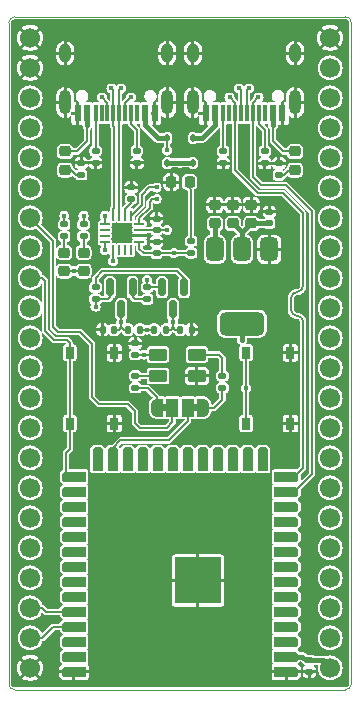
<source format=gtl>
G04 #@! TF.GenerationSoftware,KiCad,Pcbnew,8.0.8*
G04 #@! TF.CreationDate,2025-02-02T16:18:31-05:00*
G04 #@! TF.ProjectId,BCD-S3-DevKitC-1-N16R8V,4243442d-5333-42d4-9465-764b6974432d,1.0*
G04 #@! TF.SameCoordinates,Original*
G04 #@! TF.FileFunction,Copper,L1,Top*
G04 #@! TF.FilePolarity,Positive*
%FSLAX46Y46*%
G04 Gerber Fmt 4.6, Leading zero omitted, Abs format (unit mm)*
G04 Created by KiCad (PCBNEW 8.0.8) date 2025-02-02 16:18:31*
%MOMM*%
%LPD*%
G01*
G04 APERTURE LIST*
G04 Aperture macros list*
%AMRoundRect*
0 Rectangle with rounded corners*
0 $1 Rounding radius*
0 $2 $3 $4 $5 $6 $7 $8 $9 X,Y pos of 4 corners*
0 Add a 4 corners polygon primitive as box body*
4,1,4,$2,$3,$4,$5,$6,$7,$8,$9,$2,$3,0*
0 Add four circle primitives for the rounded corners*
1,1,$1+$1,$2,$3*
1,1,$1+$1,$4,$5*
1,1,$1+$1,$6,$7*
1,1,$1+$1,$8,$9*
0 Add four rect primitives between the rounded corners*
20,1,$1+$1,$2,$3,$4,$5,0*
20,1,$1+$1,$4,$5,$6,$7,0*
20,1,$1+$1,$6,$7,$8,$9,0*
20,1,$1+$1,$8,$9,$2,$3,0*%
%AMOutline5P*
0 Free polygon, 5 corners , with rotation*
0 The origin of the aperture is its center*
0 number of corners: always 5*
0 $1 to $10 corner X, Y*
0 $11 Rotation angle, in degrees counterclockwise*
0 create outline with 5 corners*
4,1,5,$1,$2,$3,$4,$5,$6,$7,$8,$9,$10,$1,$2,$11*%
%AMOutline6P*
0 Free polygon, 6 corners , with rotation*
0 The origin of the aperture is its center*
0 number of corners: always 6*
0 $1 to $12 corner X, Y*
0 $13 Rotation angle, in degrees counterclockwise*
0 create outline with 6 corners*
4,1,6,$1,$2,$3,$4,$5,$6,$7,$8,$9,$10,$11,$12,$1,$2,$13*%
%AMOutline7P*
0 Free polygon, 7 corners , with rotation*
0 The origin of the aperture is its center*
0 number of corners: always 7*
0 $1 to $14 corner X, Y*
0 $15 Rotation angle, in degrees counterclockwise*
0 create outline with 7 corners*
4,1,7,$1,$2,$3,$4,$5,$6,$7,$8,$9,$10,$11,$12,$13,$14,$1,$2,$15*%
%AMOutline8P*
0 Free polygon, 8 corners , with rotation*
0 The origin of the aperture is its center*
0 number of corners: always 8*
0 $1 to $16 corner X, Y*
0 $17 Rotation angle, in degrees counterclockwise*
0 create outline with 8 corners*
4,1,8,$1,$2,$3,$4,$5,$6,$7,$8,$9,$10,$11,$12,$13,$14,$15,$16,$1,$2,$17*%
%AMFreePoly0*
4,1,19,0.550000,-0.750000,0.000000,-0.750000,0.000000,-0.744911,-0.071157,-0.744911,-0.207708,-0.704816,-0.327430,-0.627875,-0.420627,-0.520320,-0.479746,-0.390866,-0.500000,-0.250000,-0.500000,0.250000,-0.479746,0.390866,-0.420627,0.520320,-0.327430,0.627875,-0.207708,0.704816,-0.071157,0.744911,0.000000,0.744911,0.000000,0.750000,0.550000,0.750000,0.550000,-0.750000,0.550000,-0.750000,
$1*%
%AMFreePoly1*
4,1,19,0.000000,0.744911,0.071157,0.744911,0.207708,0.704816,0.327430,0.627875,0.420627,0.520320,0.479746,0.390866,0.500000,0.250000,0.500000,-0.250000,0.479746,-0.390866,0.420627,-0.520320,0.327430,-0.627875,0.207708,-0.704816,0.071157,-0.744911,0.000000,-0.744911,0.000000,-0.750000,-0.550000,-0.750000,-0.550000,0.750000,0.000000,0.750000,0.000000,0.744911,0.000000,0.744911,
$1*%
G04 Aperture macros list end*
G04 #@! TA.AperFunction,EtchedComponent*
%ADD10C,0.000000*%
G04 #@! TD*
G04 #@! TA.AperFunction,SMDPad,CuDef*
%ADD11RoundRect,0.225000X0.250000X-0.225000X0.250000X0.225000X-0.250000X0.225000X-0.250000X-0.225000X0*%
G04 #@! TD*
G04 #@! TA.AperFunction,SMDPad,CuDef*
%ADD12RoundRect,0.135000X-0.185000X0.135000X-0.185000X-0.135000X0.185000X-0.135000X0.185000X0.135000X0*%
G04 #@! TD*
G04 #@! TA.AperFunction,SMDPad,CuDef*
%ADD13RoundRect,0.140000X0.140000X0.170000X-0.140000X0.170000X-0.140000X-0.170000X0.140000X-0.170000X0*%
G04 #@! TD*
G04 #@! TA.AperFunction,SMDPad,CuDef*
%ADD14R,0.750000X1.000000*%
G04 #@! TD*
G04 #@! TA.AperFunction,SMDPad,CuDef*
%ADD15RoundRect,0.140000X0.170000X-0.140000X0.170000X0.140000X-0.170000X0.140000X-0.170000X-0.140000X0*%
G04 #@! TD*
G04 #@! TA.AperFunction,SMDPad,CuDef*
%ADD16RoundRect,0.218750X0.256250X-0.218750X0.256250X0.218750X-0.256250X0.218750X-0.256250X-0.218750X0*%
G04 #@! TD*
G04 #@! TA.AperFunction,SMDPad,CuDef*
%ADD17RoundRect,0.135000X0.185000X-0.135000X0.185000X0.135000X-0.185000X0.135000X-0.185000X-0.135000X0*%
G04 #@! TD*
G04 #@! TA.AperFunction,SMDPad,CuDef*
%ADD18RoundRect,0.062500X0.350000X0.062500X-0.350000X0.062500X-0.350000X-0.062500X0.350000X-0.062500X0*%
G04 #@! TD*
G04 #@! TA.AperFunction,SMDPad,CuDef*
%ADD19RoundRect,0.062500X0.062500X0.350000X-0.062500X0.350000X-0.062500X-0.350000X0.062500X-0.350000X0*%
G04 #@! TD*
G04 #@! TA.AperFunction,HeatsinkPad*
%ADD20R,1.700000X1.700000*%
G04 #@! TD*
G04 #@! TA.AperFunction,SMDPad,CuDef*
%ADD21RoundRect,0.150000X-0.150000X0.587500X-0.150000X-0.587500X0.150000X-0.587500X0.150000X0.587500X0*%
G04 #@! TD*
G04 #@! TA.AperFunction,SMDPad,CuDef*
%ADD22RoundRect,0.140000X-0.140000X-0.170000X0.140000X-0.170000X0.140000X0.170000X-0.140000X0.170000X0*%
G04 #@! TD*
G04 #@! TA.AperFunction,SMDPad,CuDef*
%ADD23RoundRect,0.218750X-0.218750X-0.256250X0.218750X-0.256250X0.218750X0.256250X-0.218750X0.256250X0*%
G04 #@! TD*
G04 #@! TA.AperFunction,SMDPad,CuDef*
%ADD24RoundRect,0.140000X-0.170000X0.140000X-0.170000X-0.140000X0.170000X-0.140000X0.170000X0.140000X0*%
G04 #@! TD*
G04 #@! TA.AperFunction,SMDPad,CuDef*
%ADD25RoundRect,0.218750X-0.256250X0.218750X-0.256250X-0.218750X0.256250X-0.218750X0.256250X0.218750X0*%
G04 #@! TD*
G04 #@! TA.AperFunction,SMDPad,CuDef*
%ADD26RoundRect,0.135000X-0.135000X-0.185000X0.135000X-0.185000X0.135000X0.185000X-0.135000X0.185000X0*%
G04 #@! TD*
G04 #@! TA.AperFunction,SMDPad,CuDef*
%ADD27RoundRect,0.112500X0.112500X-0.187500X0.112500X0.187500X-0.112500X0.187500X-0.112500X-0.187500X0*%
G04 #@! TD*
G04 #@! TA.AperFunction,SMDPad,CuDef*
%ADD28R,0.600000X1.450000*%
G04 #@! TD*
G04 #@! TA.AperFunction,SMDPad,CuDef*
%ADD29R,0.300000X1.450000*%
G04 #@! TD*
G04 #@! TA.AperFunction,ComponentPad*
%ADD30O,1.000000X2.100000*%
G04 #@! TD*
G04 #@! TA.AperFunction,ComponentPad*
%ADD31O,1.000000X1.600000*%
G04 #@! TD*
G04 #@! TA.AperFunction,ComponentPad*
%ADD32C,0.450000*%
G04 #@! TD*
G04 #@! TA.AperFunction,SMDPad,CuDef*
%ADD33Outline6P,-1.000000X0.270000X-0.820000X0.450000X1.000000X0.450000X1.000000X-0.450000X-0.820000X-0.450000X-1.000000X-0.270000X180.000000*%
G04 #@! TD*
G04 #@! TA.AperFunction,SMDPad,CuDef*
%ADD34Outline6P,-1.000000X0.270000X-0.820000X0.450000X1.000000X0.450000X1.000000X-0.450000X-0.820000X-0.450000X-1.000000X-0.270000X270.000000*%
G04 #@! TD*
G04 #@! TA.AperFunction,SMDPad,CuDef*
%ADD35Outline6P,-1.000000X0.270000X-0.820000X0.450000X1.000000X0.450000X1.000000X-0.450000X-0.820000X-0.450000X-1.000000X-0.270000X0.000000*%
G04 #@! TD*
G04 #@! TA.AperFunction,ComponentPad*
%ADD36C,3.500000*%
G04 #@! TD*
G04 #@! TA.AperFunction,SMDPad,CuDef*
%ADD37R,3.900000X3.900000*%
G04 #@! TD*
G04 #@! TA.AperFunction,SMDPad,CuDef*
%ADD38FreePoly0,0.000000*%
G04 #@! TD*
G04 #@! TA.AperFunction,SMDPad,CuDef*
%ADD39R,1.000000X1.500000*%
G04 #@! TD*
G04 #@! TA.AperFunction,SMDPad,CuDef*
%ADD40FreePoly1,0.000000*%
G04 #@! TD*
G04 #@! TA.AperFunction,SMDPad,CuDef*
%ADD41RoundRect,0.375000X-0.375000X0.625000X-0.375000X-0.625000X0.375000X-0.625000X0.375000X0.625000X0*%
G04 #@! TD*
G04 #@! TA.AperFunction,SMDPad,CuDef*
%ADD42RoundRect,0.500000X-1.400000X0.500000X-1.400000X-0.500000X1.400000X-0.500000X1.400000X0.500000X0*%
G04 #@! TD*
G04 #@! TA.AperFunction,SMDPad,CuDef*
%ADD43RoundRect,0.100000X-0.650000X-0.400000X0.650000X-0.400000X0.650000X0.400000X-0.650000X0.400000X0*%
G04 #@! TD*
G04 #@! TA.AperFunction,ComponentPad*
%ADD44C,1.700000*%
G04 #@! TD*
G04 #@! TA.AperFunction,ViaPad*
%ADD45C,0.450000*%
G04 #@! TD*
G04 #@! TA.AperFunction,Conductor*
%ADD46C,0.127000*%
G04 #@! TD*
G04 #@! TA.AperFunction,Conductor*
%ADD47C,0.381000*%
G04 #@! TD*
G04 #@! TA.AperFunction,Profile*
%ADD48C,0.050000*%
G04 #@! TD*
G04 APERTURE END LIST*
D10*
G04 #@! TA.AperFunction,EtchedComponent*
G36*
X144339600Y-91607280D02*
G01*
X143839600Y-91607280D01*
X143839600Y-91007280D01*
X144339600Y-91007280D01*
X144339600Y-91607280D01*
G37*
G04 #@! TD.AperFunction*
G04 #@! TA.AperFunction,EtchedComponent*
G36*
X146927100Y-91607280D02*
G01*
X146427100Y-91607280D01*
X146427100Y-91007280D01*
X146927100Y-91007280D01*
X146927100Y-91607280D01*
G37*
G04 #@! TD.AperFunction*
D11*
X149868600Y-75697450D03*
X149868600Y-74147450D03*
D12*
X141585700Y-88610450D03*
X141585700Y-89630450D03*
D13*
X139808600Y-84696450D03*
X138848600Y-84696450D03*
D12*
X138243333Y-69562900D03*
X138243333Y-70582900D03*
D14*
X154740000Y-86650000D03*
X154740000Y-92650000D03*
X150990000Y-86650000D03*
X150990000Y-92650000D03*
D15*
X143400833Y-78212850D03*
X143400833Y-77252850D03*
D12*
X141743333Y-69562900D03*
X141743333Y-70582900D03*
D16*
X135673333Y-71189650D03*
X135673333Y-69614650D03*
D12*
X142609100Y-81114950D03*
X142609100Y-82134950D03*
D17*
X135595600Y-76806950D03*
X135595600Y-75786950D03*
D18*
X141955833Y-77252850D03*
X141955833Y-76752850D03*
X141955833Y-76252850D03*
X141955833Y-75752850D03*
D19*
X141243333Y-75040350D03*
X140743333Y-75040350D03*
X140243333Y-75040350D03*
X139743333Y-75040350D03*
D18*
X139030833Y-75752850D03*
X139030833Y-76252850D03*
X139030833Y-76752850D03*
X139030833Y-77252850D03*
D19*
X139743333Y-77965350D03*
X140243333Y-77965350D03*
X140743333Y-77965350D03*
X141243333Y-77965350D03*
D20*
X140493333Y-76502850D03*
D21*
X141372350Y-81114950D03*
X139472350Y-81114950D03*
X140422350Y-82989950D03*
X145745850Y-81114950D03*
X143845850Y-81114950D03*
X144795850Y-82989950D03*
D22*
X145404600Y-84696450D03*
X146364600Y-84696450D03*
D12*
X149056666Y-69592900D03*
X149056666Y-70612900D03*
D23*
X144632499Y-72201900D03*
X146207499Y-72201900D03*
D11*
X151428600Y-75697450D03*
X151428600Y-74147450D03*
D15*
X143400833Y-76252850D03*
X143400833Y-75292850D03*
D12*
X152556666Y-69592900D03*
X152556666Y-70612900D03*
D15*
X141243333Y-73625350D03*
X141243333Y-72665350D03*
D24*
X156325000Y-112700000D03*
X156325000Y-113660000D03*
D25*
X135595600Y-78173450D03*
X135595600Y-79748450D03*
D11*
X148348600Y-75697450D03*
X148348600Y-74147450D03*
D26*
X140976100Y-84696450D03*
X141996100Y-84696450D03*
D27*
X146486665Y-70582900D03*
X146486665Y-68482900D03*
D28*
X154056666Y-66381800D03*
X153256666Y-66381800D03*
D29*
X152056666Y-66381800D03*
X151056666Y-66381800D03*
X150556666Y-66381800D03*
X149556666Y-66381800D03*
D28*
X148356666Y-66381800D03*
X147556666Y-66381800D03*
X147556666Y-66381800D03*
X148356666Y-66381800D03*
D29*
X149056666Y-66381800D03*
X150056666Y-66381800D03*
X151556666Y-66381800D03*
X152556666Y-66381800D03*
D28*
X153256666Y-66381800D03*
X154056666Y-66381800D03*
D30*
X155126666Y-65466800D03*
D31*
X155126666Y-61286800D03*
D30*
X146486666Y-65466800D03*
D31*
X146486666Y-61286800D03*
D12*
X148985700Y-88610450D03*
X148985700Y-89630450D03*
D26*
X143217100Y-84696450D03*
X144237100Y-84696450D03*
D25*
X137221200Y-78173450D03*
X137221200Y-79748450D03*
D32*
X155052000Y-113660000D03*
D33*
X154400000Y-113660000D03*
D32*
X155052000Y-112390000D03*
D33*
X154400000Y-112390000D03*
D32*
X155052000Y-111120000D03*
D33*
X154400000Y-111120000D03*
D32*
X155052000Y-109850000D03*
D33*
X154400000Y-109850000D03*
D32*
X155052000Y-108580000D03*
D33*
X154400000Y-108580000D03*
D32*
X155052000Y-107310000D03*
D33*
X154400000Y-107310000D03*
D32*
X155052000Y-106040000D03*
D33*
X154400000Y-106040000D03*
D32*
X155052000Y-104770000D03*
D33*
X154400000Y-104770000D03*
D32*
X155052000Y-103500000D03*
D33*
X154400000Y-103500000D03*
D32*
X155052000Y-102230000D03*
D33*
X154400000Y-102230000D03*
D32*
X155052000Y-100960000D03*
D33*
X154400000Y-100960000D03*
D32*
X155052000Y-99690000D03*
D33*
X154400000Y-99690000D03*
D32*
X155052000Y-98420000D03*
D33*
X154400000Y-98420000D03*
D32*
X155052000Y-97150000D03*
D33*
X154400000Y-97150000D03*
D34*
X152385000Y-95650000D03*
D32*
X152385000Y-94998000D03*
D34*
X151115000Y-95650000D03*
D32*
X151115000Y-94998000D03*
D34*
X149845000Y-95650000D03*
D32*
X149845000Y-94998000D03*
D34*
X148575000Y-95650000D03*
D32*
X148575000Y-94998000D03*
D34*
X147305000Y-95650000D03*
D32*
X147305000Y-94998000D03*
D34*
X146035000Y-95650000D03*
D32*
X146035000Y-94998000D03*
D34*
X144765000Y-95650000D03*
D32*
X144765000Y-94998000D03*
D34*
X143495000Y-95650000D03*
D32*
X143495000Y-94998000D03*
D34*
X142225000Y-95650000D03*
D32*
X142225000Y-94998000D03*
D34*
X140955000Y-95650000D03*
D32*
X140955000Y-94998000D03*
D34*
X139685000Y-95650000D03*
D32*
X139685000Y-94998000D03*
D34*
X138415000Y-95650000D03*
D32*
X138415000Y-94998000D03*
D35*
X136400000Y-97150000D03*
D32*
X135748000Y-97150000D03*
D35*
X136400000Y-98420000D03*
D32*
X135748000Y-98420000D03*
D35*
X136400000Y-99690000D03*
D32*
X135748000Y-99690000D03*
D35*
X136400000Y-100960000D03*
D32*
X135748000Y-100960000D03*
D35*
X136400000Y-102230000D03*
D32*
X135748000Y-102230000D03*
D35*
X136400000Y-103500000D03*
D32*
X135748000Y-103500000D03*
D35*
X136400000Y-104770000D03*
D32*
X135748000Y-104770000D03*
D35*
X136400000Y-106040000D03*
D32*
X135748000Y-106040000D03*
D35*
X136400000Y-107310000D03*
D32*
X135748000Y-107310000D03*
D35*
X136400000Y-108580000D03*
D32*
X135748000Y-108580000D03*
D35*
X136400000Y-109850000D03*
D32*
X135748000Y-109850000D03*
D35*
X136400000Y-111120000D03*
D32*
X135748000Y-111120000D03*
D35*
X136400000Y-112390000D03*
D32*
X135748000Y-112390000D03*
D35*
X136400000Y-113660000D03*
D32*
X135748000Y-113660000D03*
D36*
X146900000Y-105940000D03*
D37*
X146900000Y-105940000D03*
D16*
X155126666Y-71189650D03*
X155126666Y-69614650D03*
D12*
X138235600Y-81114950D03*
X138235600Y-82134950D03*
D38*
X143450000Y-91307280D03*
D39*
X144750000Y-91307280D03*
X146050000Y-91307280D03*
D40*
X147350000Y-91307280D03*
D41*
X152948600Y-77906450D03*
X150648600Y-77906450D03*
D42*
X150648600Y-84206450D03*
D41*
X148348600Y-77906450D03*
D24*
X141585700Y-85850450D03*
X141585700Y-86810450D03*
D28*
X143243333Y-66381800D03*
X142443333Y-66381800D03*
D29*
X141243333Y-66381800D03*
X140243333Y-66381800D03*
X139743333Y-66381800D03*
X138743333Y-66381800D03*
D28*
X137543333Y-66381800D03*
X136743333Y-66381800D03*
X136743333Y-66381800D03*
X137543333Y-66381800D03*
D29*
X138243333Y-66381800D03*
X139243333Y-66381800D03*
X140743333Y-66381800D03*
X141743333Y-66381800D03*
D28*
X142443333Y-66381800D03*
X143243333Y-66381800D03*
D30*
X144313333Y-65466800D03*
D31*
X144313333Y-61286800D03*
D30*
X135673333Y-65466800D03*
D31*
X135673333Y-61286800D03*
D17*
X153764166Y-71632900D03*
X153764166Y-70612900D03*
X137035833Y-71602900D03*
X137035833Y-70582900D03*
D27*
X144313333Y-70582900D03*
X144313333Y-68482900D03*
D17*
X146324600Y-78212850D03*
X146324600Y-77192850D03*
D43*
X143521400Y-86810450D03*
X143521400Y-88610450D03*
X146821400Y-88610450D03*
X146821400Y-86810450D03*
D17*
X137221200Y-76806950D03*
X137221200Y-75786950D03*
D15*
X152948600Y-75697450D03*
X152948600Y-74737450D03*
D14*
X139810000Y-86650000D03*
X139810000Y-92650000D03*
X136060000Y-86650000D03*
X136060000Y-92650000D03*
D44*
X132700000Y-113340000D03*
X132700000Y-110800000D03*
X132700000Y-108260000D03*
X132700000Y-105720000D03*
X132700000Y-103180000D03*
X132700000Y-100640000D03*
X132700000Y-98100000D03*
X132700000Y-95560000D03*
X132700000Y-93020000D03*
X132700000Y-90480000D03*
X132700000Y-87940000D03*
X132700000Y-85400000D03*
X132700000Y-82860000D03*
X132700000Y-80320000D03*
X132700000Y-77780000D03*
X132700000Y-75240000D03*
X132700000Y-72700000D03*
X132700000Y-70160000D03*
X132700000Y-67620000D03*
X132700000Y-65080000D03*
X132700000Y-62540000D03*
X132700000Y-60000000D03*
X158100000Y-113340000D03*
X158100000Y-110800000D03*
X158100000Y-108260000D03*
X158100000Y-105720000D03*
X158100000Y-103180000D03*
X158100000Y-100640000D03*
X158100000Y-98100000D03*
X158100000Y-95560000D03*
X158100000Y-93020000D03*
X158100000Y-90480000D03*
X158100000Y-87940000D03*
X158100000Y-85400000D03*
X158100000Y-82860000D03*
X158100000Y-80320000D03*
X158100000Y-77780000D03*
X158100000Y-75240000D03*
X158100000Y-72700000D03*
X158100000Y-70160000D03*
X158100000Y-67620000D03*
X158100000Y-65080000D03*
X158100000Y-62540000D03*
X158100000Y-60000000D03*
D45*
X150806666Y-70515600D03*
X136408399Y-79748450D03*
X150648600Y-76526949D03*
X144857716Y-78212850D03*
X142606599Y-84696450D03*
X142333549Y-86810450D03*
X150648600Y-85585951D03*
X137543333Y-67406400D03*
X144313333Y-69532899D03*
X142443333Y-67406400D03*
X139030833Y-75040350D03*
X144313333Y-76252850D03*
X145399998Y-70582900D03*
X148348600Y-76526949D03*
X140422350Y-84051949D03*
X150990000Y-89650000D03*
X144790849Y-84051949D03*
X153256666Y-67406400D03*
X148356666Y-67406400D03*
X143400833Y-73625350D03*
X137221200Y-75039949D03*
X143400833Y-72665350D03*
X135595600Y-75039949D03*
X142609100Y-80504449D03*
X139743333Y-78916351D03*
X139030833Y-77965350D03*
X138235600Y-82745451D03*
X139584903Y-64276199D03*
X141218617Y-65045399D03*
X138768046Y-65045399D03*
X140401760Y-64276199D03*
X152031951Y-65045399D03*
X150398237Y-64276199D03*
X151215094Y-64276199D03*
X149581380Y-65045399D03*
D46*
X155805499Y-74850499D02*
X154086800Y-73131800D01*
X155805499Y-81001800D02*
X155805499Y-79971800D01*
X151965900Y-73131800D02*
X150056666Y-71222566D01*
X154086800Y-73131800D02*
X151965900Y-73131800D01*
X155805499Y-96396501D02*
X155805499Y-84031800D01*
X155052000Y-97150000D02*
X155805499Y-96396501D01*
X155305499Y-81501800D02*
G75*
G03*
X155805500Y-81001800I1J500000D01*
G01*
X155305499Y-83531800D02*
G75*
G02*
X154805500Y-83031800I1J500000D01*
G01*
X155805499Y-84031800D02*
G75*
G03*
X155305499Y-83531801I-499999J0D01*
G01*
X150056666Y-71222566D02*
X150056666Y-66381800D01*
X155805499Y-79840800D02*
X155805499Y-74850499D01*
X154805499Y-82001800D02*
G75*
G02*
X155305499Y-81501799I500001J0D01*
G01*
X154805499Y-83031800D02*
X154805499Y-82001800D01*
X155805499Y-79971800D02*
X155805499Y-79840800D01*
X136060000Y-92650000D02*
X136060000Y-94842000D01*
X135748000Y-97150000D02*
X135748000Y-95154000D01*
X135748000Y-95154000D02*
X136060000Y-94842000D01*
X142025200Y-93040289D02*
X144268911Y-93040289D01*
X141567499Y-92582588D02*
X142025200Y-93040289D01*
X137934999Y-85885199D02*
X137934999Y-90406399D01*
X136945200Y-84895400D02*
X137934999Y-85885199D01*
X140966323Y-91025224D02*
X141567499Y-91626400D01*
X135065600Y-84895400D02*
X136945200Y-84895400D01*
X141567499Y-91626400D02*
X141567499Y-92582588D01*
X134633800Y-84463600D02*
X135065600Y-84895400D01*
X137934999Y-90406399D02*
X138553824Y-91025224D01*
X134633800Y-77173800D02*
X134633800Y-84463600D01*
X138553824Y-91025224D02*
X140966323Y-91025224D01*
X132700000Y-75240000D02*
X134633800Y-77173800D01*
X144750000Y-92559200D02*
X144750000Y-91307280D01*
X144268911Y-93040289D02*
X144750000Y-92559200D01*
X142645450Y-89630450D02*
X143450000Y-90435000D01*
X141585700Y-89630450D02*
X142645450Y-89630450D01*
X143450000Y-90435000D02*
X143450000Y-91307280D01*
X133716000Y-80320000D02*
X132700000Y-80320000D01*
X133970000Y-80574000D02*
X133716000Y-80320000D01*
X133970000Y-84790400D02*
X133970000Y-80574000D01*
X134757824Y-85578224D02*
X133970000Y-84790400D01*
X135806000Y-85578224D02*
X134757824Y-85578224D01*
X136060000Y-85832224D02*
X135806000Y-85578224D01*
X136060000Y-86650000D02*
X136060000Y-85832224D01*
X140340899Y-94086800D02*
X144416200Y-94086800D01*
X139685000Y-94742699D02*
X140340899Y-94086800D01*
X144416200Y-94086800D02*
X146050000Y-92453000D01*
X139685000Y-95900000D02*
X139685000Y-94742699D01*
X146050000Y-92453000D02*
X146050000Y-91307280D01*
X142302250Y-78212850D02*
X141955833Y-77866433D01*
X135595600Y-79748450D02*
X136408399Y-79748450D01*
X141955833Y-77866433D02*
X141955833Y-77252850D01*
X144866600Y-78212850D02*
X143400833Y-78212850D01*
X142333549Y-86810450D02*
X143521400Y-86810450D01*
D47*
X158100000Y-113340000D02*
X157460000Y-112700000D01*
D46*
X137221200Y-79748450D02*
X136408399Y-79748450D01*
D47*
X150648600Y-76477450D02*
X149868600Y-75697450D01*
X150648600Y-84206450D02*
X150648600Y-85585951D01*
D46*
X142606599Y-84696450D02*
X143217100Y-84696450D01*
D47*
X151428600Y-75697450D02*
X152948600Y-75697450D01*
D46*
X146324600Y-78212850D02*
X144866600Y-78212850D01*
D47*
X150648600Y-77906450D02*
X150648600Y-76477450D01*
X155052000Y-112390000D02*
X155758000Y-112390000D01*
X155758000Y-112390000D02*
X156068000Y-112700000D01*
X151428600Y-75697450D02*
X150648600Y-76477450D01*
D46*
X141585700Y-86810450D02*
X142333549Y-86810450D01*
D47*
X157460000Y-112700000D02*
X156068000Y-112700000D01*
D46*
X141996100Y-84696450D02*
X142606599Y-84696450D01*
X143400833Y-78212850D02*
X142302250Y-78212850D01*
X141243333Y-73961067D02*
X141243333Y-73625350D01*
X140743333Y-74461067D02*
X141243333Y-73961067D01*
X140743333Y-75040350D02*
X140743333Y-74461067D01*
D47*
X137543333Y-67406400D02*
X137543333Y-66390400D01*
X142443333Y-66390400D02*
X142443333Y-67406400D01*
D46*
X136674350Y-69614650D02*
X135968333Y-69614650D01*
X144313333Y-76252850D02*
X143400833Y-76252850D01*
X137543333Y-68745667D02*
X136674350Y-69614650D01*
D47*
X143519833Y-68482900D02*
X142443333Y-67406400D01*
D46*
X137543333Y-67406400D02*
X137543333Y-68745667D01*
X139030833Y-75040350D02*
X139030833Y-75752850D01*
X141955833Y-76252850D02*
X143400833Y-76252850D01*
D47*
X144313333Y-68482900D02*
X143519833Y-68482900D01*
D46*
X144313333Y-69532899D02*
X144313333Y-68482900D01*
D47*
X146486666Y-70582900D02*
X145400000Y-70582900D01*
X148348600Y-76526949D02*
X148348600Y-75697450D01*
X145400000Y-70582900D02*
X144313333Y-70582900D01*
X148348600Y-77906450D02*
X148348600Y-76526949D01*
D46*
X139858600Y-84696450D02*
X140236451Y-84696450D01*
X140422350Y-82989950D02*
X140422350Y-84006400D01*
X140422350Y-84006400D02*
X140422350Y-84510551D01*
X140976100Y-84696450D02*
X140608249Y-84696450D01*
X136060000Y-92650000D02*
X136060000Y-86650000D01*
X140236451Y-84696450D02*
X140422350Y-84510551D01*
X140608249Y-84696450D02*
X140422350Y-84510551D01*
X144976748Y-84696450D02*
X144790849Y-84510551D01*
X144795850Y-82989950D02*
X144795850Y-84046948D01*
X150990000Y-92650000D02*
X150990000Y-86650000D01*
X144795850Y-84046948D02*
X144790849Y-84051949D01*
X145404600Y-84696450D02*
X144976748Y-84696450D01*
X144790849Y-84051949D02*
X144790849Y-84510551D01*
X144790849Y-84510551D02*
X144604950Y-84696450D01*
X144604950Y-84696450D02*
X144237100Y-84696450D01*
D47*
X153256666Y-66381800D02*
X153256666Y-67406400D01*
X147280166Y-68482900D02*
X148356666Y-67406400D01*
D46*
X153256666Y-68720266D02*
X153256666Y-67406400D01*
X155126666Y-69614650D02*
X154151050Y-69614650D01*
D47*
X148356666Y-66381800D02*
X148356666Y-67406400D01*
X146486665Y-68482900D02*
X147280166Y-68482900D01*
D46*
X154151050Y-69614650D02*
X153256666Y-68720266D01*
X132700000Y-108260000D02*
X133716000Y-108260000D01*
X142809200Y-73868400D02*
X143052250Y-73625350D01*
X141955833Y-75255167D02*
X142809200Y-74401800D01*
X141955833Y-75752850D02*
X141955833Y-75255167D01*
X135748000Y-108580000D02*
X134036000Y-108580000D01*
X134036000Y-108580000D02*
X133716000Y-108260000D01*
X142809200Y-74401800D02*
X142809200Y-73868400D01*
X137221200Y-75786950D02*
X137221200Y-75039949D01*
X143052250Y-73625350D02*
X143400833Y-73625350D01*
X141243333Y-75040350D02*
X142174200Y-74109483D01*
X142174200Y-74109483D02*
X142174200Y-73296782D01*
X142805632Y-72665350D02*
X143400833Y-72665350D01*
X134666000Y-109850000D02*
X133716000Y-110800000D01*
X135748000Y-109850000D02*
X134666000Y-109850000D01*
X133716000Y-110800000D02*
X132700000Y-110800000D01*
X142174200Y-73296782D02*
X142805632Y-72665350D01*
X135595600Y-75786950D02*
X135595600Y-75039949D01*
X148690050Y-86810450D02*
X146821400Y-86810450D01*
X148985700Y-87106100D02*
X148690050Y-86810450D01*
X148985700Y-88610450D02*
X148985700Y-87106100D01*
X142609100Y-82134950D02*
X141552250Y-82134950D01*
X141552250Y-82134950D02*
X141372350Y-81955050D01*
X141372350Y-81955050D02*
X141372350Y-81114950D01*
X142609100Y-81114950D02*
X143845850Y-81114950D01*
X139743333Y-77965350D02*
X139743333Y-78916351D01*
X142609100Y-80504449D02*
X142609100Y-81114950D01*
X138821400Y-79710400D02*
X145160050Y-79710400D01*
X145160050Y-79710400D02*
X145745850Y-80296200D01*
X138235600Y-80296200D02*
X138235600Y-81114950D01*
X145745850Y-81114950D02*
X145745850Y-80296200D01*
X138821400Y-79710400D02*
X138235600Y-80296200D01*
X139030833Y-77252850D02*
X139030833Y-77965350D01*
X138235600Y-82745451D02*
X138235600Y-82134950D01*
X138235600Y-82134950D02*
X139292450Y-82134950D01*
X139472350Y-81955050D02*
X139472350Y-81114950D01*
X139292450Y-82134950D02*
X139472350Y-81955050D01*
X141243333Y-67273333D02*
X141743333Y-67773333D01*
X141243333Y-66390400D02*
X141243333Y-67273333D01*
X141743333Y-67773333D02*
X141743333Y-69562900D01*
X138243333Y-66390400D02*
X138243333Y-69562900D01*
X152056666Y-66381800D02*
X152056666Y-67266266D01*
X152556666Y-67766266D02*
X152556666Y-69592900D01*
X152056666Y-67266266D02*
X152556666Y-67766266D01*
X149056666Y-66381800D02*
X149056666Y-69592900D01*
X139743333Y-66390400D02*
X139743333Y-64434629D01*
X140743333Y-65520683D02*
X141218617Y-65045399D01*
X139743333Y-64434629D02*
X139584903Y-64276199D01*
X139743333Y-67477901D02*
X139802833Y-67537401D01*
X139743333Y-66390400D02*
X139743333Y-67477901D01*
X139802833Y-74362099D02*
X139743333Y-74421599D01*
X140743333Y-66390400D02*
X140743333Y-65520683D01*
X139743333Y-74421599D02*
X139743333Y-75040350D01*
X139802833Y-67537401D02*
X139802833Y-74362099D01*
X140183833Y-67537401D02*
X140183833Y-74362099D01*
X139243333Y-66390400D02*
X139243333Y-65520686D01*
X139243333Y-65520686D02*
X138768046Y-65045399D01*
X140243333Y-66390400D02*
X140243333Y-64434626D01*
X140243333Y-74421599D02*
X140243333Y-75040350D01*
X140243333Y-64434626D02*
X140401760Y-64276199D01*
X140243333Y-66390400D02*
X140243333Y-67477901D01*
X140243333Y-67477901D02*
X140183833Y-67537401D01*
X140183833Y-74362099D02*
X140243333Y-74421599D01*
X137221200Y-78173450D02*
X137221200Y-76806950D01*
X135595600Y-78173450D02*
X135595600Y-76806950D01*
X146207499Y-72745499D02*
X146207499Y-72201900D01*
X146324600Y-72862600D02*
X146207499Y-72745499D01*
X146324600Y-77192850D02*
X146324600Y-72862600D01*
X152283400Y-72496800D02*
X151556666Y-71770066D01*
X156559499Y-74690099D02*
X154366200Y-72496800D01*
X155052000Y-98420000D02*
X156559499Y-96912501D01*
X151556666Y-65520684D02*
X152031951Y-65045399D01*
X151556666Y-66381800D02*
X151556666Y-65520684D01*
X154366200Y-72496800D02*
X152283400Y-72496800D01*
X151556666Y-71770066D02*
X151556666Y-66381800D01*
X150556666Y-66381800D02*
X150556666Y-64434628D01*
X156559499Y-96912501D02*
X156559499Y-74690099D01*
X150556666Y-64434628D02*
X150398237Y-64276199D01*
X151056666Y-66381800D02*
X151056666Y-64434627D01*
X150056666Y-65520685D02*
X149581380Y-65045399D01*
X150056666Y-66381800D02*
X150056666Y-65520685D01*
X151056666Y-64434627D02*
X151215094Y-64276199D01*
X143521400Y-88610450D02*
X141585700Y-88610450D01*
X147350000Y-91307280D02*
X148306520Y-91307280D01*
X148306520Y-91307280D02*
X148985700Y-90628100D01*
X148985700Y-89630450D02*
X148985700Y-90628100D01*
X135673333Y-71189650D02*
X136193450Y-71189650D01*
X136193450Y-71189650D02*
X136606700Y-71602900D01*
X136606700Y-71602900D02*
X137035833Y-71602900D01*
X154606550Y-71189650D02*
X154163300Y-71632900D01*
X155126666Y-71189650D02*
X154606550Y-71189650D01*
X154163300Y-71632900D02*
X153764166Y-71632900D01*
G04 #@! TA.AperFunction,Conductor*
G36*
X150824189Y-67294591D02*
G01*
X150824431Y-67294008D01*
X150828432Y-67295665D01*
X150828435Y-67295667D01*
X150886918Y-67307300D01*
X150886921Y-67307300D01*
X151226411Y-67307300D01*
X151226414Y-67307300D01*
X151240082Y-67304581D01*
X151273110Y-67311149D01*
X151291820Y-67339150D01*
X151292666Y-67347735D01*
X151292666Y-71717553D01*
X151292666Y-71822579D01*
X151332858Y-71919610D01*
X152059592Y-72646344D01*
X152059591Y-72646344D01*
X152100294Y-72687046D01*
X152133856Y-72720608D01*
X152230887Y-72760800D01*
X154238622Y-72760800D01*
X154269735Y-72773687D01*
X156282612Y-74786564D01*
X156295499Y-74817677D01*
X156295499Y-96784922D01*
X156282612Y-96816035D01*
X155675613Y-97423034D01*
X155644500Y-97435921D01*
X155613387Y-97423034D01*
X155600500Y-97391921D01*
X155600500Y-96993078D01*
X155613387Y-96961965D01*
X155805292Y-96770060D01*
X156029308Y-96546045D01*
X156069499Y-96449013D01*
X156069499Y-96343988D01*
X156069499Y-84050026D01*
X156069500Y-84050023D01*
X156069500Y-83956555D01*
X156069500Y-83956552D01*
X156040140Y-83808949D01*
X155982548Y-83669910D01*
X155898937Y-83544778D01*
X155792521Y-83438362D01*
X155791951Y-83437981D01*
X155667389Y-83354750D01*
X155528349Y-83297159D01*
X155380746Y-83267800D01*
X155380743Y-83267800D01*
X155308961Y-83267800D01*
X155302078Y-83267258D01*
X155239454Y-83257339D01*
X155226362Y-83253085D01*
X155172992Y-83225892D01*
X155161854Y-83217800D01*
X155119499Y-83175444D01*
X155111408Y-83164308D01*
X155110499Y-83162524D01*
X155084212Y-83110933D01*
X155079961Y-83097847D01*
X155070041Y-83035213D01*
X155069499Y-83028330D01*
X155069499Y-82005261D01*
X155070041Y-81998378D01*
X155072585Y-81982315D01*
X155079960Y-81935748D01*
X155084211Y-81922667D01*
X155111407Y-81869289D01*
X155119493Y-81858159D01*
X155161858Y-81815794D01*
X155172988Y-81807708D01*
X155226367Y-81780510D01*
X155239449Y-81776260D01*
X155302072Y-81766342D01*
X155308955Y-81765800D01*
X155355591Y-81765800D01*
X155355603Y-81765799D01*
X155380742Y-81765799D01*
X155380746Y-81765799D01*
X155528349Y-81736440D01*
X155667388Y-81678848D01*
X155792521Y-81595238D01*
X155898937Y-81488822D01*
X155982547Y-81363690D01*
X156040139Y-81224651D01*
X156069499Y-81077047D01*
X156069499Y-81001800D01*
X156069499Y-80955250D01*
X156069499Y-79919287D01*
X156069499Y-79788287D01*
X156069499Y-74797986D01*
X156029307Y-74700955D01*
X155992801Y-74664449D01*
X155955043Y-74626690D01*
X155955043Y-74626691D01*
X154236344Y-72907992D01*
X154139313Y-72867800D01*
X154139312Y-72867800D01*
X152093479Y-72867800D01*
X152062366Y-72854913D01*
X150333553Y-71126100D01*
X150320666Y-71094987D01*
X150320666Y-67347735D01*
X150333553Y-67316622D01*
X150364666Y-67303735D01*
X150373246Y-67304580D01*
X150386918Y-67307300D01*
X150386921Y-67307300D01*
X150726410Y-67307300D01*
X150726414Y-67307300D01*
X150784897Y-67295667D01*
X150784900Y-67295664D01*
X150788901Y-67294008D01*
X150789712Y-67295968D01*
X150815231Y-67290881D01*
X150824189Y-67294591D01*
G37*
G04 #@! TD.AperFunction*
G04 #@! TA.AperFunction,Conductor*
G36*
X159395422Y-58401042D02*
G01*
X159480143Y-58414460D01*
X159493228Y-58418711D01*
X159566534Y-58456063D01*
X159577670Y-58464153D01*
X159635846Y-58522329D01*
X159643937Y-58533466D01*
X159681286Y-58606767D01*
X159685540Y-58619860D01*
X159698958Y-58704577D01*
X159699500Y-58711460D01*
X159699500Y-114688539D01*
X159698958Y-114695422D01*
X159685540Y-114780139D01*
X159681286Y-114793232D01*
X159643937Y-114866533D01*
X159635846Y-114877670D01*
X159577670Y-114935846D01*
X159566533Y-114943937D01*
X159493232Y-114981286D01*
X159480139Y-114985540D01*
X159395422Y-114998958D01*
X159388539Y-114999500D01*
X131411461Y-114999500D01*
X131404578Y-114998958D01*
X131319860Y-114985540D01*
X131306767Y-114981286D01*
X131233466Y-114943937D01*
X131222329Y-114935846D01*
X131164153Y-114877670D01*
X131156062Y-114866533D01*
X131118711Y-114793228D01*
X131114460Y-114780143D01*
X131101042Y-114695422D01*
X131100500Y-114688539D01*
X131100500Y-113339997D01*
X131591270Y-113339997D01*
X131591270Y-113340002D01*
X131610147Y-113543726D01*
X131610147Y-113543729D01*
X131666138Y-113740516D01*
X131757340Y-113923672D01*
X131834518Y-114025874D01*
X132268233Y-113592158D01*
X132299901Y-113647007D01*
X132392993Y-113740099D01*
X132447839Y-113771764D01*
X132012473Y-114207130D01*
X132031838Y-114224784D01*
X132031839Y-114224785D01*
X132205801Y-114332495D01*
X132396580Y-114406404D01*
X132597695Y-114443999D01*
X132597701Y-114444000D01*
X132802299Y-114444000D01*
X132802304Y-114443999D01*
X133003419Y-114406404D01*
X133194198Y-114332495D01*
X133368160Y-114224784D01*
X133368161Y-114224783D01*
X133387524Y-114207129D01*
X132952159Y-113771765D01*
X133007007Y-113740099D01*
X133100099Y-113647007D01*
X133131765Y-113592159D01*
X133565480Y-114025874D01*
X133642657Y-113923675D01*
X133642658Y-113923674D01*
X133710714Y-113787001D01*
X135146000Y-113787001D01*
X135146000Y-113955016D01*
X135160737Y-114029106D01*
X135202702Y-114091911D01*
X135418091Y-114307299D01*
X135480893Y-114349262D01*
X135554986Y-114363999D01*
X136272998Y-114363999D01*
X136273000Y-114363998D01*
X136273000Y-113787001D01*
X136527000Y-113787001D01*
X136527000Y-114363998D01*
X136527001Y-114363999D01*
X137425012Y-114363999D01*
X137425013Y-114363998D01*
X137499106Y-114349262D01*
X137583122Y-114293124D01*
X137583124Y-114293122D01*
X137639262Y-114209106D01*
X137654000Y-114135013D01*
X137654000Y-113787001D01*
X153146001Y-113787001D01*
X153146001Y-114135013D01*
X153160737Y-114209106D01*
X153216875Y-114293122D01*
X153216877Y-114293124D01*
X153300893Y-114349262D01*
X153374986Y-114364000D01*
X154272999Y-114364000D01*
X154273000Y-114363999D01*
X154273000Y-113787001D01*
X154527000Y-113787001D01*
X154527000Y-114363999D01*
X154527001Y-114364000D01*
X155245016Y-114364000D01*
X155319106Y-114349262D01*
X155381911Y-114307297D01*
X155597299Y-114091908D01*
X155639262Y-114029106D01*
X155654000Y-113955013D01*
X155654000Y-113787001D01*
X155761001Y-113787001D01*
X155761001Y-113831001D01*
X155761002Y-113831016D01*
X155775611Y-113923266D01*
X155775613Y-113923270D01*
X155832272Y-114034471D01*
X155920528Y-114122727D01*
X156031729Y-114179386D01*
X156031733Y-114179388D01*
X156123983Y-114193998D01*
X156123996Y-114193999D01*
X156198000Y-114193999D01*
X156198000Y-113787001D01*
X156452000Y-113787001D01*
X156452000Y-114193998D01*
X156452001Y-114193999D01*
X156526002Y-114193999D01*
X156526016Y-114193997D01*
X156618266Y-114179388D01*
X156618270Y-114179386D01*
X156729471Y-114122727D01*
X156817727Y-114034471D01*
X156874386Y-113923270D01*
X156874388Y-113923266D01*
X156888998Y-113831017D01*
X156889000Y-113831004D01*
X156889000Y-113787001D01*
X156888999Y-113787000D01*
X156452001Y-113787000D01*
X156452000Y-113787001D01*
X156198000Y-113787001D01*
X156197999Y-113787000D01*
X155761002Y-113787000D01*
X155761001Y-113787001D01*
X155654000Y-113787001D01*
X155653999Y-113787000D01*
X154527001Y-113787000D01*
X154527000Y-113787001D01*
X154273000Y-113787001D01*
X154272999Y-113787000D01*
X153146002Y-113787000D01*
X153146001Y-113787001D01*
X137654000Y-113787001D01*
X137653999Y-113787000D01*
X136527001Y-113787000D01*
X136527000Y-113787001D01*
X136273000Y-113787001D01*
X136272999Y-113787000D01*
X135146001Y-113787000D01*
X135146000Y-113787001D01*
X133710714Y-113787001D01*
X133733861Y-113740516D01*
X133789852Y-113543729D01*
X133789852Y-113543726D01*
X133808730Y-113340002D01*
X133808730Y-113339997D01*
X133789852Y-113136273D01*
X133789852Y-113136270D01*
X133733861Y-112939483D01*
X133642659Y-112756327D01*
X133565480Y-112654124D01*
X133131764Y-113087839D01*
X133100099Y-113032993D01*
X133007007Y-112939901D01*
X132952158Y-112908233D01*
X133387524Y-112472868D01*
X133368157Y-112455213D01*
X133194198Y-112347504D01*
X133003419Y-112273595D01*
X132802304Y-112236000D01*
X132597695Y-112236000D01*
X132396580Y-112273595D01*
X132205801Y-112347504D01*
X132031840Y-112455214D01*
X132031839Y-112455215D01*
X132012474Y-112472868D01*
X132447840Y-112908234D01*
X132392993Y-112939901D01*
X132299901Y-113032993D01*
X132268234Y-113087840D01*
X131834518Y-112654124D01*
X131757340Y-112756327D01*
X131666138Y-112939483D01*
X131610147Y-113136270D01*
X131610147Y-113136273D01*
X131591270Y-113339997D01*
X131100500Y-113339997D01*
X131100500Y-105719998D01*
X131644417Y-105719998D01*
X131644417Y-105720001D01*
X131664700Y-105925938D01*
X131724765Y-106123947D01*
X131724767Y-106123950D01*
X131724768Y-106123954D01*
X131822315Y-106306450D01*
X131953590Y-106466410D01*
X132113550Y-106597685D01*
X132296046Y-106695232D01*
X132296051Y-106695233D01*
X132296052Y-106695234D01*
X132296051Y-106695234D01*
X132494062Y-106755299D01*
X132494063Y-106755299D01*
X132494066Y-106755300D01*
X132666529Y-106772286D01*
X132699999Y-106775583D01*
X132700000Y-106775583D01*
X132700001Y-106775583D01*
X132728791Y-106772747D01*
X132905934Y-106755300D01*
X132905936Y-106755299D01*
X132905938Y-106755299D01*
X133103947Y-106695234D01*
X133103946Y-106695234D01*
X133103954Y-106695232D01*
X133286450Y-106597685D01*
X133446410Y-106466410D01*
X133577685Y-106306450D01*
X133675232Y-106123954D01*
X133735300Y-105925934D01*
X133755583Y-105720000D01*
X133752802Y-105691769D01*
X133740834Y-105570252D01*
X133735300Y-105514066D01*
X133735299Y-105514063D01*
X133735299Y-105514061D01*
X133675234Y-105316052D01*
X133675233Y-105316051D01*
X133675232Y-105316046D01*
X133577685Y-105133550D01*
X133446410Y-104973590D01*
X133286450Y-104842315D01*
X133286448Y-104842314D01*
X133286447Y-104842313D01*
X133222871Y-104808331D01*
X133103954Y-104744768D01*
X133103950Y-104744767D01*
X133103947Y-104744765D01*
X133103948Y-104744765D01*
X132905937Y-104684700D01*
X132905938Y-104684700D01*
X132700001Y-104664417D01*
X132699999Y-104664417D01*
X132494061Y-104684700D01*
X132296052Y-104744765D01*
X132113552Y-104842313D01*
X131953591Y-104973589D01*
X131953589Y-104973591D01*
X131822313Y-105133552D01*
X131724765Y-105316052D01*
X131664700Y-105514061D01*
X131644417Y-105719998D01*
X131100500Y-105719998D01*
X131100500Y-103179998D01*
X131644417Y-103179998D01*
X131644417Y-103180001D01*
X131664700Y-103385938D01*
X131724765Y-103583947D01*
X131724767Y-103583950D01*
X131724768Y-103583954D01*
X131788331Y-103702871D01*
X131806039Y-103736001D01*
X131822315Y-103766450D01*
X131953590Y-103926410D01*
X132113550Y-104057685D01*
X132296046Y-104155232D01*
X132296051Y-104155233D01*
X132296052Y-104155234D01*
X132296051Y-104155234D01*
X132494062Y-104215299D01*
X132494063Y-104215299D01*
X132494066Y-104215300D01*
X132666529Y-104232286D01*
X132699999Y-104235583D01*
X132700000Y-104235583D01*
X132700001Y-104235583D01*
X132728791Y-104232747D01*
X132905934Y-104215300D01*
X132905936Y-104215299D01*
X132905938Y-104215299D01*
X133103947Y-104155234D01*
X133103946Y-104155234D01*
X133103954Y-104155232D01*
X133286450Y-104057685D01*
X133446410Y-103926410D01*
X133577685Y-103766450D01*
X133675232Y-103583954D01*
X133735300Y-103385934D01*
X133755583Y-103180000D01*
X133752802Y-103151769D01*
X133740834Y-103030252D01*
X133735300Y-102974066D01*
X133735299Y-102974063D01*
X133735299Y-102974061D01*
X133675234Y-102776052D01*
X133675233Y-102776051D01*
X133675232Y-102776046D01*
X133577685Y-102593550D01*
X133446410Y-102433590D01*
X133286450Y-102302315D01*
X133286448Y-102302314D01*
X133286447Y-102302313D01*
X133222871Y-102268331D01*
X133103954Y-102204768D01*
X133103950Y-102204767D01*
X133103947Y-102204765D01*
X133103948Y-102204765D01*
X132905937Y-102144700D01*
X132905938Y-102144700D01*
X132700001Y-102124417D01*
X132699999Y-102124417D01*
X132494061Y-102144700D01*
X132296052Y-102204765D01*
X132113552Y-102302313D01*
X131953591Y-102433589D01*
X131953589Y-102433591D01*
X131822313Y-102593552D01*
X131724765Y-102776052D01*
X131664700Y-102974061D01*
X131644417Y-103179998D01*
X131100500Y-103179998D01*
X131100500Y-100639998D01*
X131644417Y-100639998D01*
X131644417Y-100640001D01*
X131664700Y-100845938D01*
X131724765Y-101043947D01*
X131724767Y-101043950D01*
X131724768Y-101043954D01*
X131822315Y-101226450D01*
X131953590Y-101386410D01*
X132113550Y-101517685D01*
X132296046Y-101615232D01*
X132296051Y-101615233D01*
X132296052Y-101615234D01*
X132296051Y-101615234D01*
X132494062Y-101675299D01*
X132494063Y-101675299D01*
X132494066Y-101675300D01*
X132666529Y-101692286D01*
X132699999Y-101695583D01*
X132700000Y-101695583D01*
X132700001Y-101695583D01*
X132728791Y-101692747D01*
X132905934Y-101675300D01*
X132905936Y-101675299D01*
X132905938Y-101675299D01*
X133103947Y-101615234D01*
X133103946Y-101615234D01*
X133103954Y-101615232D01*
X133286450Y-101517685D01*
X133446410Y-101386410D01*
X133577685Y-101226450D01*
X133675232Y-101043954D01*
X133735300Y-100845934D01*
X133755583Y-100640000D01*
X133752802Y-100611769D01*
X133740834Y-100490252D01*
X133735300Y-100434066D01*
X133735299Y-100434063D01*
X133735299Y-100434061D01*
X133675234Y-100236052D01*
X133675233Y-100236051D01*
X133675232Y-100236046D01*
X133577685Y-100053550D01*
X133446410Y-99893590D01*
X133286450Y-99762315D01*
X133286448Y-99762314D01*
X133286447Y-99762313D01*
X133222871Y-99728331D01*
X133103954Y-99664768D01*
X133103950Y-99664767D01*
X133103947Y-99664765D01*
X133103948Y-99664765D01*
X132905937Y-99604700D01*
X132905938Y-99604700D01*
X132700001Y-99584417D01*
X132699999Y-99584417D01*
X132494061Y-99604700D01*
X132296052Y-99664765D01*
X132113552Y-99762313D01*
X131953591Y-99893589D01*
X131953589Y-99893591D01*
X131822313Y-100053552D01*
X131724765Y-100236052D01*
X131664700Y-100434061D01*
X131644417Y-100639998D01*
X131100500Y-100639998D01*
X131100500Y-98099998D01*
X131644417Y-98099998D01*
X131644417Y-98100001D01*
X131664700Y-98305938D01*
X131724765Y-98503947D01*
X131724767Y-98503950D01*
X131724768Y-98503954D01*
X131822315Y-98686450D01*
X131953590Y-98846410D01*
X132113550Y-98977685D01*
X132296046Y-99075232D01*
X132296051Y-99075233D01*
X132296052Y-99075234D01*
X132296051Y-99075234D01*
X132494062Y-99135299D01*
X132494063Y-99135299D01*
X132494066Y-99135300D01*
X132666529Y-99152286D01*
X132699999Y-99155583D01*
X132700000Y-99155583D01*
X132700001Y-99155583D01*
X132728791Y-99152747D01*
X132905934Y-99135300D01*
X132905936Y-99135299D01*
X132905938Y-99135299D01*
X133103947Y-99075234D01*
X133103946Y-99075234D01*
X133103954Y-99075232D01*
X133286450Y-98977685D01*
X133446410Y-98846410D01*
X133577685Y-98686450D01*
X133675232Y-98503954D01*
X133735300Y-98305934D01*
X133755583Y-98100000D01*
X133752802Y-98071769D01*
X133740834Y-97950252D01*
X133735300Y-97894066D01*
X133735299Y-97894063D01*
X133735299Y-97894061D01*
X133675234Y-97696052D01*
X133675233Y-97696051D01*
X133675232Y-97696046D01*
X133577685Y-97513550D01*
X133446410Y-97353590D01*
X133286450Y-97222315D01*
X133286448Y-97222314D01*
X133286447Y-97222313D01*
X133222871Y-97188331D01*
X133103954Y-97124768D01*
X133103950Y-97124767D01*
X133103947Y-97124765D01*
X133103948Y-97124765D01*
X132905937Y-97064700D01*
X132905938Y-97064700D01*
X132700001Y-97044417D01*
X132699999Y-97044417D01*
X132494061Y-97064700D01*
X132296052Y-97124765D01*
X132113552Y-97222313D01*
X131953591Y-97353589D01*
X131953589Y-97353591D01*
X131822313Y-97513552D01*
X131724765Y-97696052D01*
X131664700Y-97894061D01*
X131644417Y-98099998D01*
X131100500Y-98099998D01*
X131100500Y-95559998D01*
X131644417Y-95559998D01*
X131644417Y-95560001D01*
X131664700Y-95765938D01*
X131724765Y-95963947D01*
X131724767Y-95963950D01*
X131724768Y-95963954D01*
X131822315Y-96146450D01*
X131953590Y-96306410D01*
X132113550Y-96437685D01*
X132296046Y-96535232D01*
X132296051Y-96535233D01*
X132296052Y-96535234D01*
X132296051Y-96535234D01*
X132494062Y-96595299D01*
X132494063Y-96595299D01*
X132494066Y-96595300D01*
X132666529Y-96612286D01*
X132699999Y-96615583D01*
X132700000Y-96615583D01*
X132700001Y-96615583D01*
X132728791Y-96612747D01*
X132905934Y-96595300D01*
X132905936Y-96595299D01*
X132905938Y-96595299D01*
X133074215Y-96544253D01*
X133103954Y-96535232D01*
X133286450Y-96437685D01*
X133446410Y-96306410D01*
X133577685Y-96146450D01*
X133675232Y-95963954D01*
X133735300Y-95765934D01*
X133755583Y-95560000D01*
X133735300Y-95354066D01*
X133735299Y-95354063D01*
X133735299Y-95354061D01*
X133675234Y-95156052D01*
X133675233Y-95156051D01*
X133675232Y-95156046D01*
X133577685Y-94973550D01*
X133446410Y-94813590D01*
X133286450Y-94682315D01*
X133286448Y-94682314D01*
X133286447Y-94682313D01*
X133202351Y-94637363D01*
X133103954Y-94584768D01*
X133103950Y-94584767D01*
X133103947Y-94584765D01*
X133103948Y-94584765D01*
X132905937Y-94524700D01*
X132905938Y-94524700D01*
X132700001Y-94504417D01*
X132699999Y-94504417D01*
X132494061Y-94524700D01*
X132296052Y-94584765D01*
X132113552Y-94682313D01*
X131953591Y-94813589D01*
X131953589Y-94813591D01*
X131822313Y-94973552D01*
X131724765Y-95156052D01*
X131664700Y-95354061D01*
X131644417Y-95559998D01*
X131100500Y-95559998D01*
X131100500Y-93019998D01*
X131644417Y-93019998D01*
X131644417Y-93020001D01*
X131664700Y-93225938D01*
X131724765Y-93423947D01*
X131724767Y-93423950D01*
X131724768Y-93423954D01*
X131822315Y-93606450D01*
X131953590Y-93766410D01*
X132113550Y-93897685D01*
X132296046Y-93995232D01*
X132296051Y-93995233D01*
X132296052Y-93995234D01*
X132296051Y-93995234D01*
X132494062Y-94055299D01*
X132494063Y-94055299D01*
X132494066Y-94055300D01*
X132666529Y-94072286D01*
X132699999Y-94075583D01*
X132700000Y-94075583D01*
X132700001Y-94075583D01*
X132728791Y-94072747D01*
X132905934Y-94055300D01*
X132905936Y-94055299D01*
X132905938Y-94055299D01*
X133103947Y-93995234D01*
X133103946Y-93995234D01*
X133103954Y-93995232D01*
X133286450Y-93897685D01*
X133446410Y-93766410D01*
X133577685Y-93606450D01*
X133675232Y-93423954D01*
X133728271Y-93249106D01*
X133735299Y-93225938D01*
X133735299Y-93225936D01*
X133735300Y-93225934D01*
X133755583Y-93020000D01*
X133735300Y-92814066D01*
X133735299Y-92814063D01*
X133735299Y-92814061D01*
X133675234Y-92616052D01*
X133675233Y-92616051D01*
X133675232Y-92616046D01*
X133577685Y-92433550D01*
X133446410Y-92273590D01*
X133286450Y-92142315D01*
X133286448Y-92142314D01*
X133286447Y-92142313D01*
X133222871Y-92108331D01*
X133103954Y-92044768D01*
X133103950Y-92044767D01*
X133103947Y-92044765D01*
X133103948Y-92044765D01*
X132905937Y-91984700D01*
X132905938Y-91984700D01*
X132700001Y-91964417D01*
X132699999Y-91964417D01*
X132494061Y-91984700D01*
X132296052Y-92044765D01*
X132113552Y-92142313D01*
X131953591Y-92273589D01*
X131953589Y-92273591D01*
X131822313Y-92433552D01*
X131724765Y-92616052D01*
X131664700Y-92814061D01*
X131644417Y-93019998D01*
X131100500Y-93019998D01*
X131100500Y-90479998D01*
X131644417Y-90479998D01*
X131644417Y-90480001D01*
X131664700Y-90685938D01*
X131724765Y-90883947D01*
X131724767Y-90883950D01*
X131724768Y-90883954D01*
X131822315Y-91066450D01*
X131953590Y-91226410D01*
X132113550Y-91357685D01*
X132296046Y-91455232D01*
X132296051Y-91455233D01*
X132296052Y-91455234D01*
X132296051Y-91455234D01*
X132494062Y-91515299D01*
X132494063Y-91515299D01*
X132494066Y-91515300D01*
X132654352Y-91531087D01*
X132699999Y-91535583D01*
X132700000Y-91535583D01*
X132700001Y-91535583D01*
X132728791Y-91532747D01*
X132905934Y-91515300D01*
X132905936Y-91515299D01*
X132905938Y-91515299D01*
X133103947Y-91455234D01*
X133103946Y-91455234D01*
X133103954Y-91455232D01*
X133286450Y-91357685D01*
X133446410Y-91226410D01*
X133577685Y-91066450D01*
X133675232Y-90883954D01*
X133712461Y-90761224D01*
X133735299Y-90685938D01*
X133735299Y-90685936D01*
X133735300Y-90685934D01*
X133755583Y-90480000D01*
X133755472Y-90478878D01*
X133746336Y-90386112D01*
X133735300Y-90274066D01*
X133735299Y-90274063D01*
X133735299Y-90274061D01*
X133675234Y-90076052D01*
X133675233Y-90076051D01*
X133675232Y-90076046D01*
X133577685Y-89893550D01*
X133446410Y-89733590D01*
X133286450Y-89602315D01*
X133286448Y-89602314D01*
X133286447Y-89602313D01*
X133222871Y-89568331D01*
X133103954Y-89504768D01*
X133103950Y-89504767D01*
X133103947Y-89504765D01*
X133103948Y-89504765D01*
X132905937Y-89444700D01*
X132905938Y-89444700D01*
X132700001Y-89424417D01*
X132699999Y-89424417D01*
X132494061Y-89444700D01*
X132296052Y-89504765D01*
X132296046Y-89504767D01*
X132296046Y-89504768D01*
X132273394Y-89516876D01*
X132113552Y-89602313D01*
X131953591Y-89733589D01*
X131953589Y-89733591D01*
X131822313Y-89893552D01*
X131724765Y-90076052D01*
X131664700Y-90274061D01*
X131644417Y-90479998D01*
X131100500Y-90479998D01*
X131100500Y-87939998D01*
X131644417Y-87939998D01*
X131644417Y-87940001D01*
X131664700Y-88145938D01*
X131724765Y-88343947D01*
X131724767Y-88343950D01*
X131724768Y-88343954D01*
X131822315Y-88526450D01*
X131953590Y-88686410D01*
X132113550Y-88817685D01*
X132296046Y-88915232D01*
X132296051Y-88915233D01*
X132296052Y-88915234D01*
X132296051Y-88915234D01*
X132494062Y-88975299D01*
X132494063Y-88975299D01*
X132494066Y-88975300D01*
X132666529Y-88992286D01*
X132699999Y-88995583D01*
X132700000Y-88995583D01*
X132700001Y-88995583D01*
X132728791Y-88992747D01*
X132905934Y-88975300D01*
X132905936Y-88975299D01*
X132905938Y-88975299D01*
X133031391Y-88937243D01*
X133103954Y-88915232D01*
X133286450Y-88817685D01*
X133446410Y-88686410D01*
X133577685Y-88526450D01*
X133675232Y-88343954D01*
X133729338Y-88165589D01*
X133735299Y-88145938D01*
X133735299Y-88145936D01*
X133735300Y-88145934D01*
X133755583Y-87940000D01*
X133752910Y-87912865D01*
X133747354Y-87856450D01*
X133735300Y-87734066D01*
X133735299Y-87734063D01*
X133735299Y-87734061D01*
X133675234Y-87536052D01*
X133675233Y-87536051D01*
X133675232Y-87536046D01*
X133577685Y-87353550D01*
X133446410Y-87193590D01*
X133286450Y-87062315D01*
X133286448Y-87062314D01*
X133286447Y-87062313D01*
X133222871Y-87028331D01*
X133103954Y-86964768D01*
X133103950Y-86964767D01*
X133103947Y-86964765D01*
X133103948Y-86964765D01*
X132905937Y-86904700D01*
X132905938Y-86904700D01*
X132700001Y-86884417D01*
X132699999Y-86884417D01*
X132494061Y-86904700D01*
X132296052Y-86964765D01*
X132113552Y-87062313D01*
X131953591Y-87193589D01*
X131953589Y-87193591D01*
X131822313Y-87353552D01*
X131724765Y-87536052D01*
X131664700Y-87734061D01*
X131644417Y-87939998D01*
X131100500Y-87939998D01*
X131100500Y-85399998D01*
X131644417Y-85399998D01*
X131644417Y-85400001D01*
X131664700Y-85605938D01*
X131724765Y-85803947D01*
X131724767Y-85803950D01*
X131724768Y-85803954D01*
X131762416Y-85874387D01*
X131819756Y-85981664D01*
X131822315Y-85986450D01*
X131953590Y-86146410D01*
X132113550Y-86277685D01*
X132296046Y-86375232D01*
X132296051Y-86375233D01*
X132296052Y-86375234D01*
X132296051Y-86375234D01*
X132494062Y-86435299D01*
X132494063Y-86435299D01*
X132494066Y-86435300D01*
X132666529Y-86452286D01*
X132699999Y-86455583D01*
X132700000Y-86455583D01*
X132700001Y-86455583D01*
X132728791Y-86452747D01*
X132905934Y-86435300D01*
X132905936Y-86435299D01*
X132905938Y-86435299D01*
X133044731Y-86393197D01*
X133103954Y-86375232D01*
X133286450Y-86277685D01*
X133446410Y-86146410D01*
X133577685Y-85986450D01*
X133675232Y-85803954D01*
X133697243Y-85731391D01*
X133735299Y-85605938D01*
X133735299Y-85605936D01*
X133735300Y-85605934D01*
X133754845Y-85407492D01*
X133755583Y-85400001D01*
X133755583Y-85399998D01*
X133740399Y-85245836D01*
X133735300Y-85194066D01*
X133735299Y-85194063D01*
X133735299Y-85194061D01*
X133675234Y-84996052D01*
X133675233Y-84996051D01*
X133675232Y-84996046D01*
X133577685Y-84813550D01*
X133446410Y-84653590D01*
X133286450Y-84522315D01*
X133286448Y-84522314D01*
X133286447Y-84522313D01*
X133204834Y-84478690D01*
X133103954Y-84424768D01*
X133103950Y-84424767D01*
X133103947Y-84424765D01*
X133103948Y-84424765D01*
X132905937Y-84364700D01*
X132905938Y-84364700D01*
X132700001Y-84344417D01*
X132699999Y-84344417D01*
X132494061Y-84364700D01*
X132296052Y-84424765D01*
X132113552Y-84522313D01*
X131953591Y-84653589D01*
X131953589Y-84653591D01*
X131822313Y-84813552D01*
X131754756Y-84939943D01*
X131728150Y-84989720D01*
X131724765Y-84996052D01*
X131664700Y-85194061D01*
X131644417Y-85399998D01*
X131100500Y-85399998D01*
X131100500Y-80319998D01*
X131644417Y-80319998D01*
X131644417Y-80320001D01*
X131664700Y-80525938D01*
X131724765Y-80723947D01*
X131724767Y-80723950D01*
X131724768Y-80723954D01*
X131769131Y-80806950D01*
X131822312Y-80906446D01*
X131822315Y-80906450D01*
X131953590Y-81066410D01*
X132113550Y-81197685D01*
X132296046Y-81295232D01*
X132296051Y-81295233D01*
X132296052Y-81295234D01*
X132296051Y-81295234D01*
X132494062Y-81355299D01*
X132494063Y-81355299D01*
X132494066Y-81355300D01*
X132666529Y-81372286D01*
X132699999Y-81375583D01*
X132700000Y-81375583D01*
X132700001Y-81375583D01*
X132728791Y-81372747D01*
X132905934Y-81355300D01*
X132905936Y-81355299D01*
X132905938Y-81355299D01*
X133103947Y-81295234D01*
X133103946Y-81295234D01*
X133103954Y-81295232D01*
X133286450Y-81197685D01*
X133446410Y-81066410D01*
X133577685Y-80906450D01*
X133607351Y-80850950D01*
X133623196Y-80821307D01*
X133649228Y-80799944D01*
X133682742Y-80803245D01*
X133704105Y-80829277D01*
X133706000Y-80842049D01*
X133706000Y-82337951D01*
X133693113Y-82369064D01*
X133662000Y-82381951D01*
X133630887Y-82369064D01*
X133623196Y-82358693D01*
X133577687Y-82273553D01*
X133577685Y-82273550D01*
X133446410Y-82113590D01*
X133286450Y-81982315D01*
X133286448Y-81982314D01*
X133286447Y-81982313D01*
X133182133Y-81926556D01*
X133103954Y-81884768D01*
X133103950Y-81884767D01*
X133103947Y-81884765D01*
X133103948Y-81884765D01*
X132905937Y-81824700D01*
X132905938Y-81824700D01*
X132700001Y-81804417D01*
X132699999Y-81804417D01*
X132494061Y-81824700D01*
X132296052Y-81884765D01*
X132113552Y-81982313D01*
X131953591Y-82113589D01*
X131953589Y-82113591D01*
X131822313Y-82273552D01*
X131724765Y-82456052D01*
X131664700Y-82654061D01*
X131644417Y-82859998D01*
X131644417Y-82860001D01*
X131664700Y-83065938D01*
X131724765Y-83263947D01*
X131724767Y-83263950D01*
X131724768Y-83263954D01*
X131776805Y-83361307D01*
X131817991Y-83438362D01*
X131822315Y-83446450D01*
X131953590Y-83606410D01*
X132113550Y-83737685D01*
X132296046Y-83835232D01*
X132296051Y-83835233D01*
X132296052Y-83835234D01*
X132296051Y-83835234D01*
X132494062Y-83895299D01*
X132494063Y-83895299D01*
X132494066Y-83895300D01*
X132666529Y-83912286D01*
X132699999Y-83915583D01*
X132700000Y-83915583D01*
X132700001Y-83915583D01*
X132728791Y-83912747D01*
X132905934Y-83895300D01*
X132905936Y-83895299D01*
X132905938Y-83895299D01*
X133103947Y-83835234D01*
X133103946Y-83835234D01*
X133103954Y-83835232D01*
X133286450Y-83737685D01*
X133446410Y-83606410D01*
X133577685Y-83446450D01*
X133623195Y-83361306D01*
X133649227Y-83339943D01*
X133682741Y-83343243D01*
X133704105Y-83369275D01*
X133706000Y-83382048D01*
X133706000Y-84737887D01*
X133706000Y-84842913D01*
X133746192Y-84939944D01*
X134534016Y-85727768D01*
X134534015Y-85727768D01*
X134585959Y-85779711D01*
X134608280Y-85802032D01*
X134705311Y-85842224D01*
X135678422Y-85842224D01*
X135709535Y-85855111D01*
X135728811Y-85874387D01*
X135741698Y-85905500D01*
X135728811Y-85936613D01*
X135697698Y-85949500D01*
X135665252Y-85949500D01*
X135621389Y-85958224D01*
X135606768Y-85961133D01*
X135606765Y-85961135D01*
X135540452Y-86005444D01*
X135540444Y-86005452D01*
X135496135Y-86071765D01*
X135496133Y-86071768D01*
X135496133Y-86071769D01*
X135484500Y-86130252D01*
X135484500Y-87169748D01*
X135490450Y-87199660D01*
X135496133Y-87228231D01*
X135496135Y-87228234D01*
X135540444Y-87294547D01*
X135540445Y-87294548D01*
X135540448Y-87294552D01*
X135606769Y-87338867D01*
X135665252Y-87350500D01*
X135752000Y-87350500D01*
X135783113Y-87363387D01*
X135796000Y-87394500D01*
X135796000Y-91905500D01*
X135783113Y-91936613D01*
X135752000Y-91949500D01*
X135665252Y-91949500D01*
X135621389Y-91958224D01*
X135606768Y-91961133D01*
X135606765Y-91961135D01*
X135540452Y-92005444D01*
X135540444Y-92005452D01*
X135496135Y-92071765D01*
X135496133Y-92071768D01*
X135496133Y-92071769D01*
X135484500Y-92130252D01*
X135484500Y-93169748D01*
X135495676Y-93225934D01*
X135496133Y-93228231D01*
X135496135Y-93228234D01*
X135540444Y-93294547D01*
X135540445Y-93294548D01*
X135540448Y-93294552D01*
X135606769Y-93338867D01*
X135665252Y-93350500D01*
X135752000Y-93350500D01*
X135783113Y-93363387D01*
X135796000Y-93394500D01*
X135796000Y-94714421D01*
X135783113Y-94745534D01*
X135598456Y-94930192D01*
X135598455Y-94930191D01*
X135524192Y-95004455D01*
X135484000Y-95101488D01*
X135484000Y-96499485D01*
X135471113Y-96530598D01*
X135464446Y-96536069D01*
X135452197Y-96544253D01*
X135244258Y-96752192D01*
X135211133Y-96801768D01*
X135211133Y-96801769D01*
X135199500Y-96860252D01*
X135199500Y-97439752D01*
X135211132Y-97498231D01*
X135211132Y-97498232D01*
X135244254Y-97547803D01*
X135244255Y-97547804D01*
X135244258Y-97547808D01*
X135450338Y-97753888D01*
X135463225Y-97785000D01*
X135450338Y-97816111D01*
X135316198Y-97950252D01*
X135244258Y-98022192D01*
X135211133Y-98071768D01*
X135211133Y-98071769D01*
X135199500Y-98130252D01*
X135199500Y-98709752D01*
X135211132Y-98768231D01*
X135211132Y-98768232D01*
X135244254Y-98817803D01*
X135244255Y-98817804D01*
X135244258Y-98817808D01*
X135450338Y-99023888D01*
X135463225Y-99055000D01*
X135450338Y-99086111D01*
X135316198Y-99220252D01*
X135244258Y-99292192D01*
X135211133Y-99341768D01*
X135211133Y-99341769D01*
X135199500Y-99400252D01*
X135199500Y-99979752D01*
X135211132Y-100038231D01*
X135211132Y-100038232D01*
X135244254Y-100087803D01*
X135244255Y-100087804D01*
X135244258Y-100087808D01*
X135450338Y-100293888D01*
X135463225Y-100325000D01*
X135450338Y-100356111D01*
X135316198Y-100490252D01*
X135244258Y-100562192D01*
X135211133Y-100611768D01*
X135211133Y-100611769D01*
X135199500Y-100670252D01*
X135199500Y-101249752D01*
X135211132Y-101308231D01*
X135211132Y-101308232D01*
X135244254Y-101357803D01*
X135244255Y-101357804D01*
X135244258Y-101357808D01*
X135450338Y-101563888D01*
X135463225Y-101595000D01*
X135450338Y-101626111D01*
X135316198Y-101760252D01*
X135244258Y-101832192D01*
X135211133Y-101881768D01*
X135211133Y-101881769D01*
X135199500Y-101940252D01*
X135199500Y-102519752D01*
X135211132Y-102578231D01*
X135211132Y-102578232D01*
X135244254Y-102627803D01*
X135244255Y-102627804D01*
X135244258Y-102627808D01*
X135450338Y-102833888D01*
X135463225Y-102865000D01*
X135450338Y-102896111D01*
X135316198Y-103030252D01*
X135244258Y-103102192D01*
X135211133Y-103151768D01*
X135211133Y-103151769D01*
X135199500Y-103210252D01*
X135199500Y-103789752D01*
X135211132Y-103848231D01*
X135211132Y-103848232D01*
X135244254Y-103897803D01*
X135244255Y-103897804D01*
X135244258Y-103897808D01*
X135450338Y-104103888D01*
X135463225Y-104135000D01*
X135450338Y-104166111D01*
X135316198Y-104300252D01*
X135244258Y-104372192D01*
X135211133Y-104421768D01*
X135211133Y-104421769D01*
X135199500Y-104480252D01*
X135199500Y-105059752D01*
X135211132Y-105118231D01*
X135211132Y-105118232D01*
X135244254Y-105167803D01*
X135244255Y-105167804D01*
X135244258Y-105167808D01*
X135450338Y-105373888D01*
X135463225Y-105405000D01*
X135450338Y-105436111D01*
X135316198Y-105570252D01*
X135244258Y-105642192D01*
X135211133Y-105691768D01*
X135211133Y-105691769D01*
X135199500Y-105750252D01*
X135199500Y-106329752D01*
X135211132Y-106388231D01*
X135211132Y-106388232D01*
X135244254Y-106437803D01*
X135244255Y-106437804D01*
X135244258Y-106437808D01*
X135450338Y-106643888D01*
X135463225Y-106675000D01*
X135450338Y-106706111D01*
X135316198Y-106840252D01*
X135244258Y-106912192D01*
X135211133Y-106961768D01*
X135211133Y-106961769D01*
X135199500Y-107020252D01*
X135199500Y-107599752D01*
X135211132Y-107658231D01*
X135211132Y-107658232D01*
X135244254Y-107707803D01*
X135244255Y-107707804D01*
X135244258Y-107707808D01*
X135450338Y-107913888D01*
X135463225Y-107945000D01*
X135450338Y-107976111D01*
X135316198Y-108110252D01*
X135244258Y-108182192D01*
X135211133Y-108231768D01*
X135211133Y-108231769D01*
X135201422Y-108280585D01*
X135182714Y-108308585D01*
X135158269Y-108316000D01*
X134163578Y-108316000D01*
X134132465Y-108303113D01*
X134011542Y-108182190D01*
X133865544Y-108036192D01*
X133768513Y-107996000D01*
X133768512Y-107996000D01*
X133750318Y-107996000D01*
X133719205Y-107983113D01*
X133708214Y-107964776D01*
X133675232Y-107856046D01*
X133577685Y-107673550D01*
X133446410Y-107513590D01*
X133286450Y-107382315D01*
X133286448Y-107382314D01*
X133286447Y-107382313D01*
X133222871Y-107348331D01*
X133103954Y-107284768D01*
X133103950Y-107284767D01*
X133103947Y-107284765D01*
X133103948Y-107284765D01*
X132905937Y-107224700D01*
X132905938Y-107224700D01*
X132700001Y-107204417D01*
X132699999Y-107204417D01*
X132494061Y-107224700D01*
X132296052Y-107284765D01*
X132113552Y-107382313D01*
X131953591Y-107513589D01*
X131953589Y-107513591D01*
X131822313Y-107673552D01*
X131724765Y-107856052D01*
X131664700Y-108054061D01*
X131644417Y-108259998D01*
X131644417Y-108260001D01*
X131664700Y-108465938D01*
X131724765Y-108663947D01*
X131724767Y-108663950D01*
X131724768Y-108663954D01*
X131727875Y-108669766D01*
X131822312Y-108846446D01*
X131822315Y-108846450D01*
X131953590Y-109006410D01*
X132113550Y-109137685D01*
X132296046Y-109235232D01*
X132296051Y-109235233D01*
X132296052Y-109235234D01*
X132296051Y-109235234D01*
X132494062Y-109295299D01*
X132494063Y-109295299D01*
X132494066Y-109295300D01*
X132666529Y-109312286D01*
X132699999Y-109315583D01*
X132700000Y-109315583D01*
X132700001Y-109315583D01*
X132728791Y-109312747D01*
X132905934Y-109295300D01*
X132905936Y-109295299D01*
X132905938Y-109295299D01*
X133103947Y-109235234D01*
X133103946Y-109235234D01*
X133103954Y-109235232D01*
X133286450Y-109137685D01*
X133446410Y-109006410D01*
X133577685Y-108846450D01*
X133640173Y-108729544D01*
X133672126Y-108669766D01*
X133698158Y-108648403D01*
X133731672Y-108651704D01*
X133742043Y-108659395D01*
X133812192Y-108729544D01*
X133812191Y-108729544D01*
X133886455Y-108803807D01*
X133886456Y-108803808D01*
X133983487Y-108844000D01*
X135158268Y-108844000D01*
X135189381Y-108856887D01*
X135201421Y-108879413D01*
X135211132Y-108928231D01*
X135211132Y-108928232D01*
X135244254Y-108977803D01*
X135244255Y-108977804D01*
X135244258Y-108977808D01*
X135450338Y-109183888D01*
X135463225Y-109215000D01*
X135450338Y-109246111D01*
X135316198Y-109380252D01*
X135244258Y-109452192D01*
X135211133Y-109501768D01*
X135211133Y-109501769D01*
X135201422Y-109550585D01*
X135182714Y-109578585D01*
X135158269Y-109586000D01*
X134613487Y-109586000D01*
X134587462Y-109596780D01*
X134516456Y-109626191D01*
X133742042Y-110400604D01*
X133710929Y-110413491D01*
X133679816Y-110400604D01*
X133672124Y-110390232D01*
X133665709Y-110378231D01*
X133577685Y-110213550D01*
X133446410Y-110053590D01*
X133286450Y-109922315D01*
X133286448Y-109922314D01*
X133286447Y-109922313D01*
X133222871Y-109888331D01*
X133103954Y-109824768D01*
X133103950Y-109824767D01*
X133103947Y-109824765D01*
X133103948Y-109824765D01*
X132905937Y-109764700D01*
X132905938Y-109764700D01*
X132700001Y-109744417D01*
X132699999Y-109744417D01*
X132494061Y-109764700D01*
X132296052Y-109824765D01*
X132113552Y-109922313D01*
X131953591Y-110053589D01*
X131953589Y-110053591D01*
X131822313Y-110213552D01*
X131724765Y-110396052D01*
X131664700Y-110594061D01*
X131644417Y-110799998D01*
X131644417Y-110800001D01*
X131664700Y-111005938D01*
X131724765Y-111203947D01*
X131724767Y-111203950D01*
X131724768Y-111203954D01*
X131822315Y-111386450D01*
X131953590Y-111546410D01*
X132113550Y-111677685D01*
X132296046Y-111775232D01*
X132296051Y-111775233D01*
X132296052Y-111775234D01*
X132296051Y-111775234D01*
X132494062Y-111835299D01*
X132494063Y-111835299D01*
X132494066Y-111835300D01*
X132666529Y-111852286D01*
X132699999Y-111855583D01*
X132700000Y-111855583D01*
X132700001Y-111855583D01*
X132728791Y-111852747D01*
X132905934Y-111835300D01*
X132905936Y-111835299D01*
X132905938Y-111835299D01*
X133103947Y-111775234D01*
X133103946Y-111775234D01*
X133103954Y-111775232D01*
X133286450Y-111677685D01*
X133446410Y-111546410D01*
X133577685Y-111386450D01*
X133675232Y-111203954D01*
X133708213Y-111095225D01*
X133729576Y-111069196D01*
X133750318Y-111064000D01*
X133768512Y-111064000D01*
X133768513Y-111064000D01*
X133865544Y-111023808D01*
X134762466Y-110126887D01*
X134793579Y-110114000D01*
X135158268Y-110114000D01*
X135189381Y-110126887D01*
X135201421Y-110149413D01*
X135211132Y-110198231D01*
X135211132Y-110198232D01*
X135244254Y-110247803D01*
X135244255Y-110247804D01*
X135244258Y-110247808D01*
X135450338Y-110453888D01*
X135463225Y-110485000D01*
X135450338Y-110516111D01*
X135316198Y-110650252D01*
X135244258Y-110722192D01*
X135211133Y-110771768D01*
X135211133Y-110771769D01*
X135199500Y-110830252D01*
X135199500Y-111409752D01*
X135211132Y-111468231D01*
X135211132Y-111468232D01*
X135244254Y-111517803D01*
X135244255Y-111517804D01*
X135244258Y-111517808D01*
X135450338Y-111723888D01*
X135463225Y-111755000D01*
X135450338Y-111786111D01*
X135316198Y-111920252D01*
X135244258Y-111992192D01*
X135211133Y-112041768D01*
X135211133Y-112041769D01*
X135199500Y-112100252D01*
X135199500Y-112679752D01*
X135211132Y-112738232D01*
X135244254Y-112787803D01*
X135244255Y-112787804D01*
X135244258Y-112787808D01*
X135330525Y-112874075D01*
X135412507Y-112956057D01*
X135425394Y-112987170D01*
X135412507Y-113018283D01*
X135202700Y-113228091D01*
X135160737Y-113290893D01*
X135146000Y-113364986D01*
X135146000Y-113532999D01*
X135146001Y-113533000D01*
X137653998Y-113533000D01*
X137653999Y-113532999D01*
X137653999Y-113184988D01*
X137653998Y-113184986D01*
X137639262Y-113110893D01*
X137583124Y-113026877D01*
X137583122Y-113026875D01*
X137573491Y-113020440D01*
X137554781Y-112992439D01*
X137561350Y-112959411D01*
X137561353Y-112959409D01*
X137574387Y-112939901D01*
X137588867Y-112918231D01*
X137600500Y-112859748D01*
X137600500Y-111920252D01*
X137588867Y-111861769D01*
X137544552Y-111795448D01*
X137544548Y-111795445D01*
X137538770Y-111791584D01*
X137520060Y-111763584D01*
X137526631Y-111730555D01*
X137538770Y-111718416D01*
X137541369Y-111716678D01*
X137544552Y-111714552D01*
X137588867Y-111648231D01*
X137600500Y-111589748D01*
X137600500Y-110650252D01*
X137588867Y-110591769D01*
X137544552Y-110525448D01*
X137544548Y-110525445D01*
X137538770Y-110521584D01*
X137520060Y-110493584D01*
X137526631Y-110460555D01*
X137538770Y-110448416D01*
X137541369Y-110446678D01*
X137544552Y-110444552D01*
X137588867Y-110378231D01*
X137600500Y-110319748D01*
X137600500Y-109380252D01*
X137588867Y-109321769D01*
X137544552Y-109255448D01*
X137544548Y-109255445D01*
X137538770Y-109251584D01*
X137520060Y-109223584D01*
X137526631Y-109190555D01*
X137538770Y-109178416D01*
X137541369Y-109176678D01*
X137544552Y-109174552D01*
X137588867Y-109108231D01*
X137600500Y-109049748D01*
X137600500Y-108110252D01*
X137588867Y-108051769D01*
X137544552Y-107985448D01*
X137544548Y-107985445D01*
X137538770Y-107981584D01*
X137520060Y-107953584D01*
X137526631Y-107920555D01*
X137538770Y-107908416D01*
X137541369Y-107906678D01*
X137544552Y-107904552D01*
X137588867Y-107838231D01*
X137600500Y-107779748D01*
X137600500Y-106840252D01*
X137588867Y-106781769D01*
X137544552Y-106715448D01*
X137544548Y-106715445D01*
X137538770Y-106711584D01*
X137520060Y-106683584D01*
X137526631Y-106650555D01*
X137538770Y-106638416D01*
X137541369Y-106636678D01*
X137544552Y-106634552D01*
X137588867Y-106568231D01*
X137600500Y-106509748D01*
X137600500Y-106067001D01*
X144696001Y-106067001D01*
X144696001Y-107915013D01*
X144710737Y-107989106D01*
X144766875Y-108073122D01*
X144766877Y-108073124D01*
X144850893Y-108129262D01*
X144924986Y-108143999D01*
X146772998Y-108143999D01*
X146773000Y-108143998D01*
X146773000Y-106067001D01*
X147027000Y-106067001D01*
X147027000Y-108143998D01*
X147027001Y-108143999D01*
X148875012Y-108143999D01*
X148875013Y-108143998D01*
X148949106Y-108129262D01*
X149033122Y-108073124D01*
X149033124Y-108073122D01*
X149089262Y-107989106D01*
X149104000Y-107915013D01*
X149104000Y-106067001D01*
X149103999Y-106067000D01*
X147027001Y-106067000D01*
X147027000Y-106067001D01*
X146773000Y-106067001D01*
X146772999Y-106067000D01*
X144696002Y-106067000D01*
X144696001Y-106067001D01*
X137600500Y-106067001D01*
X137600500Y-105570252D01*
X137588867Y-105511769D01*
X137544552Y-105445448D01*
X137544548Y-105445445D01*
X137538770Y-105441584D01*
X137520060Y-105413584D01*
X137526631Y-105380555D01*
X137538770Y-105368416D01*
X137541369Y-105366678D01*
X137544552Y-105364552D01*
X137588867Y-105298231D01*
X137600500Y-105239748D01*
X137600500Y-104300252D01*
X137588867Y-104241769D01*
X137544552Y-104175448D01*
X137544548Y-104175445D01*
X137538770Y-104171584D01*
X137520060Y-104143584D01*
X137526631Y-104110555D01*
X137538770Y-104098416D01*
X137541369Y-104096678D01*
X137544552Y-104094552D01*
X137588867Y-104028231D01*
X137600500Y-103969748D01*
X137600500Y-103964986D01*
X144696000Y-103964986D01*
X144696000Y-105812999D01*
X144696001Y-105813000D01*
X146772999Y-105813000D01*
X146773000Y-105812999D01*
X146773000Y-103736001D01*
X147027000Y-103736001D01*
X147027000Y-105812999D01*
X147027001Y-105813000D01*
X149103998Y-105813000D01*
X149103999Y-105812999D01*
X149103999Y-103964988D01*
X149103998Y-103964986D01*
X149089262Y-103890893D01*
X149033124Y-103806877D01*
X149033122Y-103806875D01*
X148949106Y-103750737D01*
X148875014Y-103736000D01*
X147027001Y-103736000D01*
X147027000Y-103736001D01*
X146773000Y-103736001D01*
X146772999Y-103736000D01*
X144924988Y-103736000D01*
X144924986Y-103736001D01*
X144850893Y-103750737D01*
X144766877Y-103806875D01*
X144766875Y-103806877D01*
X144710737Y-103890893D01*
X144696000Y-103964986D01*
X137600500Y-103964986D01*
X137600500Y-103030252D01*
X137588867Y-102971769D01*
X137544552Y-102905448D01*
X137544548Y-102905445D01*
X137538770Y-102901584D01*
X137520060Y-102873584D01*
X137526631Y-102840555D01*
X137538770Y-102828416D01*
X137541369Y-102826678D01*
X137544552Y-102824552D01*
X137588867Y-102758231D01*
X137600500Y-102699748D01*
X137600500Y-101760252D01*
X137588867Y-101701769D01*
X137544552Y-101635448D01*
X137544548Y-101635445D01*
X137538770Y-101631584D01*
X137520060Y-101603584D01*
X137526631Y-101570555D01*
X137538770Y-101558416D01*
X137541369Y-101556678D01*
X137544552Y-101554552D01*
X137588867Y-101488231D01*
X137600500Y-101429748D01*
X137600500Y-100490252D01*
X137588867Y-100431769D01*
X137544552Y-100365448D01*
X137544548Y-100365445D01*
X137538770Y-100361584D01*
X137520060Y-100333584D01*
X137526631Y-100300555D01*
X137538770Y-100288416D01*
X137541369Y-100286678D01*
X137544552Y-100284552D01*
X137588867Y-100218231D01*
X137600500Y-100159748D01*
X137600500Y-99220252D01*
X137588867Y-99161769D01*
X137544552Y-99095448D01*
X137544548Y-99095445D01*
X137538770Y-99091584D01*
X137520060Y-99063584D01*
X137526631Y-99030555D01*
X137538770Y-99018416D01*
X137541369Y-99016678D01*
X137544552Y-99014552D01*
X137588867Y-98948231D01*
X137600500Y-98889748D01*
X137600500Y-97950252D01*
X137588867Y-97891769D01*
X137544552Y-97825448D01*
X137544548Y-97825445D01*
X137538770Y-97821584D01*
X137520060Y-97793584D01*
X137526631Y-97760555D01*
X137538770Y-97748416D01*
X137541369Y-97746678D01*
X137544552Y-97744552D01*
X137588867Y-97678231D01*
X137600500Y-97619748D01*
X137600500Y-96680252D01*
X137588867Y-96621769D01*
X137544552Y-96555448D01*
X137544548Y-96555445D01*
X137544547Y-96555444D01*
X137478234Y-96511135D01*
X137478231Y-96511133D01*
X137471248Y-96509744D01*
X137419748Y-96499500D01*
X137419745Y-96499500D01*
X136056000Y-96499500D01*
X136024887Y-96486613D01*
X136012000Y-96455500D01*
X136012000Y-95281578D01*
X136024887Y-95250465D01*
X136119306Y-95156046D01*
X136283809Y-94991544D01*
X136324000Y-94894512D01*
X136324000Y-94789487D01*
X136324000Y-93394500D01*
X136336887Y-93363387D01*
X136368000Y-93350500D01*
X136454744Y-93350500D01*
X136454748Y-93350500D01*
X136513231Y-93338867D01*
X136579552Y-93294552D01*
X136623867Y-93228231D01*
X136635500Y-93169748D01*
X136635500Y-92777001D01*
X139181001Y-92777001D01*
X139181001Y-93175013D01*
X139195737Y-93249106D01*
X139251875Y-93333122D01*
X139251877Y-93333124D01*
X139335893Y-93389262D01*
X139409986Y-93403999D01*
X139683000Y-93403999D01*
X139683000Y-92777001D01*
X139937000Y-92777001D01*
X139937000Y-93403998D01*
X139937001Y-93403999D01*
X140210012Y-93403999D01*
X140210013Y-93403998D01*
X140284106Y-93389262D01*
X140368122Y-93333124D01*
X140368124Y-93333122D01*
X140424262Y-93249106D01*
X140439000Y-93175013D01*
X140439000Y-92777001D01*
X140438999Y-92777000D01*
X139937001Y-92777000D01*
X139937000Y-92777001D01*
X139683000Y-92777001D01*
X139682999Y-92777000D01*
X139181002Y-92777000D01*
X139181001Y-92777001D01*
X136635500Y-92777001D01*
X136635500Y-92130252D01*
X136634453Y-92124986D01*
X139181000Y-92124986D01*
X139181000Y-92522999D01*
X139181001Y-92523000D01*
X139682999Y-92523000D01*
X139683000Y-92522999D01*
X139683000Y-91896001D01*
X139937000Y-91896001D01*
X139937000Y-92522999D01*
X139937001Y-92523000D01*
X140438998Y-92523000D01*
X140438999Y-92522999D01*
X140438999Y-92124988D01*
X140438998Y-92124986D01*
X140424262Y-92050893D01*
X140368124Y-91966877D01*
X140368122Y-91966875D01*
X140284106Y-91910737D01*
X140210014Y-91896000D01*
X139937001Y-91896000D01*
X139937000Y-91896001D01*
X139683000Y-91896001D01*
X139682999Y-91896000D01*
X139409988Y-91896000D01*
X139409986Y-91896001D01*
X139335893Y-91910737D01*
X139251877Y-91966875D01*
X139251875Y-91966877D01*
X139195737Y-92050893D01*
X139181000Y-92124986D01*
X136634453Y-92124986D01*
X136623867Y-92071769D01*
X136579552Y-92005448D01*
X136579548Y-92005445D01*
X136579547Y-92005444D01*
X136513234Y-91961135D01*
X136513231Y-91961133D01*
X136454748Y-91949500D01*
X136454745Y-91949500D01*
X136368000Y-91949500D01*
X136336887Y-91936613D01*
X136324000Y-91905500D01*
X136324000Y-87394500D01*
X136336887Y-87363387D01*
X136368000Y-87350500D01*
X136454744Y-87350500D01*
X136454748Y-87350500D01*
X136513231Y-87338867D01*
X136579552Y-87294552D01*
X136623867Y-87228231D01*
X136635500Y-87169748D01*
X136635500Y-86130252D01*
X136623867Y-86071769D01*
X136579552Y-86005448D01*
X136579548Y-86005445D01*
X136579547Y-86005444D01*
X136513234Y-85961135D01*
X136513231Y-85961133D01*
X136454748Y-85949500D01*
X136454745Y-85949500D01*
X136368000Y-85949500D01*
X136336887Y-85936613D01*
X136324000Y-85905500D01*
X136324000Y-85779712D01*
X136305751Y-85735655D01*
X136283808Y-85682680D01*
X136262518Y-85661390D01*
X136209544Y-85608415D01*
X136209544Y-85608416D01*
X135955544Y-85354416D01*
X135858513Y-85314224D01*
X135858512Y-85314224D01*
X134885402Y-85314224D01*
X134854289Y-85301337D01*
X134246887Y-84693935D01*
X134234000Y-84662822D01*
X134234000Y-80521488D01*
X134226943Y-80504451D01*
X134193808Y-80424456D01*
X134162017Y-80392665D01*
X134119544Y-80350191D01*
X134119544Y-80350192D01*
X133865544Y-80096192D01*
X133768513Y-80056000D01*
X133768512Y-80056000D01*
X133750318Y-80056000D01*
X133719205Y-80043113D01*
X133708214Y-80024776D01*
X133675232Y-79916046D01*
X133577685Y-79733550D01*
X133446410Y-79573590D01*
X133286450Y-79442315D01*
X133286448Y-79442314D01*
X133286447Y-79442313D01*
X133204535Y-79398530D01*
X133103954Y-79344768D01*
X133103950Y-79344767D01*
X133103947Y-79344765D01*
X133103948Y-79344765D01*
X132905937Y-79284700D01*
X132905938Y-79284700D01*
X132700001Y-79264417D01*
X132699999Y-79264417D01*
X132494061Y-79284700D01*
X132296052Y-79344765D01*
X132296046Y-79344767D01*
X132296046Y-79344768D01*
X132262842Y-79362515D01*
X132113552Y-79442313D01*
X131953591Y-79573589D01*
X131953589Y-79573591D01*
X131822313Y-79733552D01*
X131724765Y-79916052D01*
X131664700Y-80114061D01*
X131644417Y-80319998D01*
X131100500Y-80319998D01*
X131100500Y-77779998D01*
X131644417Y-77779998D01*
X131644417Y-77780001D01*
X131664700Y-77985938D01*
X131724765Y-78183947D01*
X131724767Y-78183950D01*
X131724768Y-78183954D01*
X131779485Y-78286321D01*
X131808845Y-78341251D01*
X131822315Y-78366450D01*
X131953590Y-78526410D01*
X132113550Y-78657685D01*
X132296046Y-78755232D01*
X132296051Y-78755233D01*
X132296052Y-78755234D01*
X132296051Y-78755234D01*
X132494062Y-78815299D01*
X132494063Y-78815299D01*
X132494066Y-78815300D01*
X132666529Y-78832286D01*
X132699999Y-78835583D01*
X132700000Y-78835583D01*
X132700001Y-78835583D01*
X132728791Y-78832747D01*
X132905934Y-78815300D01*
X132905936Y-78815299D01*
X132905938Y-78815299D01*
X133103947Y-78755234D01*
X133103946Y-78755234D01*
X133103954Y-78755232D01*
X133286450Y-78657685D01*
X133446410Y-78526410D01*
X133577685Y-78366450D01*
X133675232Y-78183954D01*
X133735300Y-77985934D01*
X133755144Y-77784460D01*
X133755583Y-77780001D01*
X133755583Y-77779998D01*
X133743688Y-77659227D01*
X133735300Y-77574066D01*
X133735299Y-77574063D01*
X133735299Y-77574061D01*
X133675234Y-77376052D01*
X133675233Y-77376051D01*
X133675232Y-77376046D01*
X133577685Y-77193550D01*
X133446410Y-77033590D01*
X133286450Y-76902315D01*
X133286448Y-76902314D01*
X133286447Y-76902313D01*
X133172206Y-76841250D01*
X133103954Y-76804768D01*
X133103950Y-76804767D01*
X133103947Y-76804765D01*
X133103948Y-76804765D01*
X132905937Y-76744700D01*
X132905938Y-76744700D01*
X132700001Y-76724417D01*
X132699999Y-76724417D01*
X132494061Y-76744700D01*
X132296052Y-76804765D01*
X132113552Y-76902313D01*
X131953591Y-77033589D01*
X131953589Y-77033591D01*
X131822313Y-77193552D01*
X131724765Y-77376052D01*
X131664700Y-77574061D01*
X131644417Y-77779998D01*
X131100500Y-77779998D01*
X131100500Y-75239998D01*
X131644417Y-75239998D01*
X131644417Y-75240001D01*
X131664700Y-75445938D01*
X131724765Y-75643947D01*
X131724766Y-75643948D01*
X131724768Y-75643954D01*
X131778327Y-75744155D01*
X131803306Y-75790888D01*
X131822315Y-75826450D01*
X131953590Y-75986410D01*
X132113550Y-76117685D01*
X132296046Y-76215232D01*
X132296051Y-76215233D01*
X132296052Y-76215234D01*
X132296051Y-76215234D01*
X132494062Y-76275299D01*
X132494063Y-76275299D01*
X132494066Y-76275300D01*
X132666529Y-76292286D01*
X132699999Y-76295583D01*
X132700000Y-76295583D01*
X132700001Y-76295583D01*
X132728791Y-76292747D01*
X132905934Y-76275300D01*
X132905936Y-76275299D01*
X132905938Y-76275299D01*
X133103948Y-76215234D01*
X133103948Y-76215233D01*
X133103954Y-76215232D01*
X133204157Y-76161670D01*
X133237669Y-76158369D01*
X133256010Y-76169362D01*
X134356913Y-77270265D01*
X134369800Y-77301378D01*
X134369800Y-84411087D01*
X134369800Y-84516113D01*
X134409992Y-84613144D01*
X134841792Y-85044944D01*
X134841791Y-85044944D01*
X134881470Y-85084622D01*
X134916056Y-85119208D01*
X135013087Y-85159400D01*
X136817622Y-85159400D01*
X136848735Y-85172287D01*
X137658112Y-85981664D01*
X137670999Y-86012777D01*
X137670999Y-90353886D01*
X137670999Y-90458912D01*
X137711191Y-90555943D01*
X138404280Y-91249033D01*
X138472891Y-91277452D01*
X138501311Y-91289224D01*
X138501312Y-91289224D01*
X138606337Y-91289224D01*
X140838745Y-91289224D01*
X140869858Y-91302111D01*
X141290612Y-91722865D01*
X141303499Y-91753978D01*
X141303499Y-92530075D01*
X141303499Y-92635101D01*
X141343691Y-92732132D01*
X141875656Y-93264098D01*
X141972687Y-93304289D01*
X141972688Y-93304289D01*
X144321423Y-93304289D01*
X144321424Y-93304289D01*
X144418455Y-93264097D01*
X144973809Y-92708744D01*
X145014000Y-92611712D01*
X145014000Y-92506687D01*
X145014000Y-92301780D01*
X145026887Y-92270667D01*
X145058000Y-92257780D01*
X145269744Y-92257780D01*
X145269748Y-92257780D01*
X145328231Y-92246147D01*
X145370436Y-92217946D01*
X145375555Y-92214526D01*
X145408584Y-92207955D01*
X145424445Y-92214526D01*
X145441189Y-92225714D01*
X145471769Y-92246147D01*
X145530252Y-92257780D01*
X145742000Y-92257780D01*
X145773113Y-92270667D01*
X145786000Y-92301780D01*
X145786000Y-92325422D01*
X145773113Y-92356535D01*
X144319735Y-93809913D01*
X144288622Y-93822800D01*
X140393411Y-93822800D01*
X140288386Y-93822800D01*
X140191355Y-93862992D01*
X139617734Y-94436613D01*
X139586621Y-94449500D01*
X139395248Y-94449500D01*
X139351388Y-94458224D01*
X139336767Y-94461132D01*
X139287196Y-94494254D01*
X139287192Y-94494257D01*
X139287192Y-94494258D01*
X139081111Y-94700338D01*
X139050000Y-94713225D01*
X139018888Y-94700338D01*
X138812810Y-94494260D01*
X138763231Y-94461133D01*
X138704748Y-94449500D01*
X138125248Y-94449500D01*
X138081388Y-94458224D01*
X138066767Y-94461132D01*
X138017196Y-94494254D01*
X137809258Y-94702192D01*
X137776133Y-94751768D01*
X137776133Y-94751769D01*
X137764500Y-94810252D01*
X137764500Y-96669748D01*
X137776133Y-96728231D01*
X137776135Y-96728234D01*
X137820444Y-96794547D01*
X137820445Y-96794548D01*
X137820448Y-96794552D01*
X137820451Y-96794554D01*
X137820452Y-96794555D01*
X137852599Y-96816035D01*
X137886769Y-96838867D01*
X137945252Y-96850500D01*
X137945255Y-96850500D01*
X138884744Y-96850500D01*
X138884748Y-96850500D01*
X138943231Y-96838867D01*
X139009552Y-96794552D01*
X139011678Y-96791369D01*
X139013416Y-96788770D01*
X139041416Y-96770060D01*
X139074445Y-96776631D01*
X139086584Y-96788770D01*
X139090447Y-96794551D01*
X139090446Y-96794551D01*
X139122599Y-96816035D01*
X139156769Y-96838867D01*
X139215252Y-96850500D01*
X139215255Y-96850500D01*
X140154744Y-96850500D01*
X140154748Y-96850500D01*
X140213231Y-96838867D01*
X140279552Y-96794552D01*
X140281678Y-96791369D01*
X140283416Y-96788770D01*
X140311416Y-96770060D01*
X140344445Y-96776631D01*
X140356584Y-96788770D01*
X140360447Y-96794551D01*
X140360446Y-96794551D01*
X140392599Y-96816035D01*
X140426769Y-96838867D01*
X140485252Y-96850500D01*
X140485255Y-96850500D01*
X141424744Y-96850500D01*
X141424748Y-96850500D01*
X141483231Y-96838867D01*
X141549552Y-96794552D01*
X141551678Y-96791369D01*
X141553416Y-96788770D01*
X141581416Y-96770060D01*
X141614445Y-96776631D01*
X141626584Y-96788770D01*
X141630447Y-96794551D01*
X141630446Y-96794551D01*
X141662599Y-96816035D01*
X141696769Y-96838867D01*
X141755252Y-96850500D01*
X141755255Y-96850500D01*
X142694744Y-96850500D01*
X142694748Y-96850500D01*
X142753231Y-96838867D01*
X142819552Y-96794552D01*
X142821678Y-96791369D01*
X142823416Y-96788770D01*
X142851416Y-96770060D01*
X142884445Y-96776631D01*
X142896584Y-96788770D01*
X142900447Y-96794551D01*
X142900446Y-96794551D01*
X142932599Y-96816035D01*
X142966769Y-96838867D01*
X143025252Y-96850500D01*
X143025255Y-96850500D01*
X143964744Y-96850500D01*
X143964748Y-96850500D01*
X144023231Y-96838867D01*
X144089552Y-96794552D01*
X144091678Y-96791369D01*
X144093416Y-96788770D01*
X144121416Y-96770060D01*
X144154445Y-96776631D01*
X144166584Y-96788770D01*
X144170447Y-96794551D01*
X144170446Y-96794551D01*
X144202599Y-96816035D01*
X144236769Y-96838867D01*
X144295252Y-96850500D01*
X144295255Y-96850500D01*
X145234744Y-96850500D01*
X145234748Y-96850500D01*
X145293231Y-96838867D01*
X145359552Y-96794552D01*
X145361678Y-96791369D01*
X145363416Y-96788770D01*
X145391416Y-96770060D01*
X145424445Y-96776631D01*
X145436584Y-96788770D01*
X145440447Y-96794551D01*
X145440446Y-96794551D01*
X145472599Y-96816035D01*
X145506769Y-96838867D01*
X145565252Y-96850500D01*
X145565255Y-96850500D01*
X146504744Y-96850500D01*
X146504748Y-96850500D01*
X146563231Y-96838867D01*
X146629552Y-96794552D01*
X146631678Y-96791369D01*
X146633416Y-96788770D01*
X146661416Y-96770060D01*
X146694445Y-96776631D01*
X146706584Y-96788770D01*
X146710447Y-96794551D01*
X146710446Y-96794551D01*
X146742599Y-96816035D01*
X146776769Y-96838867D01*
X146835252Y-96850500D01*
X146835255Y-96850500D01*
X147774744Y-96850500D01*
X147774748Y-96850500D01*
X147833231Y-96838867D01*
X147899552Y-96794552D01*
X147901678Y-96791369D01*
X147903416Y-96788770D01*
X147931416Y-96770060D01*
X147964445Y-96776631D01*
X147976584Y-96788770D01*
X147980447Y-96794551D01*
X147980446Y-96794551D01*
X148012599Y-96816035D01*
X148046769Y-96838867D01*
X148105252Y-96850500D01*
X148105255Y-96850500D01*
X149044744Y-96850500D01*
X149044748Y-96850500D01*
X149103231Y-96838867D01*
X149169552Y-96794552D01*
X149171678Y-96791369D01*
X149173416Y-96788770D01*
X149201416Y-96770060D01*
X149234445Y-96776631D01*
X149246584Y-96788770D01*
X149250447Y-96794551D01*
X149250446Y-96794551D01*
X149282599Y-96816035D01*
X149316769Y-96838867D01*
X149375252Y-96850500D01*
X149375255Y-96850500D01*
X150314744Y-96850500D01*
X150314748Y-96850500D01*
X150373231Y-96838867D01*
X150439552Y-96794552D01*
X150441678Y-96791369D01*
X150443416Y-96788770D01*
X150471416Y-96770060D01*
X150504445Y-96776631D01*
X150516584Y-96788770D01*
X150520447Y-96794551D01*
X150520446Y-96794551D01*
X150552599Y-96816035D01*
X150586769Y-96838867D01*
X150645252Y-96850500D01*
X150645255Y-96850500D01*
X151584744Y-96850500D01*
X151584748Y-96850500D01*
X151643231Y-96838867D01*
X151709552Y-96794552D01*
X151711678Y-96791369D01*
X151713416Y-96788770D01*
X151741416Y-96770060D01*
X151774445Y-96776631D01*
X151786584Y-96788770D01*
X151790447Y-96794551D01*
X151790446Y-96794551D01*
X151822599Y-96816035D01*
X151856769Y-96838867D01*
X151915252Y-96850500D01*
X151915255Y-96850500D01*
X152854744Y-96850500D01*
X152854748Y-96850500D01*
X152913231Y-96838867D01*
X152979552Y-96794552D01*
X153023867Y-96728231D01*
X153035500Y-96669748D01*
X153035500Y-94810248D01*
X153023868Y-94751768D01*
X152998114Y-94713225D01*
X152990745Y-94702196D01*
X152990744Y-94702195D01*
X152990742Y-94702192D01*
X152782810Y-94494260D01*
X152733231Y-94461133D01*
X152674748Y-94449500D01*
X152095248Y-94449500D01*
X152051388Y-94458224D01*
X152036767Y-94461132D01*
X151987196Y-94494254D01*
X151987192Y-94494257D01*
X151987192Y-94494258D01*
X151781111Y-94700338D01*
X151750000Y-94713225D01*
X151718888Y-94700338D01*
X151512810Y-94494260D01*
X151463231Y-94461133D01*
X151404748Y-94449500D01*
X150825248Y-94449500D01*
X150781388Y-94458224D01*
X150766767Y-94461132D01*
X150717196Y-94494254D01*
X150717192Y-94494257D01*
X150717192Y-94494258D01*
X150511111Y-94700338D01*
X150480000Y-94713225D01*
X150448888Y-94700338D01*
X150242810Y-94494260D01*
X150193231Y-94461133D01*
X150134748Y-94449500D01*
X149555248Y-94449500D01*
X149511388Y-94458224D01*
X149496767Y-94461132D01*
X149447196Y-94494254D01*
X149447192Y-94494257D01*
X149447192Y-94494258D01*
X149241111Y-94700338D01*
X149210000Y-94713225D01*
X149178888Y-94700338D01*
X148972810Y-94494260D01*
X148923231Y-94461133D01*
X148864748Y-94449500D01*
X148285248Y-94449500D01*
X148241388Y-94458224D01*
X148226767Y-94461132D01*
X148177196Y-94494254D01*
X148177192Y-94494257D01*
X148177192Y-94494258D01*
X147971111Y-94700338D01*
X147940000Y-94713225D01*
X147908888Y-94700338D01*
X147702810Y-94494260D01*
X147653231Y-94461133D01*
X147594748Y-94449500D01*
X147015248Y-94449500D01*
X146971388Y-94458224D01*
X146956767Y-94461132D01*
X146907196Y-94494254D01*
X146907192Y-94494257D01*
X146907192Y-94494258D01*
X146701111Y-94700338D01*
X146670000Y-94713225D01*
X146638888Y-94700338D01*
X146432810Y-94494260D01*
X146383231Y-94461133D01*
X146324748Y-94449500D01*
X145745248Y-94449500D01*
X145701388Y-94458224D01*
X145686767Y-94461132D01*
X145637196Y-94494254D01*
X145637192Y-94494257D01*
X145637192Y-94494258D01*
X145431111Y-94700338D01*
X145400000Y-94713225D01*
X145368888Y-94700338D01*
X145162810Y-94494260D01*
X145113231Y-94461133D01*
X145054748Y-94449500D01*
X144475248Y-94449500D01*
X144431388Y-94458224D01*
X144416767Y-94461132D01*
X144367196Y-94494254D01*
X144367192Y-94494257D01*
X144367192Y-94494258D01*
X144161111Y-94700338D01*
X144130000Y-94713225D01*
X144098888Y-94700338D01*
X143892810Y-94494260D01*
X143843231Y-94461133D01*
X143784748Y-94449500D01*
X143205248Y-94449500D01*
X143161388Y-94458224D01*
X143146767Y-94461132D01*
X143097196Y-94494254D01*
X143097192Y-94494257D01*
X143097192Y-94494258D01*
X142891111Y-94700338D01*
X142860000Y-94713225D01*
X142828888Y-94700338D01*
X142622810Y-94494260D01*
X142573231Y-94461133D01*
X142514748Y-94449500D01*
X141935248Y-94449500D01*
X141891388Y-94458224D01*
X141876767Y-94461132D01*
X141827196Y-94494254D01*
X141827192Y-94494257D01*
X141827192Y-94494258D01*
X141621111Y-94700338D01*
X141590000Y-94713225D01*
X141558888Y-94700338D01*
X141352810Y-94494260D01*
X141303231Y-94461133D01*
X141244748Y-94449500D01*
X140665248Y-94449500D01*
X140621388Y-94458224D01*
X140606767Y-94461132D01*
X140557196Y-94494254D01*
X140351113Y-94700337D01*
X140320000Y-94713224D01*
X140288888Y-94700337D01*
X140225913Y-94637363D01*
X140213025Y-94606250D01*
X140225912Y-94575138D01*
X140437364Y-94363687D01*
X140468477Y-94350800D01*
X144468712Y-94350800D01*
X144468713Y-94350800D01*
X144565744Y-94310608D01*
X146273808Y-92602544D01*
X146314000Y-92505513D01*
X146314000Y-92400488D01*
X146314000Y-92301780D01*
X146326887Y-92270667D01*
X146358000Y-92257780D01*
X146569744Y-92257780D01*
X146569748Y-92257780D01*
X146628231Y-92246147D01*
X146648976Y-92232284D01*
X146682004Y-92225714D01*
X146700854Y-92234468D01*
X146710837Y-92242429D01*
X146800000Y-92262780D01*
X146800001Y-92262780D01*
X147421891Y-92262780D01*
X147479771Y-92254458D01*
X147479770Y-92254458D01*
X147479785Y-92254456D01*
X147617740Y-92213949D01*
X147670945Y-92189651D01*
X147791899Y-92111919D01*
X147836105Y-92073614D01*
X147930259Y-91964953D01*
X147961881Y-91915748D01*
X148021609Y-91784963D01*
X148038088Y-91728841D01*
X148055316Y-91609017D01*
X148072500Y-91580056D01*
X148098868Y-91571280D01*
X148359032Y-91571280D01*
X148359033Y-91571280D01*
X148456064Y-91531088D01*
X149209509Y-90777644D01*
X149242084Y-90699000D01*
X149249700Y-90680613D01*
X149249700Y-90126826D01*
X149262587Y-90095713D01*
X149275101Y-90086950D01*
X149366104Y-90044515D01*
X149449765Y-89960854D01*
X149499768Y-89853623D01*
X149506200Y-89804766D01*
X149506200Y-89456134D01*
X149499768Y-89407277D01*
X149449765Y-89300046D01*
X149366104Y-89216385D01*
X149258873Y-89166382D01*
X149241338Y-89164073D01*
X149212174Y-89147235D01*
X149203458Y-89114707D01*
X149220297Y-89085542D01*
X149241337Y-89076826D01*
X149258873Y-89074518D01*
X149366104Y-89024515D01*
X149449765Y-88940854D01*
X149499768Y-88833623D01*
X149506200Y-88784766D01*
X149506200Y-88436134D01*
X149499768Y-88387277D01*
X149449765Y-88280046D01*
X149366104Y-88196385D01*
X149366101Y-88196382D01*
X149275105Y-88153950D01*
X149252353Y-88129122D01*
X149249700Y-88114073D01*
X149249700Y-87053588D01*
X149249700Y-87053587D01*
X149209508Y-86956556D01*
X149209507Y-86956555D01*
X149135244Y-86882291D01*
X149135244Y-86882292D01*
X148839594Y-86586642D01*
X148742563Y-86546450D01*
X148742562Y-86546450D01*
X147815899Y-86546450D01*
X147784786Y-86533563D01*
X147771899Y-86502450D01*
X147771899Y-86365587D01*
X147768985Y-86340461D01*
X147768985Y-86340459D01*
X147741268Y-86277686D01*
X147723606Y-86237685D01*
X147644165Y-86158244D01*
X147541392Y-86112865D01*
X147541393Y-86112865D01*
X147534212Y-86112032D01*
X147516265Y-86109950D01*
X147516260Y-86109950D01*
X146126537Y-86109950D01*
X146101411Y-86112864D01*
X146101409Y-86112864D01*
X145998634Y-86158244D01*
X145919194Y-86237684D01*
X145873815Y-86340457D01*
X145870900Y-86365589D01*
X145870900Y-87255312D01*
X145873814Y-87280438D01*
X145873814Y-87280440D01*
X145910439Y-87363387D01*
X145919194Y-87383215D01*
X145998635Y-87462656D01*
X146101407Y-87508034D01*
X146101406Y-87508034D01*
X146101409Y-87508035D01*
X146126535Y-87510950D01*
X147516264Y-87510949D01*
X147541391Y-87508035D01*
X147644165Y-87462656D01*
X147723606Y-87383215D01*
X147768985Y-87280441D01*
X147771900Y-87255315D01*
X147771900Y-87118450D01*
X147784787Y-87087337D01*
X147815900Y-87074450D01*
X148562472Y-87074450D01*
X148593585Y-87087337D01*
X148708813Y-87202565D01*
X148721700Y-87233678D01*
X148721700Y-88114073D01*
X148708813Y-88145186D01*
X148696295Y-88153950D01*
X148605298Y-88196382D01*
X148521635Y-88280045D01*
X148496679Y-88333563D01*
X148471632Y-88387277D01*
X148465200Y-88436134D01*
X148465200Y-88784766D01*
X148471632Y-88833623D01*
X148521635Y-88940854D01*
X148605296Y-89024515D01*
X148712527Y-89074518D01*
X148712531Y-89074518D01*
X148712532Y-89074519D01*
X148730061Y-89076827D01*
X148759225Y-89093665D01*
X148767940Y-89126194D01*
X148751102Y-89155358D01*
X148730061Y-89164073D01*
X148712532Y-89166380D01*
X148712528Y-89166381D01*
X148712527Y-89166382D01*
X148676429Y-89183215D01*
X148605295Y-89216385D01*
X148521635Y-89300045D01*
X148496679Y-89353563D01*
X148471632Y-89407277D01*
X148465200Y-89456134D01*
X148465200Y-89804766D01*
X148471632Y-89853623D01*
X148521635Y-89960854D01*
X148605296Y-90044515D01*
X148696296Y-90086949D01*
X148719046Y-90111777D01*
X148721700Y-90126826D01*
X148721700Y-90500521D01*
X148708813Y-90531634D01*
X148210055Y-91030393D01*
X148178942Y-91043280D01*
X148098868Y-91043280D01*
X148067755Y-91030393D01*
X148055316Y-91005542D01*
X148038088Y-90885719D01*
X148021609Y-90829597D01*
X147984498Y-90748337D01*
X147961881Y-90698812D01*
X147961878Y-90698807D01*
X147930262Y-90649611D01*
X147930259Y-90649607D01*
X147836105Y-90540946D01*
X147836101Y-90540942D01*
X147836098Y-90540939D01*
X147791894Y-90502637D01*
X147670949Y-90424911D01*
X147617740Y-90400611D01*
X147604127Y-90396614D01*
X147479785Y-90360104D01*
X147479781Y-90360103D01*
X147479780Y-90360103D01*
X147479771Y-90360101D01*
X147421891Y-90351780D01*
X147421889Y-90351780D01*
X146800000Y-90351780D01*
X146799993Y-90351780D01*
X146754272Y-90356931D01*
X146754270Y-90356931D01*
X146693679Y-90386112D01*
X146660056Y-90388001D01*
X146650142Y-90383054D01*
X146628231Y-90368413D01*
X146569748Y-90356780D01*
X145530252Y-90356780D01*
X145486389Y-90365504D01*
X145471768Y-90368413D01*
X145424445Y-90400034D01*
X145391416Y-90406604D01*
X145375555Y-90400034D01*
X145328231Y-90368413D01*
X145269748Y-90356780D01*
X144230252Y-90356780D01*
X144186389Y-90365504D01*
X144171768Y-90368413D01*
X144151021Y-90382275D01*
X144117991Y-90388843D01*
X144099145Y-90380090D01*
X144089164Y-90372131D01*
X144000002Y-90351780D01*
X144000000Y-90351780D01*
X143730681Y-90351780D01*
X143699568Y-90338893D01*
X143690030Y-90324618D01*
X143673809Y-90285456D01*
X142794994Y-89406642D01*
X142697963Y-89366450D01*
X142697962Y-89366450D01*
X142108761Y-89366450D01*
X142077648Y-89353563D01*
X142068883Y-89341045D01*
X142049765Y-89300046D01*
X141966104Y-89216385D01*
X141858873Y-89166382D01*
X141841338Y-89164073D01*
X141812174Y-89147235D01*
X141803458Y-89114707D01*
X141820297Y-89085542D01*
X141841337Y-89076826D01*
X141858873Y-89074518D01*
X141966104Y-89024515D01*
X142049765Y-88940854D01*
X142068883Y-88899854D01*
X142093712Y-88877104D01*
X142108761Y-88874450D01*
X142526901Y-88874450D01*
X142558014Y-88887337D01*
X142570901Y-88918450D01*
X142570901Y-89055312D01*
X142573814Y-89080438D01*
X142573814Y-89080440D01*
X142619194Y-89183215D01*
X142698635Y-89262656D01*
X142801407Y-89308034D01*
X142801406Y-89308034D01*
X142801409Y-89308035D01*
X142826535Y-89310950D01*
X144216264Y-89310949D01*
X144241391Y-89308035D01*
X144344165Y-89262656D01*
X144423606Y-89183215D01*
X144468985Y-89080441D01*
X144471900Y-89055315D01*
X144471900Y-88737451D01*
X145817400Y-88737451D01*
X145817400Y-89044053D01*
X145827424Y-89112854D01*
X145879313Y-89218995D01*
X145962854Y-89302536D01*
X146068995Y-89354425D01*
X146137796Y-89364449D01*
X146137800Y-89364450D01*
X146694399Y-89364450D01*
X146694400Y-89364449D01*
X146694400Y-88737451D01*
X146948400Y-88737451D01*
X146948400Y-89364449D01*
X146948401Y-89364450D01*
X147505000Y-89364450D01*
X147505003Y-89364449D01*
X147573804Y-89354425D01*
X147679945Y-89302536D01*
X147763486Y-89218995D01*
X147815375Y-89112854D01*
X147825399Y-89044053D01*
X147825400Y-89044050D01*
X147825400Y-88737451D01*
X147825399Y-88737450D01*
X146948401Y-88737450D01*
X146948400Y-88737451D01*
X146694400Y-88737451D01*
X146694399Y-88737450D01*
X145817401Y-88737450D01*
X145817400Y-88737451D01*
X144471900Y-88737451D01*
X144471899Y-88176846D01*
X145817400Y-88176846D01*
X145817400Y-88483449D01*
X145817401Y-88483450D01*
X146694399Y-88483450D01*
X146694400Y-88483449D01*
X146694400Y-87856451D01*
X146948400Y-87856451D01*
X146948400Y-88483449D01*
X146948401Y-88483450D01*
X147825399Y-88483450D01*
X147825400Y-88483449D01*
X147825400Y-88176850D01*
X147825399Y-88176846D01*
X147815375Y-88108045D01*
X147763486Y-88001904D01*
X147679945Y-87918363D01*
X147573804Y-87866474D01*
X147505003Y-87856450D01*
X146948401Y-87856450D01*
X146948400Y-87856451D01*
X146694400Y-87856451D01*
X146694399Y-87856450D01*
X146137796Y-87856450D01*
X146068995Y-87866474D01*
X145962854Y-87918363D01*
X145879313Y-88001904D01*
X145827424Y-88108045D01*
X145817400Y-88176846D01*
X144471899Y-88176846D01*
X144471899Y-88165586D01*
X144468985Y-88140459D01*
X144423606Y-88037685D01*
X144344165Y-87958244D01*
X144241392Y-87912865D01*
X144241393Y-87912865D01*
X144234212Y-87912032D01*
X144216265Y-87909950D01*
X144216260Y-87909950D01*
X142826537Y-87909950D01*
X142801411Y-87912864D01*
X142801409Y-87912864D01*
X142698634Y-87958244D01*
X142619194Y-88037684D01*
X142573815Y-88140457D01*
X142570900Y-88165589D01*
X142570900Y-88302450D01*
X142558013Y-88333563D01*
X142526900Y-88346450D01*
X142108761Y-88346450D01*
X142077648Y-88333563D01*
X142068883Y-88321045D01*
X142060212Y-88302450D01*
X142049765Y-88280046D01*
X141966104Y-88196385D01*
X141858873Y-88146382D01*
X141810016Y-88139950D01*
X141361384Y-88139950D01*
X141312527Y-88146382D01*
X141205295Y-88196385D01*
X141121635Y-88280045D01*
X141096679Y-88333563D01*
X141071632Y-88387277D01*
X141065200Y-88436134D01*
X141065200Y-88784766D01*
X141071632Y-88833623D01*
X141121635Y-88940854D01*
X141205296Y-89024515D01*
X141312527Y-89074518D01*
X141312531Y-89074518D01*
X141312532Y-89074519D01*
X141330061Y-89076827D01*
X141359225Y-89093665D01*
X141367940Y-89126194D01*
X141351102Y-89155358D01*
X141330061Y-89164073D01*
X141312532Y-89166380D01*
X141312528Y-89166381D01*
X141312527Y-89166382D01*
X141276429Y-89183215D01*
X141205295Y-89216385D01*
X141121635Y-89300045D01*
X141096679Y-89353563D01*
X141071632Y-89407277D01*
X141065200Y-89456134D01*
X141065200Y-89804766D01*
X141071632Y-89853623D01*
X141121635Y-89960854D01*
X141205296Y-90044515D01*
X141312527Y-90094518D01*
X141361384Y-90100950D01*
X141810016Y-90100950D01*
X141858873Y-90094518D01*
X141966104Y-90044515D01*
X142049765Y-89960854D01*
X142068883Y-89919854D01*
X142093712Y-89897104D01*
X142108761Y-89894450D01*
X142517872Y-89894450D01*
X142548985Y-89907337D01*
X143052398Y-90410751D01*
X143065285Y-90441864D01*
X143052398Y-90472977D01*
X143045075Y-90478878D01*
X143008099Y-90502642D01*
X142963901Y-90540939D01*
X142963895Y-90540946D01*
X142869737Y-90649611D01*
X142838121Y-90698807D01*
X142838118Y-90698812D01*
X142778392Y-90829592D01*
X142778392Y-90829593D01*
X142778391Y-90829597D01*
X142761912Y-90885719D01*
X142761911Y-90885723D01*
X142761911Y-90885725D01*
X142741450Y-91028032D01*
X142741450Y-91086525D01*
X142744052Y-91104621D01*
X142744500Y-91110884D01*
X142744500Y-91503674D01*
X142744052Y-91509936D01*
X142741450Y-91528035D01*
X142741450Y-91586526D01*
X142761912Y-91728841D01*
X142769293Y-91753978D01*
X142778392Y-91784966D01*
X142778392Y-91784967D01*
X142838118Y-91915747D01*
X142838121Y-91915752D01*
X142869737Y-91964948D01*
X142869740Y-91964951D01*
X142869741Y-91964953D01*
X142963895Y-92073614D01*
X142963898Y-92073616D01*
X142963901Y-92073620D01*
X142991844Y-92097832D01*
X143008101Y-92111919D01*
X143008103Y-92111920D01*
X143008105Y-92111922D01*
X143055395Y-92142313D01*
X143129055Y-92189651D01*
X143182260Y-92213949D01*
X143320215Y-92254456D01*
X143320226Y-92254457D01*
X143320228Y-92254458D01*
X143378109Y-92262780D01*
X143378111Y-92262780D01*
X144000005Y-92262780D01*
X144038106Y-92258486D01*
X144045728Y-92257628D01*
X144045729Y-92257628D01*
X144106321Y-92228448D01*
X144139944Y-92226559D01*
X144149857Y-92231505D01*
X144171769Y-92246147D01*
X144230252Y-92257780D01*
X144442000Y-92257780D01*
X144473113Y-92270667D01*
X144486000Y-92301780D01*
X144486000Y-92431621D01*
X144473113Y-92462734D01*
X144172446Y-92763402D01*
X144141333Y-92776289D01*
X142152779Y-92776289D01*
X142121666Y-92763402D01*
X141844386Y-92486122D01*
X141831499Y-92455009D01*
X141831499Y-91573888D01*
X141830419Y-91571280D01*
X141791307Y-91476856D01*
X141769683Y-91455232D01*
X141717043Y-91402591D01*
X141717043Y-91402592D01*
X141115867Y-90801416D01*
X141018836Y-90761224D01*
X141018835Y-90761224D01*
X138681403Y-90761224D01*
X138650290Y-90748337D01*
X138211886Y-90309933D01*
X138198999Y-90278820D01*
X138198999Y-86777001D01*
X139181001Y-86777001D01*
X139181001Y-87175013D01*
X139195737Y-87249106D01*
X139251875Y-87333122D01*
X139251877Y-87333124D01*
X139335893Y-87389262D01*
X139409986Y-87403999D01*
X139683000Y-87403999D01*
X139683000Y-86777001D01*
X139937000Y-86777001D01*
X139937000Y-87403998D01*
X139937001Y-87403999D01*
X140210012Y-87403999D01*
X140210013Y-87403998D01*
X140284106Y-87389262D01*
X140368122Y-87333124D01*
X140368124Y-87333122D01*
X140424262Y-87249106D01*
X140439000Y-87175013D01*
X140439000Y-86777001D01*
X140438999Y-86777000D01*
X139937001Y-86777000D01*
X139937000Y-86777001D01*
X139683000Y-86777001D01*
X139682999Y-86777000D01*
X139181002Y-86777000D01*
X139181001Y-86777001D01*
X138198999Y-86777001D01*
X138198999Y-86124986D01*
X139181000Y-86124986D01*
X139181000Y-86522999D01*
X139181001Y-86523000D01*
X139682999Y-86523000D01*
X139683000Y-86522999D01*
X139683000Y-85896001D01*
X139937000Y-85896001D01*
X139937000Y-86522999D01*
X139937001Y-86523000D01*
X140438998Y-86523000D01*
X140438999Y-86522999D01*
X140438999Y-86124988D01*
X140438998Y-86124986D01*
X140424262Y-86050893D01*
X140375189Y-85977451D01*
X141021701Y-85977451D01*
X141021701Y-86021451D01*
X141021702Y-86021466D01*
X141036311Y-86113716D01*
X141036313Y-86113720D01*
X141092972Y-86224921D01*
X141181226Y-86313175D01*
X141200273Y-86322880D01*
X141222144Y-86348488D01*
X141219503Y-86382060D01*
X141211411Y-86393198D01*
X141132476Y-86472133D01*
X141081728Y-86580963D01*
X141075200Y-86630549D01*
X141075200Y-86990349D01*
X141081728Y-87039937D01*
X141132476Y-87148766D01*
X141217384Y-87233674D01*
X141326213Y-87284422D01*
X141375799Y-87290950D01*
X141795600Y-87290949D01*
X141845187Y-87284422D01*
X141954016Y-87233674D01*
X142023860Y-87163829D01*
X142054971Y-87150942D01*
X142076906Y-87158068D01*
X142077244Y-87157406D01*
X142080328Y-87158977D01*
X142080329Y-87158978D01*
X142200423Y-87220169D01*
X142200425Y-87220169D01*
X142200426Y-87220170D01*
X142333547Y-87241254D01*
X142333549Y-87241254D01*
X142333551Y-87241254D01*
X142466671Y-87220170D01*
X142466671Y-87220169D01*
X142466675Y-87220169D01*
X142506925Y-87199659D01*
X142540496Y-87197017D01*
X142566104Y-87218888D01*
X142570900Y-87238862D01*
X142570900Y-87255311D01*
X142573814Y-87280438D01*
X142573814Y-87280440D01*
X142610439Y-87363387D01*
X142619194Y-87383215D01*
X142698635Y-87462656D01*
X142801407Y-87508034D01*
X142801406Y-87508034D01*
X142801409Y-87508035D01*
X142826535Y-87510950D01*
X144216264Y-87510949D01*
X144241391Y-87508035D01*
X144344165Y-87462656D01*
X144423606Y-87383215D01*
X144468985Y-87280441D01*
X144471900Y-87255315D01*
X144471899Y-86365586D01*
X144468985Y-86340459D01*
X144423606Y-86237685D01*
X144344165Y-86158244D01*
X144241392Y-86112865D01*
X144241393Y-86112865D01*
X144234212Y-86112032D01*
X144216265Y-86109950D01*
X144216260Y-86109950D01*
X142826537Y-86109950D01*
X142801411Y-86112864D01*
X142801409Y-86112864D01*
X142698634Y-86158244D01*
X142619194Y-86237684D01*
X142573815Y-86340457D01*
X142570900Y-86365589D01*
X142570900Y-86382035D01*
X142558013Y-86413148D01*
X142526900Y-86426035D01*
X142506925Y-86421239D01*
X142466675Y-86400731D01*
X142466671Y-86400729D01*
X142333551Y-86379646D01*
X142333547Y-86379646D01*
X142200426Y-86400729D01*
X142200425Y-86400730D01*
X142077244Y-86463494D01*
X142076756Y-86462536D01*
X142048075Y-86469413D01*
X142023859Y-86457069D01*
X141959988Y-86393197D01*
X141947101Y-86362085D01*
X141959989Y-86330972D01*
X141971127Y-86322880D01*
X141990172Y-86313176D01*
X142078427Y-86224921D01*
X142135086Y-86113720D01*
X142135088Y-86113716D01*
X142149698Y-86021467D01*
X142149700Y-86021454D01*
X142149700Y-85977451D01*
X142149699Y-85977450D01*
X141021702Y-85977450D01*
X141021701Y-85977451D01*
X140375189Y-85977451D01*
X140368124Y-85966877D01*
X140368122Y-85966875D01*
X140284106Y-85910737D01*
X140210014Y-85896000D01*
X139937001Y-85896000D01*
X139937000Y-85896001D01*
X139683000Y-85896001D01*
X139682999Y-85896000D01*
X139409988Y-85896000D01*
X139409986Y-85896001D01*
X139335893Y-85910737D01*
X139251877Y-85966875D01*
X139251875Y-85966877D01*
X139195737Y-86050893D01*
X139181000Y-86124986D01*
X138198999Y-86124986D01*
X138198999Y-85832687D01*
X138198999Y-85832686D01*
X138158807Y-85735655D01*
X138142225Y-85719073D01*
X138102598Y-85679445D01*
X141021700Y-85679445D01*
X141021700Y-85723449D01*
X141021701Y-85723450D01*
X141458699Y-85723450D01*
X141458700Y-85723449D01*
X141458700Y-85316451D01*
X141712700Y-85316451D01*
X141712700Y-85723449D01*
X141712701Y-85723450D01*
X142149698Y-85723450D01*
X142149699Y-85723449D01*
X142149699Y-85679448D01*
X142149697Y-85679433D01*
X142135088Y-85587183D01*
X142135086Y-85587179D01*
X142078427Y-85475978D01*
X141990171Y-85387722D01*
X141878970Y-85331063D01*
X141878966Y-85331061D01*
X141786717Y-85316451D01*
X141786704Y-85316450D01*
X141712701Y-85316450D01*
X141712700Y-85316451D01*
X141458700Y-85316451D01*
X141458700Y-85316450D01*
X141384698Y-85316450D01*
X141384683Y-85316452D01*
X141292433Y-85331061D01*
X141292429Y-85331063D01*
X141181228Y-85387722D01*
X141092972Y-85475978D01*
X141036313Y-85587179D01*
X141036311Y-85587183D01*
X141021701Y-85679432D01*
X141021700Y-85679445D01*
X138102598Y-85679445D01*
X138084543Y-85661390D01*
X138084543Y-85661391D01*
X137246603Y-84823451D01*
X138314601Y-84823451D01*
X138314601Y-84897451D01*
X138314602Y-84897466D01*
X138329211Y-84989716D01*
X138329213Y-84989720D01*
X138385872Y-85100921D01*
X138474128Y-85189177D01*
X138585329Y-85245836D01*
X138585333Y-85245838D01*
X138677583Y-85260448D01*
X138677596Y-85260449D01*
X138721600Y-85260449D01*
X138721600Y-84823451D01*
X138721599Y-84823450D01*
X138314602Y-84823450D01*
X138314601Y-84823451D01*
X137246603Y-84823451D01*
X137094744Y-84671592D01*
X136997713Y-84631400D01*
X136997712Y-84631400D01*
X135193178Y-84631400D01*
X135162065Y-84618513D01*
X135038997Y-84495445D01*
X138314600Y-84495445D01*
X138314600Y-84569449D01*
X138314601Y-84569450D01*
X138721599Y-84569450D01*
X138721600Y-84569449D01*
X138721600Y-84132451D01*
X138975600Y-84132451D01*
X138975600Y-85260448D01*
X138975601Y-85260449D01*
X139019602Y-85260449D01*
X139019616Y-85260447D01*
X139111866Y-85245838D01*
X139111870Y-85245836D01*
X139223071Y-85189177D01*
X139311326Y-85100922D01*
X139321030Y-85081877D01*
X139346637Y-85060005D01*
X139380209Y-85062646D01*
X139391348Y-85070738D01*
X139470284Y-85149674D01*
X139579113Y-85200422D01*
X139628699Y-85206950D01*
X139988500Y-85206949D01*
X140038087Y-85200422D01*
X140146916Y-85149674D01*
X140231824Y-85064766D01*
X140271204Y-84980315D01*
X140294238Y-84958265D01*
X140385995Y-84920258D01*
X140391234Y-84915018D01*
X140422344Y-84902128D01*
X140453458Y-84915012D01*
X140458705Y-84920259D01*
X140484763Y-84931052D01*
X140508576Y-84954864D01*
X140511549Y-84965958D01*
X140512032Y-84969623D01*
X140562035Y-85076854D01*
X140645696Y-85160515D01*
X140752927Y-85210518D01*
X140801784Y-85216950D01*
X141150416Y-85216950D01*
X141199273Y-85210518D01*
X141306504Y-85160515D01*
X141390165Y-85076854D01*
X141440168Y-84969623D01*
X141442476Y-84952088D01*
X141459315Y-84922924D01*
X141491843Y-84914208D01*
X141521008Y-84931047D01*
X141529723Y-84952087D01*
X141532032Y-84969623D01*
X141582035Y-85076854D01*
X141665696Y-85160515D01*
X141772927Y-85210518D01*
X141821784Y-85216950D01*
X142170416Y-85216950D01*
X142219273Y-85210518D01*
X142326504Y-85160515D01*
X142389509Y-85097510D01*
X142420622Y-85084622D01*
X142440597Y-85089417D01*
X142473473Y-85106169D01*
X142473475Y-85106169D01*
X142473476Y-85106170D01*
X142606597Y-85127254D01*
X142606599Y-85127254D01*
X142606601Y-85127254D01*
X142739720Y-85106170D01*
X142739720Y-85106169D01*
X142739725Y-85106169D01*
X142772602Y-85089416D01*
X142806171Y-85086774D01*
X142823689Y-85097508D01*
X142886696Y-85160515D01*
X142993927Y-85210518D01*
X143042784Y-85216950D01*
X143391416Y-85216950D01*
X143440273Y-85210518D01*
X143547504Y-85160515D01*
X143631165Y-85076854D01*
X143681168Y-84969623D01*
X143683476Y-84952088D01*
X143700315Y-84922924D01*
X143732843Y-84914208D01*
X143762008Y-84931047D01*
X143770723Y-84952087D01*
X143773032Y-84969623D01*
X143823035Y-85076854D01*
X143906696Y-85160515D01*
X144013927Y-85210518D01*
X144062784Y-85216950D01*
X144411416Y-85216950D01*
X144460273Y-85210518D01*
X144567504Y-85160515D01*
X144651165Y-85076854D01*
X144701168Y-84969623D01*
X144701650Y-84965961D01*
X144718484Y-84936797D01*
X144728433Y-84931052D01*
X144754494Y-84920258D01*
X144759733Y-84915018D01*
X144790843Y-84902128D01*
X144821957Y-84915012D01*
X144827204Y-84920259D01*
X144893966Y-84947912D01*
X144893965Y-84947912D01*
X144902847Y-84951590D01*
X144918958Y-84958264D01*
X144941996Y-84980317D01*
X144981376Y-85064766D01*
X145066284Y-85149674D01*
X145175113Y-85200422D01*
X145224699Y-85206950D01*
X145584500Y-85206949D01*
X145634087Y-85200422D01*
X145742916Y-85149674D01*
X145821852Y-85070737D01*
X145852964Y-85057851D01*
X145884077Y-85070738D01*
X145892168Y-85081875D01*
X145901873Y-85100922D01*
X145990128Y-85189177D01*
X146101329Y-85245836D01*
X146101333Y-85245838D01*
X146193583Y-85260448D01*
X146193596Y-85260449D01*
X146237600Y-85260449D01*
X146237600Y-84823451D01*
X146491600Y-84823451D01*
X146491600Y-85260448D01*
X146491601Y-85260449D01*
X146535602Y-85260449D01*
X146535616Y-85260447D01*
X146627866Y-85245838D01*
X146627870Y-85245836D01*
X146739071Y-85189177D01*
X146827327Y-85100921D01*
X146883986Y-84989720D01*
X146883988Y-84989716D01*
X146898598Y-84897467D01*
X146898600Y-84897454D01*
X146898600Y-84823451D01*
X146898599Y-84823450D01*
X146491601Y-84823450D01*
X146491600Y-84823451D01*
X146237600Y-84823451D01*
X146237600Y-84132451D01*
X146491600Y-84132451D01*
X146491600Y-84569449D01*
X146491601Y-84569450D01*
X146898598Y-84569450D01*
X146898599Y-84569449D01*
X146898599Y-84495448D01*
X146898597Y-84495433D01*
X146883988Y-84403183D01*
X146883986Y-84403179D01*
X146827327Y-84291978D01*
X146739071Y-84203722D01*
X146627870Y-84147063D01*
X146627866Y-84147061D01*
X146535617Y-84132451D01*
X146535604Y-84132450D01*
X146491601Y-84132450D01*
X146491600Y-84132451D01*
X146237600Y-84132451D01*
X146237600Y-84132450D01*
X146193598Y-84132450D01*
X146193583Y-84132452D01*
X146101333Y-84147061D01*
X146101329Y-84147063D01*
X145990128Y-84203722D01*
X145901874Y-84291976D01*
X145892168Y-84311025D01*
X145866560Y-84332895D01*
X145832987Y-84330252D01*
X145821851Y-84322161D01*
X145742916Y-84243226D01*
X145719667Y-84232385D01*
X145634087Y-84192478D01*
X145584501Y-84185950D01*
X145251946Y-84185950D01*
X145220833Y-84173063D01*
X145207946Y-84141950D01*
X145208488Y-84135067D01*
X145208903Y-84132452D01*
X145221653Y-84051949D01*
X145221653Y-84051946D01*
X145200569Y-83918826D01*
X145200568Y-83918825D01*
X145200568Y-83918823D01*
X145181187Y-83880787D01*
X145178545Y-83847217D01*
X145189280Y-83829700D01*
X145208467Y-83810514D01*
X145235048Y-83783933D01*
X145286423Y-83678843D01*
X145290651Y-83649824D01*
X148548100Y-83649824D01*
X148548100Y-84763075D01*
X148554512Y-84833639D01*
X148554513Y-84833645D01*
X148554514Y-84833646D01*
X148594027Y-84960450D01*
X148605122Y-84996056D01*
X148679569Y-85119207D01*
X148693128Y-85141635D01*
X148813415Y-85261922D01*
X148958994Y-85349928D01*
X149121404Y-85400536D01*
X149121409Y-85400536D01*
X149121411Y-85400537D01*
X149121409Y-85400537D01*
X149181864Y-85406030D01*
X149191974Y-85406949D01*
X149191977Y-85406950D01*
X149191984Y-85406950D01*
X150194629Y-85406950D01*
X150225742Y-85419837D01*
X150238629Y-85450950D01*
X150238087Y-85457833D01*
X150217796Y-85585948D01*
X150217796Y-85585953D01*
X150238879Y-85719073D01*
X150238880Y-85719074D01*
X150238880Y-85719075D01*
X150238881Y-85719077D01*
X150300072Y-85839171D01*
X150395380Y-85934479D01*
X150442640Y-85958559D01*
X150464510Y-85984166D01*
X150461868Y-86017739D01*
X150459249Y-86022208D01*
X150426133Y-86071768D01*
X150426133Y-86071769D01*
X150414500Y-86130252D01*
X150414500Y-87169748D01*
X150420450Y-87199660D01*
X150426133Y-87228231D01*
X150426135Y-87228234D01*
X150470444Y-87294547D01*
X150470445Y-87294548D01*
X150470448Y-87294552D01*
X150536769Y-87338867D01*
X150595252Y-87350500D01*
X150682000Y-87350500D01*
X150713113Y-87363387D01*
X150726000Y-87394500D01*
X150726000Y-89294026D01*
X150713113Y-89325138D01*
X150641472Y-89396779D01*
X150580280Y-89516876D01*
X150580279Y-89516877D01*
X150559196Y-89649997D01*
X150559196Y-89650002D01*
X150580279Y-89783122D01*
X150580280Y-89783123D01*
X150580280Y-89783124D01*
X150580281Y-89783126D01*
X150641472Y-89903220D01*
X150713113Y-89974861D01*
X150726000Y-90005973D01*
X150726000Y-91905500D01*
X150713113Y-91936613D01*
X150682000Y-91949500D01*
X150595252Y-91949500D01*
X150551389Y-91958224D01*
X150536768Y-91961133D01*
X150536765Y-91961135D01*
X150470452Y-92005444D01*
X150470444Y-92005452D01*
X150426135Y-92071765D01*
X150426133Y-92071768D01*
X150426133Y-92071769D01*
X150414500Y-92130252D01*
X150414500Y-93169748D01*
X150425676Y-93225934D01*
X150426133Y-93228231D01*
X150426135Y-93228234D01*
X150470444Y-93294547D01*
X150470445Y-93294548D01*
X150470448Y-93294552D01*
X150536769Y-93338867D01*
X150595252Y-93350500D01*
X150595255Y-93350500D01*
X151384744Y-93350500D01*
X151384748Y-93350500D01*
X151443231Y-93338867D01*
X151509552Y-93294552D01*
X151553867Y-93228231D01*
X151565500Y-93169748D01*
X151565500Y-92777001D01*
X154111001Y-92777001D01*
X154111001Y-93175013D01*
X154125737Y-93249106D01*
X154181875Y-93333122D01*
X154181877Y-93333124D01*
X154265893Y-93389262D01*
X154339986Y-93403999D01*
X154613000Y-93403999D01*
X154613000Y-92777001D01*
X154867000Y-92777001D01*
X154867000Y-93403998D01*
X154867001Y-93403999D01*
X155140012Y-93403999D01*
X155140013Y-93403998D01*
X155214106Y-93389262D01*
X155298122Y-93333124D01*
X155298124Y-93333122D01*
X155354262Y-93249106D01*
X155369000Y-93175013D01*
X155369000Y-92777001D01*
X155368999Y-92777000D01*
X154867001Y-92777000D01*
X154867000Y-92777001D01*
X154613000Y-92777001D01*
X154612999Y-92777000D01*
X154111002Y-92777000D01*
X154111001Y-92777001D01*
X151565500Y-92777001D01*
X151565500Y-92130252D01*
X151564453Y-92124986D01*
X154111000Y-92124986D01*
X154111000Y-92522999D01*
X154111001Y-92523000D01*
X154612999Y-92523000D01*
X154613000Y-92522999D01*
X154613000Y-91896001D01*
X154867000Y-91896001D01*
X154867000Y-92522999D01*
X154867001Y-92523000D01*
X155368998Y-92523000D01*
X155368999Y-92522999D01*
X155368999Y-92124988D01*
X155368998Y-92124986D01*
X155354262Y-92050893D01*
X155298124Y-91966877D01*
X155298122Y-91966875D01*
X155214106Y-91910737D01*
X155140014Y-91896000D01*
X154867001Y-91896000D01*
X154867000Y-91896001D01*
X154613000Y-91896001D01*
X154612999Y-91896000D01*
X154339988Y-91896000D01*
X154339986Y-91896001D01*
X154265893Y-91910737D01*
X154181877Y-91966875D01*
X154181875Y-91966877D01*
X154125737Y-92050893D01*
X154111000Y-92124986D01*
X151564453Y-92124986D01*
X151553867Y-92071769D01*
X151509552Y-92005448D01*
X151509548Y-92005445D01*
X151509547Y-92005444D01*
X151443234Y-91961135D01*
X151443231Y-91961133D01*
X151384748Y-91949500D01*
X151384745Y-91949500D01*
X151298000Y-91949500D01*
X151266887Y-91936613D01*
X151254000Y-91905500D01*
X151254000Y-90005973D01*
X151266886Y-89974861D01*
X151338528Y-89903220D01*
X151399719Y-89783126D01*
X151420804Y-89650000D01*
X151420804Y-89649997D01*
X151399720Y-89516877D01*
X151399719Y-89516876D01*
X151399719Y-89516874D01*
X151338528Y-89396780D01*
X151306197Y-89364449D01*
X151266887Y-89325138D01*
X151254000Y-89294026D01*
X151254000Y-87394500D01*
X151266887Y-87363387D01*
X151298000Y-87350500D01*
X151384744Y-87350500D01*
X151384748Y-87350500D01*
X151443231Y-87338867D01*
X151509552Y-87294552D01*
X151553867Y-87228231D01*
X151565500Y-87169748D01*
X151565500Y-86777001D01*
X154111001Y-86777001D01*
X154111001Y-87175013D01*
X154125737Y-87249106D01*
X154181875Y-87333122D01*
X154181877Y-87333124D01*
X154265893Y-87389262D01*
X154339986Y-87403999D01*
X154613000Y-87403999D01*
X154613000Y-86777001D01*
X154867000Y-86777001D01*
X154867000Y-87403998D01*
X154867001Y-87403999D01*
X155140012Y-87403999D01*
X155140013Y-87403998D01*
X155214106Y-87389262D01*
X155298122Y-87333124D01*
X155298124Y-87333122D01*
X155354262Y-87249106D01*
X155369000Y-87175013D01*
X155369000Y-86777001D01*
X155368999Y-86777000D01*
X154867001Y-86777000D01*
X154867000Y-86777001D01*
X154613000Y-86777001D01*
X154612999Y-86777000D01*
X154111002Y-86777000D01*
X154111001Y-86777001D01*
X151565500Y-86777001D01*
X151565500Y-86130252D01*
X151564453Y-86124986D01*
X154111000Y-86124986D01*
X154111000Y-86522999D01*
X154111001Y-86523000D01*
X154612999Y-86523000D01*
X154613000Y-86522999D01*
X154613000Y-85896001D01*
X154867000Y-85896001D01*
X154867000Y-86522999D01*
X154867001Y-86523000D01*
X155368998Y-86523000D01*
X155368999Y-86522999D01*
X155368999Y-86124988D01*
X155368998Y-86124986D01*
X155354262Y-86050893D01*
X155298124Y-85966877D01*
X155298122Y-85966875D01*
X155214106Y-85910737D01*
X155140014Y-85896000D01*
X154867001Y-85896000D01*
X154867000Y-85896001D01*
X154613000Y-85896001D01*
X154612999Y-85896000D01*
X154339988Y-85896000D01*
X154339986Y-85896001D01*
X154265893Y-85910737D01*
X154181877Y-85966875D01*
X154181875Y-85966877D01*
X154125737Y-86050893D01*
X154111000Y-86124986D01*
X151564453Y-86124986D01*
X151553867Y-86071769D01*
X151509552Y-86005448D01*
X151509548Y-86005445D01*
X151509547Y-86005444D01*
X151443234Y-85961135D01*
X151443231Y-85961133D01*
X151384748Y-85949500D01*
X151384745Y-85949500D01*
X150993024Y-85949500D01*
X150961911Y-85936613D01*
X150949024Y-85905500D01*
X150961910Y-85874388D01*
X150997128Y-85839171D01*
X151058319Y-85719077D01*
X151076239Y-85605938D01*
X151079404Y-85585953D01*
X151079404Y-85585948D01*
X151059113Y-85457833D01*
X151066974Y-85425087D01*
X151095688Y-85407492D01*
X151102571Y-85406950D01*
X152105223Y-85406950D01*
X152105224Y-85406949D01*
X152128762Y-85404810D01*
X152175789Y-85400537D01*
X152175790Y-85400536D01*
X152175796Y-85400536D01*
X152338206Y-85349928D01*
X152483785Y-85261922D01*
X152604072Y-85141635D01*
X152692078Y-84996056D01*
X152742686Y-84833646D01*
X152743613Y-84823451D01*
X152749099Y-84763075D01*
X152749100Y-84763073D01*
X152749100Y-83649827D01*
X152749099Y-83649824D01*
X152742687Y-83579260D01*
X152742686Y-83579257D01*
X152742686Y-83579254D01*
X152692078Y-83416844D01*
X152604072Y-83271265D01*
X152483785Y-83150978D01*
X152483784Y-83150977D01*
X152338206Y-83062972D01*
X152249122Y-83035213D01*
X152175796Y-83012364D01*
X152175793Y-83012363D01*
X152175788Y-83012362D01*
X152175790Y-83012362D01*
X152105225Y-83005950D01*
X152105216Y-83005950D01*
X149191984Y-83005950D01*
X149191974Y-83005950D01*
X149121410Y-83012362D01*
X148958993Y-83062972D01*
X148813415Y-83150977D01*
X148693127Y-83271265D01*
X148605122Y-83416843D01*
X148554512Y-83579260D01*
X148548100Y-83649824D01*
X145290651Y-83649824D01*
X145296350Y-83610710D01*
X145296350Y-82369190D01*
X145286423Y-82301057D01*
X145235048Y-82195967D01*
X145152333Y-82113252D01*
X145152332Y-82113251D01*
X145047241Y-82061876D01*
X144979113Y-82051950D01*
X144979110Y-82051950D01*
X144612590Y-82051950D01*
X144612586Y-82051950D01*
X144544458Y-82061876D01*
X144439367Y-82113251D01*
X144356651Y-82195967D01*
X144305276Y-82301058D01*
X144295350Y-82369186D01*
X144295350Y-83610713D01*
X144305276Y-83678841D01*
X144356651Y-83783932D01*
X144395793Y-83823074D01*
X144408680Y-83854187D01*
X144403885Y-83874161D01*
X144381129Y-83918824D01*
X144381128Y-83918826D01*
X144360045Y-84051946D01*
X144360045Y-84051950D01*
X144371626Y-84125067D01*
X144363765Y-84157812D01*
X144335051Y-84175408D01*
X144328168Y-84175950D01*
X144062784Y-84175950D01*
X144013927Y-84182382D01*
X143906695Y-84232385D01*
X143823035Y-84316045D01*
X143815178Y-84332895D01*
X143778717Y-84411087D01*
X143773032Y-84423278D01*
X143773030Y-84423282D01*
X143770723Y-84440811D01*
X143753885Y-84469975D01*
X143721356Y-84478690D01*
X143692192Y-84461852D01*
X143683477Y-84440811D01*
X143681169Y-84423282D01*
X143681168Y-84423281D01*
X143681168Y-84423277D01*
X143631165Y-84316046D01*
X143547504Y-84232385D01*
X143440273Y-84182382D01*
X143391416Y-84175950D01*
X143042784Y-84175950D01*
X142993927Y-84182382D01*
X142886695Y-84232385D01*
X142823690Y-84295391D01*
X142792577Y-84308278D01*
X142772603Y-84303483D01*
X142739725Y-84286731D01*
X142739723Y-84286730D01*
X142739720Y-84286729D01*
X142739721Y-84286729D01*
X142606601Y-84265646D01*
X142606597Y-84265646D01*
X142473477Y-84286729D01*
X142473473Y-84286730D01*
X142473473Y-84286731D01*
X142456479Y-84295390D01*
X142440597Y-84303482D01*
X142407024Y-84306123D01*
X142389509Y-84295390D01*
X142326504Y-84232385D01*
X142219273Y-84182382D01*
X142170416Y-84175950D01*
X141821784Y-84175950D01*
X141772927Y-84182382D01*
X141665695Y-84232385D01*
X141582035Y-84316045D01*
X141574178Y-84332895D01*
X141537717Y-84411087D01*
X141532032Y-84423278D01*
X141532030Y-84423282D01*
X141529723Y-84440811D01*
X141512885Y-84469975D01*
X141480356Y-84478690D01*
X141451192Y-84461852D01*
X141442477Y-84440811D01*
X141440169Y-84423282D01*
X141440168Y-84423281D01*
X141440168Y-84423277D01*
X141390165Y-84316046D01*
X141306504Y-84232385D01*
X141199273Y-84182382D01*
X141150416Y-84175950D01*
X140885031Y-84175950D01*
X140853918Y-84163063D01*
X140841031Y-84131950D01*
X140841573Y-84125067D01*
X140853154Y-84051950D01*
X140853154Y-84051946D01*
X140832070Y-83918826D01*
X140832069Y-83918825D01*
X140832069Y-83918823D01*
X140811000Y-83877474D01*
X140808358Y-83843903D01*
X140819093Y-83826387D01*
X140834967Y-83810514D01*
X140861548Y-83783933D01*
X140912923Y-83678843D01*
X140922850Y-83610710D01*
X140922850Y-82369190D01*
X140912923Y-82301057D01*
X140861548Y-82195967D01*
X140778833Y-82113252D01*
X140778832Y-82113251D01*
X140673741Y-82061876D01*
X140605613Y-82051950D01*
X140605610Y-82051950D01*
X140239090Y-82051950D01*
X140239086Y-82051950D01*
X140170958Y-82061876D01*
X140065867Y-82113251D01*
X139983151Y-82195967D01*
X139931776Y-82301058D01*
X139921850Y-82369186D01*
X139921850Y-83610713D01*
X139931776Y-83678841D01*
X139983151Y-83783932D01*
X140025606Y-83826387D01*
X140038493Y-83857500D01*
X140033698Y-83877474D01*
X140012630Y-83918824D01*
X140012629Y-83918826D01*
X139991546Y-84051946D01*
X139991546Y-84051951D01*
X140004710Y-84135067D01*
X139996849Y-84167813D01*
X139968135Y-84185408D01*
X139961252Y-84185950D01*
X139628700Y-84185950D01*
X139579112Y-84192478D01*
X139470283Y-84243226D01*
X139391348Y-84322161D01*
X139360235Y-84335048D01*
X139329122Y-84322161D01*
X139321030Y-84311023D01*
X139311325Y-84291976D01*
X139223071Y-84203722D01*
X139111870Y-84147063D01*
X139111866Y-84147061D01*
X139019617Y-84132451D01*
X139019604Y-84132450D01*
X138975601Y-84132450D01*
X138975600Y-84132451D01*
X138721600Y-84132451D01*
X138721600Y-84132450D01*
X138677598Y-84132450D01*
X138677583Y-84132452D01*
X138585333Y-84147061D01*
X138585329Y-84147063D01*
X138474128Y-84203722D01*
X138385872Y-84291978D01*
X138329213Y-84403179D01*
X138329211Y-84403183D01*
X138314601Y-84495432D01*
X138314600Y-84495445D01*
X135038997Y-84495445D01*
X134910687Y-84367135D01*
X134897800Y-84336022D01*
X134897800Y-80940634D01*
X137715100Y-80940634D01*
X137715100Y-81289266D01*
X137721532Y-81338123D01*
X137771535Y-81445354D01*
X137855196Y-81529015D01*
X137962427Y-81579018D01*
X137962431Y-81579018D01*
X137962432Y-81579019D01*
X137979961Y-81581327D01*
X138009125Y-81598165D01*
X138017840Y-81630694D01*
X138001002Y-81659858D01*
X137979961Y-81668573D01*
X137962432Y-81670880D01*
X137962428Y-81670881D01*
X137962427Y-81670882D01*
X137908811Y-81695883D01*
X137855195Y-81720885D01*
X137771535Y-81804545D01*
X137722859Y-81908932D01*
X137721532Y-81911777D01*
X137715100Y-81960634D01*
X137715100Y-82309266D01*
X137721532Y-82358123D01*
X137740570Y-82398950D01*
X137771535Y-82465355D01*
X137771536Y-82465356D01*
X137834540Y-82528359D01*
X137847428Y-82559472D01*
X137842633Y-82579447D01*
X137825879Y-82612329D01*
X137804796Y-82745448D01*
X137804796Y-82745453D01*
X137825879Y-82878573D01*
X137825880Y-82878574D01*
X137825880Y-82878575D01*
X137825881Y-82878577D01*
X137887072Y-82998671D01*
X137982380Y-83093979D01*
X138102474Y-83155170D01*
X138102476Y-83155170D01*
X138102477Y-83155171D01*
X138235598Y-83176255D01*
X138235600Y-83176255D01*
X138235602Y-83176255D01*
X138368722Y-83155171D01*
X138368722Y-83155170D01*
X138368726Y-83155170D01*
X138488820Y-83093979D01*
X138584128Y-82998671D01*
X138645319Y-82878577D01*
X138648262Y-82860000D01*
X138666404Y-82745453D01*
X138666404Y-82745448D01*
X138645320Y-82612328D01*
X138645319Y-82612327D01*
X138645319Y-82612325D01*
X138628566Y-82579447D01*
X138625925Y-82545875D01*
X138636657Y-82528361D01*
X138699665Y-82465354D01*
X138718783Y-82424354D01*
X138743612Y-82401604D01*
X138758661Y-82398950D01*
X139344962Y-82398950D01*
X139344963Y-82398950D01*
X139441994Y-82358758D01*
X139696158Y-82104594D01*
X139714762Y-82059678D01*
X139736088Y-82036988D01*
X139746111Y-82032087D01*
X139828833Y-81991648D01*
X139911548Y-81908933D01*
X139962923Y-81803843D01*
X139972850Y-81735710D01*
X139972850Y-80494190D01*
X139972849Y-80494186D01*
X140871850Y-80494186D01*
X140871850Y-81735713D01*
X140881776Y-81803841D01*
X140933151Y-81908932D01*
X140933152Y-81908933D01*
X141015867Y-81991648D01*
X141108609Y-82036986D01*
X141129935Y-82059676D01*
X141148540Y-82104591D01*
X141148541Y-82104592D01*
X141148542Y-82104594D01*
X141402706Y-82358758D01*
X141499737Y-82398950D01*
X141604763Y-82398950D01*
X142086039Y-82398950D01*
X142117152Y-82411837D01*
X142125915Y-82424353D01*
X142145035Y-82465354D01*
X142228696Y-82549015D01*
X142335927Y-82599018D01*
X142384784Y-82605450D01*
X142833416Y-82605450D01*
X142882273Y-82599018D01*
X142989504Y-82549015D01*
X143073165Y-82465354D01*
X143123168Y-82358123D01*
X143129600Y-82309266D01*
X143129600Y-81960634D01*
X143123168Y-81911777D01*
X143073165Y-81804546D01*
X142989504Y-81720885D01*
X142882273Y-81670882D01*
X142864738Y-81668573D01*
X142835574Y-81651735D01*
X142826858Y-81619207D01*
X142843697Y-81590042D01*
X142864737Y-81581326D01*
X142882273Y-81579018D01*
X142989504Y-81529015D01*
X143073165Y-81445354D01*
X143092283Y-81404354D01*
X143117112Y-81381604D01*
X143132161Y-81378950D01*
X143301350Y-81378950D01*
X143332463Y-81391837D01*
X143345350Y-81422950D01*
X143345350Y-81735713D01*
X143355276Y-81803841D01*
X143406651Y-81908932D01*
X143406652Y-81908933D01*
X143489367Y-81991648D01*
X143594457Y-82043023D01*
X143662587Y-82052949D01*
X143662588Y-82052950D01*
X143662590Y-82052950D01*
X144029112Y-82052950D01*
X144029112Y-82052949D01*
X144097243Y-82043023D01*
X144202333Y-81991648D01*
X144285048Y-81908933D01*
X144336423Y-81803843D01*
X144346350Y-81735710D01*
X144346350Y-80494190D01*
X144336423Y-80426057D01*
X144285048Y-80320967D01*
X144202333Y-80238252D01*
X144202332Y-80238251D01*
X144097241Y-80186876D01*
X144029113Y-80176950D01*
X144029110Y-80176950D01*
X143662590Y-80176950D01*
X143662586Y-80176950D01*
X143594458Y-80186876D01*
X143489367Y-80238251D01*
X143406651Y-80320967D01*
X143355276Y-80426058D01*
X143345350Y-80494186D01*
X143345350Y-80806950D01*
X143332463Y-80838063D01*
X143301350Y-80850950D01*
X143132161Y-80850950D01*
X143101048Y-80838063D01*
X143092283Y-80825545D01*
X143083612Y-80806950D01*
X143073165Y-80784546D01*
X143010158Y-80721539D01*
X142997271Y-80690426D01*
X143002065Y-80670453D01*
X143018819Y-80637575D01*
X143021829Y-80618573D01*
X143039904Y-80504451D01*
X143039904Y-80504446D01*
X143018820Y-80371326D01*
X143018819Y-80371325D01*
X143018819Y-80371323D01*
X142957628Y-80251229D01*
X142862320Y-80155921D01*
X142742226Y-80094730D01*
X142742224Y-80094729D01*
X142742223Y-80094729D01*
X142742222Y-80094728D01*
X142609102Y-80073645D01*
X142609098Y-80073645D01*
X142475977Y-80094728D01*
X142475976Y-80094729D01*
X142355881Y-80155920D01*
X142260571Y-80251230D01*
X142199380Y-80371325D01*
X142199379Y-80371326D01*
X142178296Y-80504446D01*
X142178296Y-80504451D01*
X142199379Y-80637570D01*
X142199380Y-80637573D01*
X142199381Y-80637575D01*
X142215492Y-80669194D01*
X142216133Y-80670452D01*
X142218774Y-80704024D01*
X142208041Y-80721540D01*
X142145035Y-80784545D01*
X142114070Y-80850950D01*
X142095032Y-80891777D01*
X142088600Y-80940634D01*
X142088600Y-81289266D01*
X142095032Y-81338123D01*
X142145035Y-81445354D01*
X142228696Y-81529015D01*
X142335927Y-81579018D01*
X142335931Y-81579018D01*
X142335932Y-81579019D01*
X142353461Y-81581327D01*
X142382625Y-81598165D01*
X142391340Y-81630694D01*
X142374502Y-81659858D01*
X142353461Y-81668573D01*
X142335932Y-81670880D01*
X142335928Y-81670881D01*
X142335927Y-81670882D01*
X142282311Y-81695883D01*
X142228695Y-81720885D01*
X142145035Y-81804545D01*
X142135637Y-81824700D01*
X142127927Y-81841235D01*
X142125917Y-81845545D01*
X142101088Y-81868296D01*
X142086039Y-81870950D01*
X141900603Y-81870950D01*
X141869490Y-81858063D01*
X141856603Y-81826950D01*
X141861073Y-81807626D01*
X141862923Y-81803843D01*
X141872850Y-81735710D01*
X141872850Y-80494190D01*
X141862923Y-80426057D01*
X141811548Y-80320967D01*
X141728833Y-80238252D01*
X141728832Y-80238251D01*
X141623741Y-80186876D01*
X141555613Y-80176950D01*
X141555610Y-80176950D01*
X141189090Y-80176950D01*
X141189086Y-80176950D01*
X141120958Y-80186876D01*
X141015867Y-80238251D01*
X140933151Y-80320967D01*
X140881776Y-80426058D01*
X140871850Y-80494186D01*
X139972849Y-80494186D01*
X139962923Y-80426057D01*
X139911548Y-80320967D01*
X139828833Y-80238252D01*
X139828832Y-80238251D01*
X139723741Y-80186876D01*
X139655613Y-80176950D01*
X139655610Y-80176950D01*
X139289090Y-80176950D01*
X139289086Y-80176950D01*
X139220958Y-80186876D01*
X139115867Y-80238251D01*
X139033151Y-80320967D01*
X138981776Y-80426058D01*
X138971850Y-80494186D01*
X138971850Y-81735713D01*
X138981775Y-81803839D01*
X138981777Y-81803843D01*
X138983626Y-81807625D01*
X138985713Y-81841235D01*
X138963423Y-81866479D01*
X138944097Y-81870950D01*
X138758661Y-81870950D01*
X138727548Y-81858063D01*
X138718783Y-81845545D01*
X138699665Y-81804546D01*
X138616004Y-81720885D01*
X138508773Y-81670882D01*
X138491238Y-81668573D01*
X138462074Y-81651735D01*
X138453358Y-81619207D01*
X138470197Y-81590042D01*
X138491237Y-81581326D01*
X138508773Y-81579018D01*
X138616004Y-81529015D01*
X138699665Y-81445354D01*
X138749668Y-81338123D01*
X138756100Y-81289266D01*
X138756100Y-80940634D01*
X138749668Y-80891777D01*
X138699665Y-80784546D01*
X138616004Y-80700885D01*
X138616001Y-80700882D01*
X138525005Y-80658450D01*
X138502253Y-80633622D01*
X138499600Y-80618573D01*
X138499600Y-80423778D01*
X138512487Y-80392665D01*
X138917865Y-79987287D01*
X138948978Y-79974400D01*
X145032472Y-79974400D01*
X145063585Y-79987287D01*
X145320845Y-80244547D01*
X145333732Y-80275660D01*
X145320847Y-80306771D01*
X145306651Y-80320968D01*
X145255276Y-80426058D01*
X145245350Y-80494186D01*
X145245350Y-81735713D01*
X145255276Y-81803841D01*
X145306651Y-81908932D01*
X145306652Y-81908933D01*
X145389367Y-81991648D01*
X145494457Y-82043023D01*
X145562587Y-82052949D01*
X145562588Y-82052950D01*
X145562590Y-82052950D01*
X145929112Y-82052950D01*
X145929112Y-82052949D01*
X145997243Y-82043023D01*
X146102333Y-81991648D01*
X146185048Y-81908933D01*
X146236423Y-81803843D01*
X146246350Y-81735710D01*
X146246350Y-80494190D01*
X146236423Y-80426057D01*
X146185048Y-80320967D01*
X146102333Y-80238252D01*
X146102332Y-80238251D01*
X145998498Y-80187490D01*
X145977172Y-80164798D01*
X145974427Y-80158170D01*
X145969658Y-80146656D01*
X145937063Y-80114061D01*
X145895394Y-80072391D01*
X145895394Y-80072392D01*
X145309594Y-79486592D01*
X145212563Y-79446400D01*
X138873912Y-79446400D01*
X138768887Y-79446400D01*
X138671856Y-79486592D01*
X138086056Y-80072392D01*
X138086055Y-80072391D01*
X138011792Y-80146655D01*
X138004873Y-80163359D01*
X137973852Y-80238252D01*
X137971600Y-80243688D01*
X137971600Y-80618573D01*
X137958713Y-80649686D01*
X137946195Y-80658450D01*
X137855198Y-80700882D01*
X137771535Y-80784545D01*
X137740570Y-80850950D01*
X137721532Y-80891777D01*
X137715100Y-80940634D01*
X134897800Y-80940634D01*
X134897800Y-80207359D01*
X134910687Y-80176246D01*
X134941800Y-80163359D01*
X134972913Y-80176246D01*
X134981004Y-80187384D01*
X134995942Y-80216701D01*
X135089849Y-80310608D01*
X135208180Y-80370901D01*
X135208182Y-80370901D01*
X135208183Y-80370902D01*
X135274010Y-80381327D01*
X135306354Y-80386450D01*
X135306357Y-80386450D01*
X135884843Y-80386450D01*
X135884846Y-80386450D01*
X135937053Y-80378181D01*
X135983016Y-80370902D01*
X135983016Y-80370901D01*
X135983020Y-80370901D01*
X136101351Y-80310608D01*
X136195258Y-80216701D01*
X136215452Y-80177067D01*
X136241056Y-80155199D01*
X136271815Y-80157618D01*
X136271984Y-80157100D01*
X136274143Y-80157801D01*
X136274626Y-80157839D01*
X136275273Y-80158169D01*
X136275274Y-80158169D01*
X136275276Y-80158170D01*
X136408397Y-80179254D01*
X136408399Y-80179254D01*
X136408401Y-80179254D01*
X136541519Y-80158170D01*
X136541519Y-80158169D01*
X136541525Y-80158169D01*
X136542163Y-80157843D01*
X136542642Y-80157805D01*
X136544814Y-80157100D01*
X136544983Y-80157621D01*
X136575732Y-80155195D01*
X136601343Y-80177059D01*
X136621542Y-80216701D01*
X136715449Y-80310608D01*
X136833780Y-80370901D01*
X136833782Y-80370901D01*
X136833783Y-80370902D01*
X136899610Y-80381327D01*
X136931954Y-80386450D01*
X136931957Y-80386450D01*
X137510443Y-80386450D01*
X137510446Y-80386450D01*
X137562653Y-80378181D01*
X137608616Y-80370902D01*
X137608616Y-80370901D01*
X137608620Y-80370901D01*
X137726951Y-80310608D01*
X137820858Y-80216701D01*
X137881151Y-80098370D01*
X137885266Y-80072392D01*
X137889903Y-80043113D01*
X137896700Y-80000196D01*
X137896700Y-79496704D01*
X137888086Y-79442315D01*
X137881152Y-79398533D01*
X137881151Y-79398532D01*
X137881151Y-79398530D01*
X137820858Y-79280199D01*
X137726951Y-79186292D01*
X137608620Y-79125999D01*
X137608618Y-79125998D01*
X137608617Y-79125998D01*
X137608616Y-79125997D01*
X137510456Y-79110451D01*
X137510448Y-79110450D01*
X137510446Y-79110450D01*
X136931954Y-79110450D01*
X136931951Y-79110450D01*
X136931943Y-79110451D01*
X136833783Y-79125997D01*
X136833782Y-79125998D01*
X136715450Y-79186291D01*
X136621541Y-79280200D01*
X136601348Y-79319830D01*
X136575740Y-79341701D01*
X136544989Y-79339280D01*
X136544820Y-79339801D01*
X136542649Y-79339095D01*
X136542169Y-79339058D01*
X136541528Y-79338731D01*
X136541523Y-79338730D01*
X136408401Y-79317646D01*
X136408397Y-79317646D01*
X136275272Y-79338730D01*
X136275271Y-79338730D01*
X136274617Y-79339064D01*
X136274128Y-79339102D01*
X136271981Y-79339800D01*
X136271813Y-79339283D01*
X136241044Y-79341695D01*
X136215450Y-79319828D01*
X136195259Y-79280201D01*
X136195258Y-79280199D01*
X136101351Y-79186292D01*
X135983020Y-79125999D01*
X135983018Y-79125998D01*
X135983017Y-79125998D01*
X135983016Y-79125997D01*
X135884856Y-79110451D01*
X135884848Y-79110450D01*
X135884846Y-79110450D01*
X135306354Y-79110450D01*
X135306351Y-79110450D01*
X135306343Y-79110451D01*
X135208183Y-79125997D01*
X135208182Y-79125998D01*
X135089850Y-79186291D01*
X134995941Y-79280200D01*
X134981004Y-79309516D01*
X134955396Y-79331387D01*
X134921824Y-79328744D01*
X134899953Y-79303136D01*
X134897800Y-79289540D01*
X134897800Y-78632359D01*
X134910687Y-78601246D01*
X134941800Y-78588359D01*
X134972913Y-78601246D01*
X134981004Y-78612384D01*
X134993074Y-78636074D01*
X134995942Y-78641701D01*
X135089849Y-78735608D01*
X135208180Y-78795901D01*
X135208182Y-78795901D01*
X135208183Y-78795902D01*
X135274010Y-78806327D01*
X135306354Y-78811450D01*
X135306357Y-78811450D01*
X135884843Y-78811450D01*
X135884846Y-78811450D01*
X135937053Y-78803181D01*
X135983016Y-78795902D01*
X135983016Y-78795901D01*
X135983020Y-78795901D01*
X136101351Y-78735608D01*
X136195258Y-78641701D01*
X136255551Y-78523370D01*
X136255657Y-78522706D01*
X136269284Y-78436659D01*
X136271100Y-78425196D01*
X136271100Y-77921706D01*
X136545700Y-77921706D01*
X136545700Y-78425193D01*
X136545701Y-78425206D01*
X136561247Y-78523366D01*
X136561248Y-78523367D01*
X136561248Y-78523368D01*
X136561249Y-78523370D01*
X136621542Y-78641701D01*
X136715449Y-78735608D01*
X136833780Y-78795901D01*
X136833782Y-78795901D01*
X136833783Y-78795902D01*
X136899610Y-78806327D01*
X136931954Y-78811450D01*
X136931957Y-78811450D01*
X137510443Y-78811450D01*
X137510446Y-78811450D01*
X137562653Y-78803181D01*
X137608616Y-78795902D01*
X137608616Y-78795901D01*
X137608620Y-78795901D01*
X137726951Y-78735608D01*
X137820858Y-78641701D01*
X137881151Y-78523370D01*
X137881257Y-78522706D01*
X137894884Y-78436659D01*
X137896700Y-78425196D01*
X137896700Y-77921704D01*
X137887612Y-77864322D01*
X137881152Y-77823533D01*
X137881151Y-77823532D01*
X137881151Y-77823530D01*
X137820858Y-77705199D01*
X137726951Y-77611292D01*
X137608620Y-77550999D01*
X137608618Y-77550998D01*
X137608617Y-77550998D01*
X137608616Y-77550997D01*
X137522317Y-77537329D01*
X137493603Y-77519733D01*
X137485200Y-77493871D01*
X137485200Y-77303326D01*
X137498087Y-77272213D01*
X137510601Y-77263450D01*
X137601604Y-77221015D01*
X137685265Y-77137354D01*
X137735268Y-77030123D01*
X137741700Y-76981266D01*
X137741700Y-76632634D01*
X137735268Y-76583777D01*
X137685265Y-76476546D01*
X137601604Y-76392885D01*
X137494373Y-76342882D01*
X137476838Y-76340573D01*
X137447674Y-76323735D01*
X137438958Y-76291207D01*
X137455797Y-76262042D01*
X137476837Y-76253326D01*
X137494373Y-76251018D01*
X137601604Y-76201015D01*
X137685265Y-76117354D01*
X137735268Y-76010123D01*
X137741700Y-75961266D01*
X137741700Y-75612634D01*
X137735268Y-75563777D01*
X137685265Y-75456546D01*
X137601604Y-75372885D01*
X137582448Y-75363952D01*
X137559698Y-75339124D01*
X137561168Y-75305480D01*
X137567782Y-75296035D01*
X137567693Y-75295970D01*
X137569727Y-75293170D01*
X137569728Y-75293169D01*
X137630919Y-75173075D01*
X137632064Y-75165850D01*
X137652004Y-75039951D01*
X137652004Y-75039946D01*
X137630920Y-74906826D01*
X137630919Y-74906825D01*
X137630919Y-74906823D01*
X137569728Y-74786729D01*
X137474420Y-74691421D01*
X137354326Y-74630230D01*
X137354324Y-74630229D01*
X137354323Y-74630229D01*
X137354322Y-74630228D01*
X137221202Y-74609145D01*
X137221198Y-74609145D01*
X137088077Y-74630228D01*
X137088076Y-74630229D01*
X136967981Y-74691420D01*
X136872671Y-74786730D01*
X136811480Y-74906825D01*
X136811479Y-74906826D01*
X136790396Y-75039946D01*
X136790396Y-75039951D01*
X136811479Y-75173071D01*
X136811480Y-75173072D01*
X136811480Y-75173073D01*
X136811481Y-75173075D01*
X136833837Y-75216951D01*
X136872672Y-75293170D01*
X136874707Y-75295970D01*
X136873942Y-75296525D01*
X136885353Y-75324075D01*
X136872466Y-75355188D01*
X136859951Y-75363951D01*
X136840796Y-75372884D01*
X136757135Y-75456545D01*
X136751811Y-75467963D01*
X136707132Y-75563777D01*
X136700700Y-75612634D01*
X136700700Y-75961266D01*
X136707132Y-76010123D01*
X136757135Y-76117354D01*
X136840796Y-76201015D01*
X136948027Y-76251018D01*
X136948031Y-76251018D01*
X136948032Y-76251019D01*
X136965561Y-76253327D01*
X136994725Y-76270165D01*
X137003440Y-76302694D01*
X136986602Y-76331858D01*
X136965561Y-76340573D01*
X136948032Y-76342880D01*
X136948028Y-76342881D01*
X136948027Y-76342882D01*
X136917571Y-76357084D01*
X136840795Y-76392885D01*
X136757135Y-76476545D01*
X136709663Y-76578349D01*
X136707132Y-76583777D01*
X136700700Y-76632634D01*
X136700700Y-76981266D01*
X136707132Y-77030123D01*
X136757135Y-77137354D01*
X136840796Y-77221015D01*
X136931796Y-77263449D01*
X136954546Y-77288277D01*
X136957200Y-77303326D01*
X136957200Y-77493871D01*
X136944313Y-77524984D01*
X136920083Y-77537329D01*
X136833783Y-77550997D01*
X136833782Y-77550998D01*
X136715450Y-77611291D01*
X136621541Y-77705200D01*
X136561248Y-77823532D01*
X136561247Y-77823533D01*
X136545701Y-77921693D01*
X136545700Y-77921706D01*
X136271100Y-77921706D01*
X136271100Y-77921704D01*
X136262012Y-77864322D01*
X136255552Y-77823533D01*
X136255551Y-77823532D01*
X136255551Y-77823530D01*
X136195258Y-77705199D01*
X136101351Y-77611292D01*
X135983020Y-77550999D01*
X135983018Y-77550998D01*
X135983017Y-77550998D01*
X135983016Y-77550997D01*
X135896717Y-77537329D01*
X135868003Y-77519733D01*
X135859600Y-77493871D01*
X135859600Y-77303326D01*
X135872487Y-77272213D01*
X135885001Y-77263450D01*
X135976004Y-77221015D01*
X136059665Y-77137354D01*
X136109668Y-77030123D01*
X136116100Y-76981266D01*
X136116100Y-76632634D01*
X136109668Y-76583777D01*
X136059665Y-76476546D01*
X135976004Y-76392885D01*
X135868773Y-76342882D01*
X135851238Y-76340573D01*
X135822074Y-76323735D01*
X135813358Y-76291207D01*
X135830197Y-76262042D01*
X135851237Y-76253326D01*
X135868773Y-76251018D01*
X135976004Y-76201015D01*
X136059665Y-76117354D01*
X136109668Y-76010123D01*
X136116100Y-75961266D01*
X136116100Y-75612634D01*
X136109668Y-75563777D01*
X136059665Y-75456546D01*
X135976004Y-75372885D01*
X135956848Y-75363952D01*
X135934098Y-75339124D01*
X135935568Y-75305480D01*
X135942182Y-75296035D01*
X135942093Y-75295970D01*
X135944127Y-75293170D01*
X135944128Y-75293169D01*
X136005319Y-75173075D01*
X136006464Y-75165850D01*
X136026404Y-75039951D01*
X136026404Y-75039946D01*
X136005320Y-74906826D01*
X136005319Y-74906825D01*
X136005319Y-74906823D01*
X135944128Y-74786729D01*
X135848820Y-74691421D01*
X135728726Y-74630230D01*
X135728724Y-74630229D01*
X135728723Y-74630229D01*
X135728722Y-74630228D01*
X135595602Y-74609145D01*
X135595598Y-74609145D01*
X135462477Y-74630228D01*
X135462476Y-74630229D01*
X135342381Y-74691420D01*
X135247071Y-74786730D01*
X135185880Y-74906825D01*
X135185879Y-74906826D01*
X135164796Y-75039946D01*
X135164796Y-75039951D01*
X135185879Y-75173071D01*
X135185880Y-75173072D01*
X135185880Y-75173073D01*
X135185881Y-75173075D01*
X135208237Y-75216951D01*
X135247072Y-75293170D01*
X135249107Y-75295970D01*
X135248342Y-75296525D01*
X135259753Y-75324075D01*
X135246866Y-75355188D01*
X135234351Y-75363951D01*
X135215196Y-75372884D01*
X135131535Y-75456545D01*
X135126211Y-75467963D01*
X135081532Y-75563777D01*
X135075100Y-75612634D01*
X135075100Y-75961266D01*
X135081532Y-76010123D01*
X135131535Y-76117354D01*
X135215196Y-76201015D01*
X135322427Y-76251018D01*
X135322431Y-76251018D01*
X135322432Y-76251019D01*
X135339961Y-76253327D01*
X135369125Y-76270165D01*
X135377840Y-76302694D01*
X135361002Y-76331858D01*
X135339961Y-76340573D01*
X135322432Y-76342880D01*
X135322428Y-76342881D01*
X135322427Y-76342882D01*
X135291971Y-76357084D01*
X135215195Y-76392885D01*
X135131535Y-76476545D01*
X135084063Y-76578349D01*
X135081532Y-76583777D01*
X135075100Y-76632634D01*
X135075100Y-76981266D01*
X135081532Y-77030123D01*
X135131535Y-77137354D01*
X135215196Y-77221015D01*
X135306196Y-77263449D01*
X135328946Y-77288277D01*
X135331600Y-77303326D01*
X135331600Y-77493871D01*
X135318713Y-77524984D01*
X135294483Y-77537329D01*
X135208183Y-77550997D01*
X135208182Y-77550998D01*
X135089850Y-77611291D01*
X134995941Y-77705200D01*
X134981004Y-77734516D01*
X134955396Y-77756387D01*
X134921824Y-77753744D01*
X134899953Y-77728136D01*
X134897800Y-77714540D01*
X134897800Y-77121288D01*
X134883901Y-77087733D01*
X134857608Y-77024256D01*
X134822931Y-76989579D01*
X134783344Y-76949991D01*
X134783344Y-76949992D01*
X133629362Y-75796010D01*
X133616475Y-75764897D01*
X133621669Y-75744159D01*
X133675232Y-75643954D01*
X133729860Y-75463867D01*
X133735299Y-75445938D01*
X133735299Y-75445936D01*
X133735300Y-75445934D01*
X133755583Y-75240000D01*
X133753537Y-75219231D01*
X133743946Y-75121848D01*
X133735300Y-75034066D01*
X133735299Y-75034063D01*
X133735299Y-75034061D01*
X133675234Y-74836052D01*
X133675233Y-74836051D01*
X133675232Y-74836046D01*
X133577685Y-74653550D01*
X133446410Y-74493590D01*
X133286450Y-74362315D01*
X133286448Y-74362314D01*
X133286447Y-74362313D01*
X133222871Y-74328331D01*
X133103954Y-74264768D01*
X133103950Y-74264767D01*
X133103947Y-74264765D01*
X133103948Y-74264765D01*
X132905937Y-74204700D01*
X132905938Y-74204700D01*
X132700001Y-74184417D01*
X132699999Y-74184417D01*
X132494061Y-74204700D01*
X132296052Y-74264765D01*
X132296046Y-74264767D01*
X132296046Y-74264768D01*
X132277931Y-74274451D01*
X132113552Y-74362313D01*
X131953591Y-74493589D01*
X131953589Y-74493591D01*
X131822313Y-74653552D01*
X131751217Y-74786564D01*
X131727935Y-74830122D01*
X131724765Y-74836052D01*
X131664700Y-75034061D01*
X131644417Y-75239998D01*
X131100500Y-75239998D01*
X131100500Y-72699998D01*
X131644417Y-72699998D01*
X131644417Y-72700001D01*
X131664700Y-72905938D01*
X131724765Y-73103947D01*
X131724767Y-73103950D01*
X131724768Y-73103954D01*
X131780435Y-73208098D01*
X131817168Y-73276822D01*
X131822315Y-73286450D01*
X131953590Y-73446410D01*
X132113550Y-73577685D01*
X132296046Y-73675232D01*
X132296051Y-73675233D01*
X132296052Y-73675234D01*
X132296051Y-73675234D01*
X132494062Y-73735299D01*
X132494063Y-73735299D01*
X132494066Y-73735300D01*
X132666529Y-73752286D01*
X132699999Y-73755583D01*
X132700000Y-73755583D01*
X132700001Y-73755583D01*
X132728791Y-73752747D01*
X132905934Y-73735300D01*
X132905936Y-73735299D01*
X132905938Y-73735299D01*
X133103947Y-73675234D01*
X133103946Y-73675234D01*
X133103954Y-73675232D01*
X133286450Y-73577685D01*
X133446410Y-73446410D01*
X133577685Y-73286450D01*
X133675232Y-73103954D01*
X133702556Y-73013877D01*
X133735299Y-72905938D01*
X133735299Y-72905936D01*
X133735300Y-72905934D01*
X133753553Y-72720607D01*
X133755583Y-72700001D01*
X133755583Y-72699998D01*
X133744682Y-72589320D01*
X133735300Y-72494066D01*
X133735299Y-72494063D01*
X133735299Y-72494061D01*
X133675234Y-72296052D01*
X133675233Y-72296051D01*
X133675232Y-72296046D01*
X133577685Y-72113550D01*
X133446410Y-71953590D01*
X133286450Y-71822315D01*
X133286448Y-71822314D01*
X133286447Y-71822313D01*
X133202076Y-71777216D01*
X133103954Y-71724768D01*
X133103950Y-71724767D01*
X133103947Y-71724765D01*
X133103948Y-71724765D01*
X132905937Y-71664700D01*
X132905938Y-71664700D01*
X132700001Y-71644417D01*
X132699999Y-71644417D01*
X132494061Y-71664700D01*
X132296052Y-71724765D01*
X132113552Y-71822313D01*
X131953591Y-71953589D01*
X131953589Y-71953591D01*
X131822313Y-72113552D01*
X131746371Y-72255630D01*
X131727531Y-72290878D01*
X131724765Y-72296052D01*
X131664700Y-72494061D01*
X131644417Y-72699998D01*
X131100500Y-72699998D01*
X131100500Y-70159998D01*
X131644417Y-70159998D01*
X131644417Y-70160001D01*
X131664700Y-70365938D01*
X131724765Y-70563947D01*
X131724767Y-70563950D01*
X131724768Y-70563954D01*
X131822315Y-70746450D01*
X131953590Y-70906410D01*
X132113550Y-71037685D01*
X132296046Y-71135232D01*
X132296051Y-71135233D01*
X132296052Y-71135234D01*
X132296051Y-71135234D01*
X132494062Y-71195299D01*
X132494063Y-71195299D01*
X132494066Y-71195300D01*
X132666529Y-71212286D01*
X132699999Y-71215583D01*
X132700000Y-71215583D01*
X132700001Y-71215583D01*
X132728791Y-71212747D01*
X132905934Y-71195300D01*
X132905936Y-71195299D01*
X132905938Y-71195299D01*
X133098455Y-71136900D01*
X133103954Y-71135232D01*
X133286450Y-71037685D01*
X133408032Y-70937906D01*
X134997833Y-70937906D01*
X134997833Y-71441393D01*
X134997834Y-71441406D01*
X135013380Y-71539566D01*
X135013381Y-71539567D01*
X135013381Y-71539568D01*
X135013382Y-71539570D01*
X135073675Y-71657901D01*
X135167582Y-71751808D01*
X135285913Y-71812101D01*
X135285915Y-71812101D01*
X135285916Y-71812102D01*
X135350390Y-71822313D01*
X135384087Y-71827650D01*
X135384090Y-71827650D01*
X135962576Y-71827650D01*
X135962579Y-71827650D01*
X136014786Y-71819381D01*
X136060749Y-71812102D01*
X136060749Y-71812101D01*
X136060753Y-71812101D01*
X136179084Y-71751808D01*
X136249557Y-71681334D01*
X136280669Y-71668448D01*
X136311782Y-71681335D01*
X136457156Y-71826709D01*
X136521791Y-71853481D01*
X136544829Y-71875536D01*
X136571765Y-71933301D01*
X136571768Y-71933304D01*
X136655429Y-72016965D01*
X136762660Y-72066968D01*
X136811517Y-72073400D01*
X137260149Y-72073400D01*
X137309006Y-72066968D01*
X137416237Y-72016965D01*
X137499898Y-71933304D01*
X137549901Y-71826073D01*
X137556333Y-71777216D01*
X137556333Y-71428584D01*
X137549901Y-71379727D01*
X137499898Y-71272496D01*
X137416237Y-71188835D01*
X137416234Y-71188832D01*
X137360768Y-71162968D01*
X137338016Y-71138140D01*
X137339486Y-71104496D01*
X137359388Y-71083886D01*
X137452331Y-71036530D01*
X137539465Y-70949396D01*
X137595405Y-70839606D01*
X137595407Y-70839602D01*
X137596125Y-70835070D01*
X137613720Y-70806357D01*
X137646466Y-70798495D01*
X137675179Y-70816090D01*
X137683041Y-70835070D01*
X137683758Y-70839602D01*
X137683760Y-70839606D01*
X137739700Y-70949396D01*
X137826836Y-71036532D01*
X137936626Y-71092472D01*
X137936630Y-71092474D01*
X138027706Y-71106898D01*
X138027720Y-71106900D01*
X138116332Y-71106900D01*
X138116333Y-71106899D01*
X138116333Y-70709901D01*
X138370333Y-70709901D01*
X138370333Y-71106899D01*
X138370334Y-71106900D01*
X138458946Y-71106900D01*
X138458959Y-71106898D01*
X138550035Y-71092474D01*
X138550039Y-71092472D01*
X138659829Y-71036532D01*
X138746965Y-70949396D01*
X138802905Y-70839606D01*
X138802907Y-70839602D01*
X138817331Y-70748526D01*
X138817333Y-70748513D01*
X138817333Y-70709901D01*
X138817332Y-70709900D01*
X138370334Y-70709900D01*
X138370333Y-70709901D01*
X138116333Y-70709901D01*
X138116332Y-70709900D01*
X137667408Y-70709900D01*
X137639583Y-70721425D01*
X137611758Y-70709900D01*
X136461834Y-70709900D01*
X136461833Y-70709901D01*
X136461833Y-70748513D01*
X136461834Y-70748526D01*
X136476258Y-70839602D01*
X136476260Y-70839606D01*
X136532200Y-70949396D01*
X136619336Y-71036532D01*
X136712277Y-71083887D01*
X136734148Y-71109494D01*
X136731506Y-71143066D01*
X136710898Y-71162968D01*
X136655431Y-71188833D01*
X136641819Y-71202444D01*
X136610705Y-71215329D01*
X136579595Y-71202442D01*
X136361720Y-70984567D01*
X136348833Y-70953454D01*
X136348833Y-70937906D01*
X136348831Y-70937893D01*
X136333285Y-70839733D01*
X136333284Y-70839732D01*
X136333284Y-70839730D01*
X136272991Y-70721399D01*
X136179084Y-70627492D01*
X136060753Y-70567199D01*
X136060751Y-70567198D01*
X136060750Y-70567198D01*
X136060749Y-70567197D01*
X135962589Y-70551651D01*
X135962581Y-70551650D01*
X135962579Y-70551650D01*
X135384087Y-70551650D01*
X135384084Y-70551650D01*
X135384076Y-70551651D01*
X135285916Y-70567197D01*
X135285915Y-70567198D01*
X135167583Y-70627491D01*
X135073674Y-70721400D01*
X135013381Y-70839732D01*
X135013380Y-70839733D01*
X134997834Y-70937893D01*
X134997833Y-70937906D01*
X133408032Y-70937906D01*
X133446410Y-70906410D01*
X133577685Y-70746450D01*
X133675232Y-70563954D01*
X133708010Y-70455899D01*
X133719723Y-70417286D01*
X136461833Y-70417286D01*
X136461833Y-70455899D01*
X136461834Y-70455900D01*
X136908832Y-70455900D01*
X136908833Y-70455899D01*
X136908833Y-70058901D01*
X136908832Y-70058900D01*
X136820220Y-70058900D01*
X136820206Y-70058901D01*
X136729130Y-70073325D01*
X136729126Y-70073327D01*
X136619336Y-70129267D01*
X136532200Y-70216403D01*
X136476260Y-70326193D01*
X136476258Y-70326197D01*
X136461834Y-70417273D01*
X136461833Y-70417286D01*
X133719723Y-70417286D01*
X133735299Y-70365938D01*
X133735299Y-70365936D01*
X133735300Y-70365934D01*
X133755583Y-70160000D01*
X133735300Y-69954066D01*
X133735299Y-69954063D01*
X133735299Y-69954061D01*
X133675234Y-69756052D01*
X133675233Y-69756051D01*
X133675232Y-69756046D01*
X133577685Y-69573550D01*
X133446410Y-69413590D01*
X133384651Y-69362906D01*
X134997833Y-69362906D01*
X134997833Y-69866393D01*
X134997834Y-69866406D01*
X135013380Y-69964566D01*
X135013381Y-69964567D01*
X135013381Y-69964568D01*
X135013382Y-69964570D01*
X135073675Y-70082901D01*
X135167582Y-70176808D01*
X135285913Y-70237101D01*
X135285915Y-70237101D01*
X135285916Y-70237102D01*
X135344644Y-70246403D01*
X135384087Y-70252650D01*
X135384090Y-70252650D01*
X135962576Y-70252650D01*
X135962579Y-70252650D01*
X136014786Y-70244381D01*
X136060749Y-70237102D01*
X136060749Y-70237101D01*
X136060753Y-70237101D01*
X136179084Y-70176808D01*
X136272991Y-70082901D01*
X136333284Y-69964570D01*
X136333285Y-69964566D01*
X136341014Y-69915767D01*
X136358609Y-69887053D01*
X136384472Y-69878650D01*
X136726862Y-69878650D01*
X136726863Y-69878650D01*
X136823894Y-69838458D01*
X137767142Y-68895211D01*
X137807333Y-68798179D01*
X137807333Y-68693154D01*
X137807333Y-67762373D01*
X137820219Y-67731261D01*
X137891861Y-67659620D01*
X137896129Y-67651242D01*
X137921736Y-67629373D01*
X137955308Y-67632014D01*
X137977179Y-67657622D01*
X137979333Y-67671219D01*
X137979333Y-69066523D01*
X137966446Y-69097636D01*
X137953928Y-69106400D01*
X137862931Y-69148832D01*
X137779268Y-69232495D01*
X137730181Y-69337763D01*
X137729265Y-69339727D01*
X137722833Y-69388584D01*
X137722833Y-69737216D01*
X137729265Y-69786073D01*
X137779268Y-69893304D01*
X137862929Y-69976965D01*
X137918397Y-70002830D01*
X137941148Y-70027659D01*
X137939680Y-70061303D01*
X137919778Y-70081912D01*
X137826835Y-70129268D01*
X137739700Y-70216403D01*
X137683760Y-70326193D01*
X137683758Y-70326197D01*
X137683041Y-70330729D01*
X137665445Y-70359443D01*
X137632700Y-70367304D01*
X137603986Y-70349708D01*
X137596125Y-70330729D01*
X137595407Y-70326197D01*
X137595405Y-70326193D01*
X137539465Y-70216403D01*
X137452329Y-70129267D01*
X137342539Y-70073327D01*
X137342535Y-70073325D01*
X137251459Y-70058901D01*
X137251446Y-70058900D01*
X137162834Y-70058900D01*
X137162833Y-70058901D01*
X137162833Y-70455899D01*
X137162834Y-70455900D01*
X137611758Y-70455900D01*
X137639583Y-70444375D01*
X137667408Y-70455900D01*
X138817332Y-70455900D01*
X138817333Y-70455899D01*
X138817333Y-70417286D01*
X138817331Y-70417273D01*
X138802907Y-70326197D01*
X138802905Y-70326193D01*
X138746965Y-70216403D01*
X138659829Y-70129267D01*
X138566888Y-70081912D01*
X138545017Y-70056305D01*
X138547659Y-70022733D01*
X138568266Y-70002831D01*
X138623737Y-69976965D01*
X138707398Y-69893304D01*
X138757401Y-69786073D01*
X138763833Y-69737216D01*
X138763833Y-69388584D01*
X138757401Y-69339727D01*
X138707398Y-69232496D01*
X138623737Y-69148835D01*
X138623734Y-69148832D01*
X138532738Y-69106400D01*
X138509986Y-69081572D01*
X138507333Y-69066523D01*
X138507333Y-67347735D01*
X138520220Y-67316622D01*
X138551333Y-67303735D01*
X138559913Y-67304580D01*
X138573585Y-67307300D01*
X138573588Y-67307300D01*
X138913077Y-67307300D01*
X138913081Y-67307300D01*
X138971564Y-67295667D01*
X138971567Y-67295664D01*
X138975568Y-67294008D01*
X138976379Y-67295968D01*
X139001898Y-67290881D01*
X139010856Y-67294591D01*
X139011098Y-67294008D01*
X139015099Y-67295665D01*
X139015102Y-67295667D01*
X139073585Y-67307300D01*
X139073588Y-67307300D01*
X139413078Y-67307300D01*
X139413081Y-67307300D01*
X139426749Y-67304581D01*
X139459777Y-67311149D01*
X139478487Y-67339150D01*
X139479333Y-67347735D01*
X139479333Y-67425388D01*
X139479333Y-67530414D01*
X139519525Y-67627445D01*
X139525946Y-67633866D01*
X139538833Y-67664978D01*
X139538833Y-74234521D01*
X139525947Y-74265632D01*
X139519526Y-74272053D01*
X139519525Y-74272054D01*
X139519525Y-74272055D01*
X139482139Y-74362313D01*
X139479333Y-74369087D01*
X139479333Y-74505181D01*
X139471918Y-74529626D01*
X139433093Y-74587732D01*
X139433093Y-74587733D01*
X139417833Y-74664449D01*
X139417833Y-74664452D01*
X139417833Y-74719377D01*
X139404946Y-74750490D01*
X139373833Y-74763377D01*
X139342721Y-74750490D01*
X139284053Y-74691822D01*
X139163959Y-74630631D01*
X139163957Y-74630630D01*
X139163956Y-74630630D01*
X139163955Y-74630629D01*
X139030835Y-74609546D01*
X139030831Y-74609546D01*
X138897710Y-74630629D01*
X138897709Y-74630630D01*
X138777614Y-74691821D01*
X138682304Y-74787131D01*
X138621113Y-74907226D01*
X138621112Y-74907227D01*
X138600029Y-75040347D01*
X138600029Y-75040352D01*
X138621112Y-75173472D01*
X138621113Y-75173473D01*
X138621113Y-75173474D01*
X138621114Y-75173476D01*
X138652711Y-75235488D01*
X138682305Y-75293570D01*
X138740972Y-75352238D01*
X138753859Y-75383350D01*
X138740971Y-75414463D01*
X138709860Y-75427350D01*
X138654936Y-75427350D01*
X138654934Y-75427350D01*
X138654933Y-75427351D01*
X138578216Y-75442610D01*
X138578215Y-75442610D01*
X138491222Y-75500737D01*
X138491220Y-75500739D01*
X138433093Y-75587732D01*
X138433093Y-75587733D01*
X138417833Y-75664449D01*
X138417833Y-75664450D01*
X138417833Y-75664452D01*
X138417833Y-75841246D01*
X138417833Y-75841247D01*
X138417834Y-75841250D01*
X138430379Y-75904321D01*
X138433093Y-75917966D01*
X138433093Y-75917967D01*
X138473475Y-75978405D01*
X138480044Y-76011434D01*
X138473475Y-76027293D01*
X138433094Y-76087729D01*
X138433093Y-76087732D01*
X138433093Y-76087733D01*
X138417833Y-76164449D01*
X138417833Y-76164450D01*
X138417833Y-76164452D01*
X138417833Y-76341246D01*
X138417833Y-76341247D01*
X138417834Y-76341250D01*
X138426730Y-76385976D01*
X138433093Y-76417966D01*
X138433093Y-76417967D01*
X138473475Y-76478405D01*
X138480044Y-76511434D01*
X138473475Y-76527293D01*
X138433094Y-76587729D01*
X138433093Y-76587732D01*
X138433093Y-76587733D01*
X138417833Y-76664449D01*
X138417833Y-76664450D01*
X138417833Y-76664452D01*
X138417833Y-76841246D01*
X138417833Y-76841247D01*
X138417834Y-76841250D01*
X138429980Y-76902315D01*
X138433093Y-76917966D01*
X138433093Y-76917967D01*
X138473475Y-76978405D01*
X138480044Y-77011434D01*
X138473475Y-77027293D01*
X138433094Y-77087729D01*
X138433093Y-77087732D01*
X138433093Y-77087733D01*
X138417833Y-77164449D01*
X138417833Y-77164450D01*
X138417833Y-77164452D01*
X138417833Y-77341246D01*
X138417833Y-77341247D01*
X138417834Y-77341250D01*
X138433093Y-77417967D01*
X138491221Y-77504962D01*
X138578216Y-77563090D01*
X138654932Y-77578350D01*
X138709859Y-77578349D01*
X138740971Y-77591236D01*
X138753859Y-77622348D01*
X138740972Y-77653461D01*
X138682305Y-77712129D01*
X138621113Y-77832226D01*
X138621112Y-77832227D01*
X138600029Y-77965347D01*
X138600029Y-77965352D01*
X138621112Y-78098472D01*
X138621113Y-78098473D01*
X138621113Y-78098474D01*
X138621114Y-78098476D01*
X138682305Y-78218570D01*
X138777613Y-78313878D01*
X138897707Y-78375069D01*
X138897709Y-78375069D01*
X138897710Y-78375070D01*
X139030831Y-78396154D01*
X139030833Y-78396154D01*
X139030835Y-78396154D01*
X139163955Y-78375070D01*
X139163955Y-78375069D01*
X139163959Y-78375069D01*
X139284053Y-78313878D01*
X139342721Y-78255209D01*
X139373833Y-78242322D01*
X139404945Y-78255209D01*
X139417833Y-78286321D01*
X139417833Y-78341246D01*
X139417833Y-78341247D01*
X139417834Y-78341250D01*
X139433093Y-78417966D01*
X139433093Y-78417967D01*
X139471918Y-78476072D01*
X139479333Y-78500517D01*
X139479333Y-78560377D01*
X139466446Y-78591489D01*
X139394805Y-78663130D01*
X139333613Y-78783227D01*
X139333612Y-78783228D01*
X139312529Y-78916348D01*
X139312529Y-78916353D01*
X139333612Y-79049473D01*
X139333613Y-79049474D01*
X139333613Y-79049475D01*
X139333614Y-79049477D01*
X139394805Y-79169571D01*
X139490113Y-79264879D01*
X139610207Y-79326070D01*
X139610209Y-79326070D01*
X139610210Y-79326071D01*
X139743331Y-79347155D01*
X139743333Y-79347155D01*
X139743335Y-79347155D01*
X139876455Y-79326071D01*
X139876455Y-79326070D01*
X139876459Y-79326070D01*
X139996553Y-79264879D01*
X140091861Y-79169571D01*
X140153052Y-79049477D01*
X140155756Y-79032409D01*
X140174137Y-78916353D01*
X140174137Y-78916348D01*
X140153053Y-78783228D01*
X140153052Y-78783227D01*
X140153052Y-78783225D01*
X140091861Y-78663131D01*
X140072930Y-78644200D01*
X140060044Y-78613089D01*
X140072931Y-78581976D01*
X140104044Y-78569089D01*
X140112627Y-78569934D01*
X140154932Y-78578350D01*
X140331733Y-78578349D01*
X140408450Y-78563090D01*
X140468889Y-78522705D01*
X140501917Y-78516136D01*
X140517775Y-78522704D01*
X140578216Y-78563090D01*
X140654932Y-78578350D01*
X140831733Y-78578349D01*
X140908450Y-78563090D01*
X140968889Y-78522705D01*
X141001917Y-78516136D01*
X141017775Y-78522704D01*
X141078216Y-78563090D01*
X141154932Y-78578350D01*
X141331733Y-78578349D01*
X141408450Y-78563090D01*
X141495445Y-78504962D01*
X141553573Y-78417967D01*
X141568833Y-78341251D01*
X141568832Y-77622348D01*
X141581719Y-77591236D01*
X141612830Y-77578349D01*
X141647833Y-77578349D01*
X141678946Y-77591236D01*
X141691833Y-77622348D01*
X141691833Y-77813920D01*
X141691833Y-77918946D01*
X141732025Y-78015977D01*
X142152706Y-78436659D01*
X142221317Y-78465078D01*
X142249737Y-78476850D01*
X142249738Y-78476850D01*
X142354763Y-78476850D01*
X142884924Y-78476850D01*
X142916037Y-78489737D01*
X142924800Y-78502252D01*
X142947609Y-78551166D01*
X143032517Y-78636074D01*
X143141346Y-78686822D01*
X143190932Y-78693350D01*
X143610733Y-78693349D01*
X143660320Y-78686822D01*
X143769149Y-78636074D01*
X143854057Y-78551166D01*
X143876864Y-78502254D01*
X143901693Y-78479504D01*
X143916742Y-78476850D01*
X144501742Y-78476850D01*
X144532854Y-78489737D01*
X144569526Y-78526408D01*
X144604496Y-78561378D01*
X144724590Y-78622569D01*
X144724592Y-78622569D01*
X144724593Y-78622570D01*
X144857714Y-78643654D01*
X144857716Y-78643654D01*
X144857718Y-78643654D01*
X144990838Y-78622570D01*
X144990838Y-78622569D01*
X144990842Y-78622569D01*
X145110936Y-78561378D01*
X145156587Y-78515727D01*
X145182578Y-78489737D01*
X145213690Y-78476850D01*
X145801539Y-78476850D01*
X145832652Y-78489737D01*
X145841415Y-78502253D01*
X145860535Y-78543254D01*
X145944196Y-78626915D01*
X146051427Y-78676918D01*
X146100284Y-78683350D01*
X146548916Y-78683350D01*
X146597773Y-78676918D01*
X146705004Y-78626915D01*
X146788665Y-78543254D01*
X146838668Y-78436023D01*
X146845100Y-78387166D01*
X146845100Y-78038534D01*
X146838668Y-77989677D01*
X146788665Y-77882446D01*
X146705004Y-77798785D01*
X146597773Y-77748782D01*
X146580238Y-77746473D01*
X146551074Y-77729635D01*
X146542358Y-77697107D01*
X146559197Y-77667942D01*
X146580237Y-77659226D01*
X146597773Y-77656918D01*
X146705004Y-77606915D01*
X146788665Y-77523254D01*
X146838668Y-77416023D01*
X146845100Y-77367166D01*
X146845100Y-77243730D01*
X147398100Y-77243730D01*
X147398100Y-78569170D01*
X147407649Y-78641699D01*
X147412913Y-78681686D01*
X147468257Y-78815299D01*
X147470902Y-78821683D01*
X147563149Y-78941901D01*
X147683367Y-79034148D01*
X147823364Y-79092137D01*
X147935880Y-79106950D01*
X148761320Y-79106950D01*
X148873836Y-79092137D01*
X149013833Y-79034148D01*
X149134051Y-78941901D01*
X149226298Y-78821683D01*
X149284287Y-78681686D01*
X149299100Y-78569170D01*
X149299100Y-77243730D01*
X149284287Y-77131214D01*
X149226298Y-76991217D01*
X149134051Y-76870999D01*
X149013833Y-76778752D01*
X148893195Y-76728782D01*
X148873836Y-76720763D01*
X148873830Y-76720761D01*
X148796043Y-76710520D01*
X148766879Y-76693682D01*
X148758164Y-76661153D01*
X148758329Y-76660014D01*
X148779404Y-76526951D01*
X148779404Y-76526946D01*
X148758319Y-76393824D01*
X148758319Y-76393823D01*
X148747872Y-76373320D01*
X148745230Y-76339750D01*
X148767096Y-76314146D01*
X148851820Y-76270978D01*
X148947128Y-76175670D01*
X149008319Y-76055576D01*
X149024100Y-75955938D01*
X149024100Y-75438964D01*
X149193100Y-75438964D01*
X149193100Y-75955935D01*
X149193101Y-75955948D01*
X149208879Y-76055572D01*
X149208880Y-76055573D01*
X149208880Y-76055574D01*
X149208881Y-76055576D01*
X149270072Y-76175670D01*
X149365380Y-76270978D01*
X149485474Y-76332169D01*
X149485476Y-76332169D01*
X149485477Y-76332170D01*
X149552286Y-76342751D01*
X149585112Y-76347950D01*
X149947916Y-76347950D01*
X149979029Y-76360837D01*
X150221359Y-76603167D01*
X150233704Y-76627396D01*
X150238871Y-76660013D01*
X150231011Y-76692759D01*
X150202297Y-76710355D01*
X150201157Y-76710520D01*
X150123369Y-76720761D01*
X150123363Y-76720763D01*
X149983368Y-76778751D01*
X149863149Y-76870999D01*
X149770901Y-76991218D01*
X149712913Y-77131213D01*
X149708537Y-77164450D01*
X149698100Y-77243730D01*
X149698100Y-78569170D01*
X149707649Y-78641699D01*
X149712913Y-78681686D01*
X149768257Y-78815299D01*
X149770902Y-78821683D01*
X149863149Y-78941901D01*
X149983367Y-79034148D01*
X150123364Y-79092137D01*
X150235880Y-79106950D01*
X151061320Y-79106950D01*
X151173836Y-79092137D01*
X151313833Y-79034148D01*
X151434051Y-78941901D01*
X151526298Y-78821683D01*
X151584287Y-78681686D01*
X151599100Y-78569170D01*
X151599100Y-78033451D01*
X151944601Y-78033451D01*
X151944601Y-78594975D01*
X151947405Y-78630620D01*
X151947407Y-78630631D01*
X151991743Y-78783241D01*
X152072640Y-78920028D01*
X152185021Y-79032409D01*
X152321808Y-79113306D01*
X152474417Y-79157642D01*
X152474427Y-79157643D01*
X152510081Y-79160449D01*
X152821598Y-79160449D01*
X152821600Y-79160448D01*
X152821600Y-78033451D01*
X153075600Y-78033451D01*
X153075600Y-79160448D01*
X153075601Y-79160449D01*
X153387109Y-79160449D01*
X153387125Y-79160448D01*
X153422770Y-79157644D01*
X153422781Y-79157642D01*
X153575391Y-79113306D01*
X153712178Y-79032409D01*
X153824559Y-78920028D01*
X153905456Y-78783241D01*
X153949792Y-78630632D01*
X153949793Y-78630622D01*
X153952599Y-78594974D01*
X153952600Y-78594961D01*
X153952600Y-78033451D01*
X153952599Y-78033450D01*
X153075601Y-78033450D01*
X153075600Y-78033451D01*
X152821600Y-78033451D01*
X152821599Y-78033450D01*
X151944602Y-78033450D01*
X151944601Y-78033451D01*
X151599100Y-78033451D01*
X151599100Y-77243730D01*
X151595703Y-77217925D01*
X151944600Y-77217925D01*
X151944600Y-77779449D01*
X151944601Y-77779450D01*
X152821599Y-77779450D01*
X152821600Y-77779449D01*
X152821600Y-76652451D01*
X153075600Y-76652451D01*
X153075600Y-77779449D01*
X153075601Y-77779450D01*
X153952598Y-77779450D01*
X153952599Y-77779449D01*
X153952599Y-77217941D01*
X153952598Y-77217924D01*
X153949794Y-77182279D01*
X153949792Y-77182268D01*
X153905456Y-77029658D01*
X153824559Y-76892871D01*
X153712178Y-76780490D01*
X153575391Y-76699593D01*
X153422782Y-76655257D01*
X153422772Y-76655256D01*
X153387124Y-76652450D01*
X153075601Y-76652450D01*
X153075600Y-76652451D01*
X152821600Y-76652451D01*
X152821599Y-76652450D01*
X152510091Y-76652450D01*
X152510074Y-76652451D01*
X152474429Y-76655255D01*
X152474418Y-76655257D01*
X152321808Y-76699593D01*
X152185021Y-76780490D01*
X152072640Y-76892871D01*
X151991743Y-77029658D01*
X151947407Y-77182267D01*
X151947406Y-77182277D01*
X151944600Y-77217925D01*
X151595703Y-77217925D01*
X151584287Y-77131214D01*
X151526298Y-76991217D01*
X151434051Y-76870999D01*
X151313833Y-76778752D01*
X151193195Y-76728782D01*
X151173836Y-76720763D01*
X151173830Y-76720761D01*
X151096043Y-76710520D01*
X151066879Y-76693682D01*
X151058164Y-76661153D01*
X151058329Y-76660015D01*
X151062665Y-76632634D01*
X151063494Y-76627396D01*
X151075837Y-76603169D01*
X151318170Y-76360837D01*
X151349283Y-76347950D01*
X151712085Y-76347950D01*
X151712088Y-76347950D01*
X151765073Y-76339558D01*
X151811722Y-76332170D01*
X151811722Y-76332169D01*
X151811726Y-76332169D01*
X151931820Y-76270978D01*
X152027128Y-76175670D01*
X152059328Y-76112473D01*
X152084935Y-76090603D01*
X152098532Y-76088450D01*
X152529834Y-76088450D01*
X152560947Y-76101337D01*
X152580284Y-76120674D01*
X152689113Y-76171422D01*
X152738699Y-76177950D01*
X153158500Y-76177949D01*
X153208087Y-76171422D01*
X153316916Y-76120674D01*
X153401824Y-76035766D01*
X153452572Y-75926937D01*
X153459100Y-75877351D01*
X153459099Y-75517550D01*
X153452572Y-75467963D01*
X153401824Y-75359134D01*
X153322888Y-75280198D01*
X153310001Y-75249085D01*
X153322888Y-75217972D01*
X153334027Y-75209880D01*
X153353072Y-75200176D01*
X153441327Y-75111921D01*
X153497986Y-75000720D01*
X153497988Y-75000716D01*
X153512598Y-74908467D01*
X153512600Y-74908454D01*
X153512600Y-74864451D01*
X153512599Y-74864450D01*
X152384602Y-74864450D01*
X152384601Y-74864451D01*
X152384601Y-74908451D01*
X152384602Y-74908466D01*
X152399211Y-75000716D01*
X152399213Y-75000720D01*
X152455872Y-75111921D01*
X152544126Y-75200175D01*
X152563173Y-75209880D01*
X152585044Y-75235488D01*
X152582403Y-75269060D01*
X152574312Y-75280197D01*
X152560948Y-75293562D01*
X152529836Y-75306450D01*
X152098532Y-75306450D01*
X152067419Y-75293563D01*
X152059328Y-75282426D01*
X152037711Y-75240000D01*
X152027128Y-75219230D01*
X151931820Y-75123922D01*
X151811726Y-75062731D01*
X151811724Y-75062730D01*
X151811723Y-75062730D01*
X151811722Y-75062729D01*
X151712098Y-75046951D01*
X151712090Y-75046950D01*
X151712088Y-75046950D01*
X151145112Y-75046950D01*
X151145109Y-75046950D01*
X151145101Y-75046951D01*
X151045477Y-75062729D01*
X151045476Y-75062730D01*
X150925381Y-75123921D01*
X150830071Y-75219231D01*
X150768880Y-75339326D01*
X150768879Y-75339327D01*
X150753101Y-75438951D01*
X150753100Y-75438964D01*
X150753100Y-75801765D01*
X150740213Y-75832878D01*
X150679712Y-75893379D01*
X150648599Y-75906266D01*
X150617486Y-75893379D01*
X150617486Y-75893378D01*
X150556987Y-75832878D01*
X150544100Y-75801766D01*
X150544100Y-75438964D01*
X150544098Y-75438951D01*
X150528320Y-75339327D01*
X150528319Y-75339326D01*
X150528319Y-75339324D01*
X150467128Y-75219230D01*
X150371820Y-75123922D01*
X150251726Y-75062731D01*
X150251724Y-75062730D01*
X150251723Y-75062730D01*
X150251722Y-75062729D01*
X150152098Y-75046951D01*
X150152090Y-75046950D01*
X150152088Y-75046950D01*
X149585112Y-75046950D01*
X149585109Y-75046950D01*
X149585101Y-75046951D01*
X149485477Y-75062729D01*
X149485476Y-75062730D01*
X149365381Y-75123921D01*
X149270071Y-75219231D01*
X149208880Y-75339326D01*
X149208879Y-75339327D01*
X149193101Y-75438951D01*
X149193100Y-75438964D01*
X149024100Y-75438964D01*
X149024100Y-75438962D01*
X149013635Y-75372885D01*
X149008320Y-75339327D01*
X149008319Y-75339326D01*
X149008319Y-75339324D01*
X148947128Y-75219230D01*
X148851820Y-75123922D01*
X148731726Y-75062731D01*
X148731724Y-75062730D01*
X148731723Y-75062730D01*
X148731722Y-75062729D01*
X148632098Y-75046951D01*
X148632090Y-75046950D01*
X148632088Y-75046950D01*
X148065112Y-75046950D01*
X148065109Y-75046950D01*
X148065101Y-75046951D01*
X147965477Y-75062729D01*
X147965476Y-75062730D01*
X147845381Y-75123921D01*
X147750071Y-75219231D01*
X147688880Y-75339326D01*
X147688879Y-75339327D01*
X147673101Y-75438951D01*
X147673100Y-75438964D01*
X147673100Y-75955935D01*
X147673101Y-75955948D01*
X147688879Y-76055572D01*
X147688880Y-76055573D01*
X147688880Y-76055574D01*
X147688881Y-76055576D01*
X147750072Y-76175670D01*
X147845380Y-76270978D01*
X147930099Y-76314144D01*
X147951968Y-76339749D01*
X147949327Y-76373321D01*
X147949326Y-76373321D01*
X147938881Y-76393819D01*
X147938880Y-76393824D01*
X147917796Y-76526946D01*
X147917796Y-76526951D01*
X147938870Y-76660014D01*
X147931009Y-76692760D01*
X147902295Y-76710355D01*
X147901156Y-76710520D01*
X147823369Y-76720761D01*
X147823363Y-76720763D01*
X147683368Y-76778751D01*
X147563149Y-76870999D01*
X147470901Y-76991218D01*
X147412913Y-77131213D01*
X147408537Y-77164450D01*
X147398100Y-77243730D01*
X146845100Y-77243730D01*
X146845100Y-77018534D01*
X146838668Y-76969677D01*
X146788665Y-76862446D01*
X146705004Y-76778785D01*
X146705001Y-76778782D01*
X146614005Y-76736350D01*
X146591253Y-76711522D01*
X146588600Y-76696473D01*
X146588600Y-74274451D01*
X147619600Y-74274451D01*
X147619600Y-74418271D01*
X147625732Y-74475315D01*
X147673868Y-74604371D01*
X147756411Y-74714635D01*
X147756414Y-74714638D01*
X147866678Y-74797181D01*
X147995734Y-74845317D01*
X148052779Y-74851450D01*
X148221599Y-74851450D01*
X148221600Y-74851449D01*
X148221600Y-74274451D01*
X148475600Y-74274451D01*
X148475600Y-74851449D01*
X148475601Y-74851450D01*
X148644421Y-74851450D01*
X148701465Y-74845317D01*
X148830521Y-74797181D01*
X148940785Y-74714638D01*
X148940788Y-74714635D01*
X149023331Y-74604371D01*
X149067374Y-74486289D01*
X149090322Y-74461641D01*
X149123976Y-74460439D01*
X149148624Y-74483387D01*
X149149826Y-74486289D01*
X149193868Y-74604371D01*
X149276411Y-74714635D01*
X149276414Y-74714638D01*
X149386678Y-74797181D01*
X149515734Y-74845317D01*
X149572779Y-74851450D01*
X149741599Y-74851450D01*
X149741600Y-74851449D01*
X149741600Y-74274451D01*
X149995600Y-74274451D01*
X149995600Y-74851449D01*
X149995601Y-74851450D01*
X150164421Y-74851450D01*
X150221465Y-74845317D01*
X150350521Y-74797181D01*
X150460785Y-74714638D01*
X150460788Y-74714635D01*
X150543331Y-74604371D01*
X150591467Y-74475315D01*
X150597600Y-74418271D01*
X150597600Y-74274451D01*
X150699600Y-74274451D01*
X150699600Y-74418271D01*
X150705732Y-74475315D01*
X150753868Y-74604371D01*
X150836411Y-74714635D01*
X150836414Y-74714638D01*
X150946678Y-74797181D01*
X151075734Y-74845317D01*
X151132779Y-74851450D01*
X151301599Y-74851450D01*
X151301600Y-74851449D01*
X151301600Y-74274451D01*
X151555600Y-74274451D01*
X151555600Y-74851449D01*
X151555601Y-74851450D01*
X151724421Y-74851450D01*
X151781465Y-74845317D01*
X151910521Y-74797181D01*
X152020785Y-74714638D01*
X152020788Y-74714635D01*
X152103331Y-74604371D01*
X152117477Y-74566445D01*
X152384600Y-74566445D01*
X152384600Y-74610449D01*
X152384601Y-74610450D01*
X152821599Y-74610450D01*
X152821600Y-74610449D01*
X152821600Y-74203451D01*
X153075600Y-74203451D01*
X153075600Y-74610449D01*
X153075601Y-74610450D01*
X153512598Y-74610450D01*
X153512599Y-74610449D01*
X153512599Y-74566448D01*
X153512597Y-74566433D01*
X153497988Y-74474183D01*
X153497986Y-74474179D01*
X153441327Y-74362978D01*
X153353071Y-74274722D01*
X153241870Y-74218063D01*
X153241866Y-74218061D01*
X153149617Y-74203451D01*
X153149604Y-74203450D01*
X153075601Y-74203450D01*
X153075600Y-74203451D01*
X152821600Y-74203451D01*
X152821600Y-74203450D01*
X152747598Y-74203450D01*
X152747583Y-74203452D01*
X152655333Y-74218061D01*
X152655329Y-74218063D01*
X152544128Y-74274722D01*
X152455872Y-74362978D01*
X152399213Y-74474179D01*
X152399211Y-74474183D01*
X152384601Y-74566432D01*
X152384600Y-74566445D01*
X152117477Y-74566445D01*
X152151467Y-74475315D01*
X152157600Y-74418271D01*
X152157600Y-74274451D01*
X152157599Y-74274450D01*
X151555601Y-74274450D01*
X151555600Y-74274451D01*
X151301600Y-74274451D01*
X151301599Y-74274450D01*
X150699601Y-74274450D01*
X150699600Y-74274451D01*
X150597600Y-74274451D01*
X150597599Y-74274450D01*
X149995601Y-74274450D01*
X149995600Y-74274451D01*
X149741600Y-74274451D01*
X149741599Y-74274450D01*
X149139443Y-74274450D01*
X149108600Y-74287225D01*
X149077757Y-74274450D01*
X148475601Y-74274450D01*
X148475600Y-74274451D01*
X148221600Y-74274451D01*
X148221599Y-74274450D01*
X147619601Y-74274450D01*
X147619600Y-74274451D01*
X146588600Y-74274451D01*
X146588600Y-73876628D01*
X147619600Y-73876628D01*
X147619600Y-74020449D01*
X147619601Y-74020450D01*
X148221599Y-74020450D01*
X148221600Y-74020449D01*
X148221600Y-73443451D01*
X148475600Y-73443451D01*
X148475600Y-74020449D01*
X148475601Y-74020450D01*
X149077757Y-74020450D01*
X149108600Y-74007675D01*
X149139443Y-74020450D01*
X149741599Y-74020450D01*
X149741600Y-74020449D01*
X149741600Y-73443451D01*
X149995600Y-73443451D01*
X149995600Y-74020449D01*
X149995601Y-74020450D01*
X150597599Y-74020450D01*
X150597600Y-74020449D01*
X150597600Y-73876628D01*
X150699600Y-73876628D01*
X150699600Y-74020449D01*
X150699601Y-74020450D01*
X151301599Y-74020450D01*
X151301600Y-74020449D01*
X151301600Y-73443451D01*
X151555600Y-73443451D01*
X151555600Y-74020449D01*
X151555601Y-74020450D01*
X152157599Y-74020450D01*
X152157600Y-74020449D01*
X152157600Y-73876628D01*
X152151467Y-73819584D01*
X152103331Y-73690528D01*
X152020788Y-73580264D01*
X152020785Y-73580261D01*
X151910521Y-73497718D01*
X151781465Y-73449582D01*
X151724421Y-73443450D01*
X151555601Y-73443450D01*
X151555600Y-73443451D01*
X151301600Y-73443451D01*
X151301599Y-73443450D01*
X151132779Y-73443450D01*
X151075734Y-73449582D01*
X150946678Y-73497718D01*
X150836414Y-73580261D01*
X150836411Y-73580264D01*
X150753868Y-73690528D01*
X150705732Y-73819584D01*
X150699600Y-73876628D01*
X150597600Y-73876628D01*
X150591467Y-73819584D01*
X150543331Y-73690528D01*
X150460788Y-73580264D01*
X150460785Y-73580261D01*
X150350521Y-73497718D01*
X150221465Y-73449582D01*
X150164421Y-73443450D01*
X149995601Y-73443450D01*
X149995600Y-73443451D01*
X149741600Y-73443451D01*
X149741599Y-73443450D01*
X149572779Y-73443450D01*
X149515734Y-73449582D01*
X149386678Y-73497718D01*
X149276414Y-73580261D01*
X149276411Y-73580264D01*
X149193868Y-73690528D01*
X149149826Y-73808610D01*
X149126878Y-73833258D01*
X149093224Y-73834460D01*
X149068576Y-73811512D01*
X149067374Y-73808610D01*
X149023331Y-73690528D01*
X148940788Y-73580264D01*
X148940785Y-73580261D01*
X148830521Y-73497718D01*
X148701465Y-73449582D01*
X148644421Y-73443450D01*
X148475601Y-73443450D01*
X148475600Y-73443451D01*
X148221600Y-73443451D01*
X148221599Y-73443450D01*
X148052779Y-73443450D01*
X147995734Y-73449582D01*
X147866678Y-73497718D01*
X147756414Y-73580261D01*
X147756411Y-73580264D01*
X147673868Y-73690528D01*
X147625732Y-73819584D01*
X147619600Y-73876628D01*
X146588600Y-73876628D01*
X146588600Y-72872926D01*
X146601487Y-72841813D01*
X146612625Y-72833722D01*
X146635937Y-72821843D01*
X146675750Y-72801558D01*
X146769657Y-72707651D01*
X146829950Y-72589320D01*
X146845499Y-72491146D01*
X146845499Y-71912654D01*
X146836538Y-71856073D01*
X146829951Y-71814483D01*
X146829950Y-71814482D01*
X146829950Y-71814480D01*
X146769657Y-71696149D01*
X146675750Y-71602242D01*
X146557419Y-71541949D01*
X146557417Y-71541948D01*
X146557416Y-71541948D01*
X146557415Y-71541947D01*
X146459255Y-71526401D01*
X146459247Y-71526400D01*
X146459245Y-71526400D01*
X145955753Y-71526400D01*
X145955750Y-71526400D01*
X145955742Y-71526401D01*
X145857582Y-71541947D01*
X145857581Y-71541948D01*
X145739249Y-71602241D01*
X145645340Y-71696150D01*
X145585047Y-71814482D01*
X145585046Y-71814483D01*
X145569500Y-71912643D01*
X145569499Y-71912656D01*
X145569499Y-72491143D01*
X145569500Y-72491156D01*
X145585046Y-72589316D01*
X145585047Y-72589317D01*
X145585047Y-72589318D01*
X145585048Y-72589320D01*
X145645341Y-72707651D01*
X145739248Y-72801558D01*
X145857579Y-72861851D01*
X145857581Y-72861851D01*
X145857582Y-72861852D01*
X145954805Y-72877250D01*
X145979948Y-72892656D01*
X145980627Y-72891978D01*
X145983454Y-72894805D01*
X145983519Y-72894845D01*
X145983576Y-72894927D01*
X145983690Y-72895041D01*
X145983691Y-72895043D01*
X146047713Y-72959065D01*
X146060600Y-72990177D01*
X146060600Y-76696473D01*
X146047713Y-76727586D01*
X146035195Y-76736350D01*
X145944198Y-76778782D01*
X145860535Y-76862445D01*
X145830269Y-76927351D01*
X145810532Y-76969677D01*
X145804100Y-77018534D01*
X145804100Y-77367166D01*
X145810532Y-77416023D01*
X145860535Y-77523254D01*
X145944196Y-77606915D01*
X146051427Y-77656918D01*
X146051431Y-77656918D01*
X146051432Y-77656919D01*
X146068961Y-77659227D01*
X146098125Y-77676065D01*
X146106840Y-77708594D01*
X146090002Y-77737758D01*
X146068961Y-77746473D01*
X146051432Y-77748780D01*
X146051428Y-77748781D01*
X146051427Y-77748782D01*
X146017752Y-77764485D01*
X145944195Y-77798785D01*
X145860535Y-77882445D01*
X145841417Y-77923445D01*
X145816588Y-77946196D01*
X145801539Y-77948850D01*
X145213690Y-77948850D01*
X145182578Y-77935963D01*
X145110936Y-77864322D01*
X145047940Y-77832224D01*
X144990842Y-77803131D01*
X144990840Y-77803130D01*
X144990839Y-77803130D01*
X144990838Y-77803129D01*
X144857718Y-77782046D01*
X144857714Y-77782046D01*
X144724593Y-77803129D01*
X144724592Y-77803130D01*
X144604495Y-77864322D01*
X144532854Y-77935963D01*
X144501742Y-77948850D01*
X143916742Y-77948850D01*
X143885629Y-77935963D01*
X143876864Y-77923445D01*
X143854057Y-77874534D01*
X143775121Y-77795598D01*
X143762234Y-77764485D01*
X143775121Y-77733372D01*
X143786260Y-77725280D01*
X143805305Y-77715576D01*
X143893560Y-77627321D01*
X143950219Y-77516120D01*
X143950221Y-77516116D01*
X143964831Y-77423867D01*
X143964833Y-77423854D01*
X143964833Y-77379851D01*
X143964832Y-77379850D01*
X142836835Y-77379850D01*
X142836834Y-77379851D01*
X142836834Y-77423851D01*
X142836835Y-77423866D01*
X142851444Y-77516116D01*
X142851446Y-77516120D01*
X142908105Y-77627321D01*
X142996359Y-77715575D01*
X143015406Y-77725280D01*
X143037277Y-77750888D01*
X143034636Y-77784460D01*
X143026544Y-77795598D01*
X142947609Y-77874533D01*
X142936545Y-77898260D01*
X142925613Y-77921706D01*
X142924802Y-77923445D01*
X142899973Y-77946196D01*
X142884924Y-77948850D01*
X142429829Y-77948850D01*
X142398716Y-77935963D01*
X142232720Y-77769967D01*
X142219833Y-77738854D01*
X142219833Y-77622349D01*
X142232720Y-77591236D01*
X142263833Y-77578349D01*
X142331731Y-77578349D01*
X142331733Y-77578349D01*
X142408450Y-77563090D01*
X142495445Y-77504962D01*
X142553573Y-77417967D01*
X142568833Y-77341251D01*
X142568832Y-77164450D01*
X142553573Y-77087733D01*
X142544584Y-77074281D01*
X142538015Y-77041253D01*
X142550059Y-77018723D01*
X142569094Y-76999689D01*
X142616264Y-76898528D01*
X142616266Y-76898524D01*
X142618988Y-76877850D01*
X141292678Y-76877850D01*
X141295399Y-76898524D01*
X141295401Y-76898528D01*
X141342571Y-76999688D01*
X141361607Y-77018724D01*
X141374494Y-77049837D01*
X141367080Y-77074279D01*
X141358094Y-77087728D01*
X141358094Y-77087729D01*
X141358093Y-77087732D01*
X141358093Y-77087733D01*
X141342833Y-77164449D01*
X141342833Y-77164450D01*
X141342833Y-77164452D01*
X141342833Y-77308350D01*
X141329946Y-77339463D01*
X141298833Y-77352350D01*
X141154936Y-77352350D01*
X141154934Y-77352350D01*
X141154933Y-77352351D01*
X141078216Y-77367610D01*
X141078215Y-77367610D01*
X141017777Y-77407992D01*
X140984748Y-77414561D01*
X140968889Y-77407992D01*
X140908453Y-77367611D01*
X140908450Y-77367610D01*
X140906213Y-77367165D01*
X140831734Y-77352350D01*
X140831730Y-77352350D01*
X140654936Y-77352350D01*
X140654934Y-77352350D01*
X140654933Y-77352351D01*
X140578216Y-77367610D01*
X140578215Y-77367610D01*
X140517777Y-77407992D01*
X140484748Y-77414561D01*
X140468889Y-77407992D01*
X140408453Y-77367611D01*
X140408450Y-77367610D01*
X140406213Y-77367165D01*
X140331734Y-77352350D01*
X140331730Y-77352350D01*
X140154936Y-77352350D01*
X140154934Y-77352350D01*
X140154933Y-77352351D01*
X140078216Y-77367610D01*
X140078215Y-77367610D01*
X140017777Y-77407992D01*
X139984748Y-77414561D01*
X139968889Y-77407992D01*
X139908453Y-77367611D01*
X139908450Y-77367610D01*
X139906213Y-77367165D01*
X139831734Y-77352350D01*
X139831730Y-77352350D01*
X139687832Y-77352350D01*
X139656719Y-77339463D01*
X139643832Y-77308351D01*
X139643832Y-77164450D01*
X139628573Y-77087733D01*
X139588188Y-77027293D01*
X139581619Y-76994266D01*
X139588187Y-76978407D01*
X139628573Y-76917967D01*
X139643833Y-76841251D01*
X139643832Y-76664450D01*
X139628573Y-76587733D01*
X139588188Y-76527293D01*
X139581619Y-76494266D01*
X139588187Y-76478407D01*
X139628573Y-76417967D01*
X139643833Y-76341251D01*
X139643832Y-76164450D01*
X139628573Y-76087733D01*
X139588188Y-76027293D01*
X139581619Y-75994266D01*
X139588187Y-75978407D01*
X139628573Y-75917967D01*
X139643833Y-75841251D01*
X139643832Y-75697348D01*
X139656719Y-75666237D01*
X139687830Y-75653349D01*
X139831733Y-75653349D01*
X139908450Y-75638090D01*
X139968889Y-75597705D01*
X140001917Y-75591136D01*
X140017775Y-75597704D01*
X140078216Y-75638090D01*
X140154932Y-75653350D01*
X140331733Y-75653349D01*
X140408450Y-75638090D01*
X140468889Y-75597705D01*
X140501917Y-75591136D01*
X140517775Y-75597704D01*
X140578216Y-75638090D01*
X140654932Y-75653350D01*
X140831733Y-75653349D01*
X140908450Y-75638090D01*
X140968889Y-75597705D01*
X141001917Y-75591136D01*
X141017775Y-75597704D01*
X141078216Y-75638090D01*
X141154932Y-75653350D01*
X141298833Y-75653349D01*
X141329945Y-75666236D01*
X141342833Y-75697349D01*
X141342833Y-75841246D01*
X141342833Y-75841247D01*
X141342834Y-75841250D01*
X141355379Y-75904321D01*
X141358093Y-75917966D01*
X141358093Y-75917967D01*
X141398475Y-75978405D01*
X141405044Y-76011434D01*
X141398475Y-76027293D01*
X141358094Y-76087729D01*
X141358093Y-76087732D01*
X141358093Y-76087733D01*
X141342833Y-76164449D01*
X141342833Y-76164450D01*
X141342833Y-76164452D01*
X141342833Y-76341246D01*
X141342833Y-76341247D01*
X141342834Y-76341250D01*
X141351730Y-76385976D01*
X141358093Y-76417966D01*
X141358094Y-76417970D01*
X141367080Y-76431418D01*
X141373649Y-76464447D01*
X141361608Y-76486974D01*
X141342571Y-76506011D01*
X141295401Y-76607171D01*
X141295399Y-76607175D01*
X141292677Y-76627849D01*
X141292678Y-76627850D01*
X142618988Y-76627850D01*
X142618988Y-76627849D01*
X142616266Y-76607175D01*
X142616264Y-76607171D01*
X142603336Y-76579445D01*
X142601868Y-76545801D01*
X142624619Y-76520972D01*
X142643214Y-76516850D01*
X142884924Y-76516850D01*
X142916037Y-76529737D01*
X142924800Y-76542252D01*
X142946006Y-76587729D01*
X142947609Y-76591166D01*
X143032517Y-76676074D01*
X143048749Y-76683643D01*
X143071501Y-76708471D01*
X143070033Y-76742115D01*
X143050131Y-76762725D01*
X142996360Y-76790123D01*
X142908105Y-76878378D01*
X142851446Y-76989579D01*
X142851444Y-76989583D01*
X142836834Y-77081832D01*
X142836833Y-77081845D01*
X142836833Y-77125849D01*
X142836834Y-77125850D01*
X143964831Y-77125850D01*
X143964832Y-77125849D01*
X143964832Y-77081848D01*
X143964830Y-77081833D01*
X143950221Y-76989583D01*
X143950219Y-76989579D01*
X143893560Y-76878378D01*
X143805305Y-76790123D01*
X143751534Y-76762725D01*
X143729663Y-76737118D01*
X143732306Y-76703545D01*
X143752914Y-76683644D01*
X143769149Y-76676074D01*
X143854057Y-76591166D01*
X143876864Y-76542254D01*
X143901693Y-76519504D01*
X143916742Y-76516850D01*
X143957359Y-76516850D01*
X143988471Y-76529737D01*
X144037084Y-76578349D01*
X144060113Y-76601378D01*
X144180207Y-76662569D01*
X144180209Y-76662569D01*
X144180210Y-76662570D01*
X144313331Y-76683654D01*
X144313333Y-76683654D01*
X144313335Y-76683654D01*
X144446455Y-76662570D01*
X144446455Y-76662569D01*
X144446459Y-76662569D01*
X144566553Y-76601378D01*
X144661861Y-76506070D01*
X144723052Y-76385976D01*
X144725057Y-76373321D01*
X144744137Y-76252852D01*
X144744137Y-76252847D01*
X144723053Y-76119727D01*
X144723052Y-76119726D01*
X144723052Y-76119724D01*
X144661861Y-75999630D01*
X144566553Y-75904322D01*
X144446459Y-75843131D01*
X144446457Y-75843130D01*
X144446456Y-75843130D01*
X144446455Y-75843129D01*
X144313335Y-75822046D01*
X144313331Y-75822046D01*
X144180210Y-75843129D01*
X144180209Y-75843130D01*
X144060112Y-75904322D01*
X143988471Y-75975963D01*
X143957359Y-75988850D01*
X143916742Y-75988850D01*
X143885629Y-75975963D01*
X143876864Y-75963445D01*
X143875848Y-75961266D01*
X143854057Y-75914534D01*
X143775121Y-75835598D01*
X143762234Y-75804485D01*
X143775121Y-75773372D01*
X143786260Y-75765280D01*
X143805305Y-75755576D01*
X143893560Y-75667321D01*
X143950219Y-75556120D01*
X143950221Y-75556116D01*
X143964831Y-75463867D01*
X143964833Y-75463854D01*
X143964833Y-75419851D01*
X143964832Y-75419850D01*
X142836835Y-75419850D01*
X142836834Y-75419851D01*
X142836834Y-75463851D01*
X142836835Y-75463866D01*
X142851444Y-75556116D01*
X142851446Y-75556120D01*
X142908105Y-75667321D01*
X142996359Y-75755575D01*
X143015406Y-75765280D01*
X143037277Y-75790888D01*
X143034636Y-75824460D01*
X143026544Y-75835598D01*
X142947609Y-75914533D01*
X142941826Y-75926936D01*
X142925819Y-75961265D01*
X142924802Y-75963445D01*
X142899973Y-75986196D01*
X142884924Y-75988850D01*
X142588529Y-75988850D01*
X142557416Y-75975963D01*
X142544529Y-75944850D01*
X142551943Y-75920407D01*
X142552492Y-75919583D01*
X142553573Y-75917967D01*
X142568833Y-75841251D01*
X142568832Y-75664450D01*
X142553573Y-75587733D01*
X142495445Y-75500738D01*
X142408450Y-75442610D01*
X142331734Y-75427350D01*
X142331730Y-75427350D01*
X142263833Y-75427350D01*
X142232720Y-75414463D01*
X142219833Y-75383350D01*
X142219833Y-75382744D01*
X142232719Y-75351632D01*
X142462506Y-75121845D01*
X142836833Y-75121845D01*
X142836833Y-75165849D01*
X142836834Y-75165850D01*
X143273832Y-75165850D01*
X143273833Y-75165849D01*
X143273833Y-74758851D01*
X143527833Y-74758851D01*
X143527833Y-75165849D01*
X143527834Y-75165850D01*
X143964831Y-75165850D01*
X143964832Y-75165849D01*
X143964832Y-75121848D01*
X143964830Y-75121833D01*
X143950221Y-75029583D01*
X143950219Y-75029579D01*
X143893560Y-74918378D01*
X143805304Y-74830122D01*
X143694103Y-74773463D01*
X143694099Y-74773461D01*
X143601850Y-74758851D01*
X143601837Y-74758850D01*
X143527834Y-74758850D01*
X143527833Y-74758851D01*
X143273833Y-74758851D01*
X143273833Y-74758850D01*
X143199831Y-74758850D01*
X143199816Y-74758852D01*
X143107566Y-74773461D01*
X143107562Y-74773463D01*
X142996361Y-74830122D01*
X142908105Y-74918378D01*
X142851446Y-75029579D01*
X142851444Y-75029583D01*
X142836834Y-75121832D01*
X142836833Y-75121845D01*
X142462506Y-75121845D01*
X143033008Y-74551344D01*
X143073200Y-74454313D01*
X143073200Y-74349288D01*
X143073200Y-74005690D01*
X143086087Y-73974577D01*
X143117200Y-73961690D01*
X143144094Y-73972829D01*
X143144812Y-73971843D01*
X143147611Y-73973877D01*
X143147613Y-73973878D01*
X143267707Y-74035069D01*
X143267709Y-74035069D01*
X143267710Y-74035070D01*
X143400831Y-74056154D01*
X143400833Y-74056154D01*
X143400835Y-74056154D01*
X143533955Y-74035070D01*
X143533955Y-74035069D01*
X143533959Y-74035069D01*
X143654053Y-73973878D01*
X143749361Y-73878570D01*
X143810552Y-73758476D01*
X143811011Y-73755583D01*
X143831637Y-73625352D01*
X143831637Y-73625347D01*
X143810553Y-73492227D01*
X143810552Y-73492226D01*
X143810552Y-73492224D01*
X143749361Y-73372130D01*
X143654053Y-73276822D01*
X143533959Y-73215631D01*
X143533957Y-73215630D01*
X143533956Y-73215630D01*
X143533955Y-73215629D01*
X143400835Y-73194546D01*
X143400831Y-73194546D01*
X143267710Y-73215629D01*
X143267709Y-73215630D01*
X143147612Y-73276822D01*
X143075971Y-73348463D01*
X143044859Y-73361350D01*
X142999737Y-73361350D01*
X142973712Y-73372130D01*
X142902706Y-73401541D01*
X142659656Y-73644592D01*
X142659655Y-73644591D01*
X142585392Y-73718855D01*
X142570179Y-73755583D01*
X142547013Y-73811512D01*
X142545200Y-73815888D01*
X142545200Y-74274222D01*
X142532313Y-74305335D01*
X141806289Y-75031359D01*
X141806288Y-75031358D01*
X141732025Y-75105622D01*
X141724445Y-75123922D01*
X141692860Y-75200176D01*
X141691833Y-75202655D01*
X141691833Y-75383350D01*
X141678946Y-75414463D01*
X141647833Y-75427350D01*
X141612832Y-75427350D01*
X141581719Y-75414463D01*
X141568832Y-75383352D01*
X141568832Y-75106426D01*
X141581718Y-75075315D01*
X142398009Y-74259027D01*
X142438200Y-74161995D01*
X142438200Y-74056970D01*
X142438200Y-73424360D01*
X142451087Y-73393247D01*
X142902098Y-72942237D01*
X142933211Y-72929350D01*
X143044859Y-72929350D01*
X143075971Y-72942237D01*
X143123912Y-72990177D01*
X143147613Y-73013878D01*
X143267707Y-73075069D01*
X143267709Y-73075069D01*
X143267710Y-73075070D01*
X143400831Y-73096154D01*
X143400833Y-73096154D01*
X143400835Y-73096154D01*
X143533955Y-73075070D01*
X143533955Y-73075069D01*
X143533959Y-73075069D01*
X143654053Y-73013878D01*
X143749361Y-72918570D01*
X143810552Y-72798476D01*
X143810965Y-72795873D01*
X143831637Y-72665352D01*
X143831637Y-72665347D01*
X143810553Y-72532227D01*
X143810552Y-72532226D01*
X143810552Y-72532224D01*
X143749361Y-72412130D01*
X143666132Y-72328901D01*
X143940999Y-72328901D01*
X143940999Y-72503364D01*
X143947052Y-72559673D01*
X143994561Y-72687046D01*
X144076025Y-72795869D01*
X144076029Y-72795873D01*
X144184852Y-72877337D01*
X144312226Y-72924846D01*
X144312225Y-72924846D01*
X144368534Y-72930900D01*
X144505498Y-72930900D01*
X144505499Y-72930899D01*
X144505499Y-72328901D01*
X144759499Y-72328901D01*
X144759499Y-72930899D01*
X144759500Y-72930900D01*
X144896464Y-72930900D01*
X144952772Y-72924846D01*
X145080145Y-72877337D01*
X145188968Y-72795873D01*
X145188972Y-72795869D01*
X145270436Y-72687046D01*
X145317945Y-72559673D01*
X145323999Y-72503364D01*
X145323999Y-72328901D01*
X145323998Y-72328900D01*
X144759500Y-72328900D01*
X144759499Y-72328901D01*
X144505499Y-72328901D01*
X144505498Y-72328900D01*
X143941000Y-72328900D01*
X143940999Y-72328901D01*
X143666132Y-72328901D01*
X143654053Y-72316822D01*
X143533959Y-72255631D01*
X143533957Y-72255630D01*
X143533956Y-72255630D01*
X143533955Y-72255629D01*
X143400835Y-72234546D01*
X143400831Y-72234546D01*
X143267710Y-72255629D01*
X143267709Y-72255630D01*
X143147612Y-72316822D01*
X143075971Y-72388463D01*
X143044859Y-72401350D01*
X142753119Y-72401350D01*
X142727094Y-72412130D01*
X142656088Y-72441541D01*
X142024656Y-73072974D01*
X142024655Y-73072973D01*
X141950392Y-73147237D01*
X141950392Y-73147238D01*
X141922063Y-73215631D01*
X141910200Y-73244270D01*
X141910200Y-73981904D01*
X141897313Y-74013017D01*
X141469513Y-74440816D01*
X141438400Y-74453703D01*
X141413957Y-74446289D01*
X141408452Y-74442611D01*
X141408450Y-74442610D01*
X141399431Y-74440816D01*
X141331734Y-74427350D01*
X141331730Y-74427350D01*
X141256627Y-74427350D01*
X141225514Y-74414463D01*
X141212627Y-74383350D01*
X141225513Y-74352239D01*
X141464174Y-74113578D01*
X141489539Y-74101069D01*
X141502820Y-74099322D01*
X141611649Y-74048574D01*
X141696557Y-73963666D01*
X141747305Y-73854837D01*
X141753833Y-73805251D01*
X141753832Y-73445450D01*
X141747305Y-73395863D01*
X141696557Y-73287034D01*
X141617621Y-73208098D01*
X141604734Y-73176985D01*
X141617621Y-73145872D01*
X141628760Y-73137780D01*
X141647805Y-73128076D01*
X141736060Y-73039821D01*
X141792719Y-72928620D01*
X141792721Y-72928616D01*
X141807331Y-72836367D01*
X141807333Y-72836354D01*
X141807333Y-72792351D01*
X141807332Y-72792350D01*
X140679335Y-72792350D01*
X140679334Y-72792351D01*
X140679334Y-72836351D01*
X140679335Y-72836366D01*
X140693944Y-72928616D01*
X140693946Y-72928620D01*
X140750605Y-73039821D01*
X140838859Y-73128075D01*
X140857906Y-73137780D01*
X140879777Y-73163388D01*
X140877136Y-73196960D01*
X140869044Y-73208098D01*
X140790109Y-73287033D01*
X140739361Y-73395863D01*
X140732833Y-73445449D01*
X140732833Y-73805249D01*
X140739361Y-73854837D01*
X140790109Y-73963666D01*
X140797632Y-73971189D01*
X140810519Y-74002302D01*
X140797632Y-74033415D01*
X140593789Y-74237259D01*
X140540608Y-74290440D01*
X140509495Y-74303327D01*
X140478382Y-74290440D01*
X140468844Y-74276165D01*
X140467142Y-74272055D01*
X140467140Y-74272053D01*
X140460719Y-74265631D01*
X140447833Y-74234520D01*
X140447833Y-72494345D01*
X140679333Y-72494345D01*
X140679333Y-72538349D01*
X140679334Y-72538350D01*
X141116332Y-72538350D01*
X141116333Y-72538349D01*
X141116333Y-72131351D01*
X141370333Y-72131351D01*
X141370333Y-72538349D01*
X141370334Y-72538350D01*
X141807331Y-72538350D01*
X141807332Y-72538349D01*
X141807332Y-72494348D01*
X141807330Y-72494333D01*
X141792721Y-72402083D01*
X141792719Y-72402079D01*
X141736060Y-72290878D01*
X141647804Y-72202622D01*
X141536603Y-72145963D01*
X141536599Y-72145961D01*
X141444350Y-72131351D01*
X141444337Y-72131350D01*
X141370334Y-72131350D01*
X141370333Y-72131351D01*
X141116333Y-72131351D01*
X141116333Y-72131350D01*
X141042331Y-72131350D01*
X141042316Y-72131352D01*
X140950066Y-72145961D01*
X140950062Y-72145963D01*
X140838861Y-72202622D01*
X140750605Y-72290878D01*
X140693946Y-72402079D01*
X140693944Y-72402083D01*
X140679334Y-72494332D01*
X140679333Y-72494345D01*
X140447833Y-72494345D01*
X140447833Y-71900435D01*
X143940999Y-71900435D01*
X143940999Y-72074899D01*
X143941000Y-72074900D01*
X144505498Y-72074900D01*
X144505499Y-72074899D01*
X144505499Y-71472901D01*
X144759499Y-71472901D01*
X144759499Y-72074899D01*
X144759500Y-72074900D01*
X145323998Y-72074900D01*
X145323999Y-72074899D01*
X145323999Y-71900435D01*
X145317945Y-71844126D01*
X145270436Y-71716753D01*
X145188972Y-71607930D01*
X145188968Y-71607926D01*
X145080145Y-71526462D01*
X144952771Y-71478953D01*
X144952772Y-71478953D01*
X144896464Y-71472900D01*
X144759500Y-71472900D01*
X144759499Y-71472901D01*
X144505499Y-71472901D01*
X144505498Y-71472900D01*
X144368534Y-71472900D01*
X144312225Y-71478953D01*
X144184852Y-71526462D01*
X144076029Y-71607926D01*
X144076025Y-71607930D01*
X143994561Y-71716753D01*
X143947052Y-71844126D01*
X143940999Y-71900435D01*
X140447833Y-71900435D01*
X140447833Y-70709901D01*
X141169333Y-70709901D01*
X141169333Y-70748513D01*
X141169334Y-70748526D01*
X141183758Y-70839602D01*
X141183760Y-70839606D01*
X141239700Y-70949396D01*
X141326836Y-71036532D01*
X141436626Y-71092472D01*
X141436630Y-71092474D01*
X141527706Y-71106898D01*
X141527720Y-71106900D01*
X141616332Y-71106900D01*
X141616333Y-71106899D01*
X141616333Y-70709901D01*
X141870333Y-70709901D01*
X141870333Y-71106899D01*
X141870334Y-71106900D01*
X141958946Y-71106900D01*
X141958959Y-71106898D01*
X142050035Y-71092474D01*
X142050039Y-71092472D01*
X142159829Y-71036532D01*
X142246965Y-70949396D01*
X142302905Y-70839606D01*
X142302907Y-70839602D01*
X142317331Y-70748526D01*
X142317333Y-70748513D01*
X142317333Y-70709901D01*
X142317332Y-70709900D01*
X141870334Y-70709900D01*
X141870333Y-70709901D01*
X141616333Y-70709901D01*
X141616332Y-70709900D01*
X141169334Y-70709900D01*
X141169333Y-70709901D01*
X140447833Y-70709901D01*
X140447833Y-67664979D01*
X140460719Y-67633867D01*
X140467142Y-67627445D01*
X140502344Y-67542458D01*
X140507333Y-67530414D01*
X140507333Y-67347735D01*
X140520220Y-67316622D01*
X140551333Y-67303735D01*
X140559913Y-67304580D01*
X140573585Y-67307300D01*
X140573588Y-67307300D01*
X140913078Y-67307300D01*
X140913081Y-67307300D01*
X140931776Y-67303581D01*
X140964804Y-67310150D01*
X140981010Y-67329896D01*
X141019525Y-67422877D01*
X141466446Y-67869798D01*
X141479333Y-67900910D01*
X141479333Y-69066523D01*
X141466446Y-69097636D01*
X141453928Y-69106400D01*
X141362931Y-69148832D01*
X141279268Y-69232495D01*
X141230181Y-69337763D01*
X141229265Y-69339727D01*
X141222833Y-69388584D01*
X141222833Y-69737216D01*
X141229265Y-69786073D01*
X141279268Y-69893304D01*
X141362929Y-69976965D01*
X141418397Y-70002830D01*
X141441148Y-70027659D01*
X141439680Y-70061303D01*
X141419778Y-70081912D01*
X141326835Y-70129268D01*
X141239700Y-70216403D01*
X141183760Y-70326193D01*
X141183758Y-70326197D01*
X141169334Y-70417273D01*
X141169333Y-70417286D01*
X141169333Y-70455899D01*
X141169334Y-70455900D01*
X142317332Y-70455900D01*
X142317333Y-70455899D01*
X142317333Y-70417286D01*
X142317331Y-70417273D01*
X142308057Y-70358714D01*
X143887833Y-70358714D01*
X143887833Y-70807077D01*
X143892132Y-70839730D01*
X143893834Y-70852660D01*
X143940483Y-70952699D01*
X144018534Y-71030750D01*
X144118573Y-71077399D01*
X144118577Y-71077399D01*
X144118578Y-71077400D01*
X144155642Y-71082279D01*
X144164154Y-71083400D01*
X144462511Y-71083399D01*
X144508093Y-71077399D01*
X144608132Y-71030750D01*
X144652095Y-70986787D01*
X144683208Y-70973900D01*
X145219571Y-70973900D01*
X145239546Y-70978696D01*
X145240920Y-70979396D01*
X145266872Y-70992619D01*
X145266873Y-70992619D01*
X145266875Y-70992620D01*
X145399996Y-71013704D01*
X145399998Y-71013704D01*
X145400000Y-71013704D01*
X145533120Y-70992620D01*
X145533121Y-70992619D01*
X145533124Y-70992619D01*
X145559076Y-70979396D01*
X145560450Y-70978696D01*
X145580425Y-70973900D01*
X146116790Y-70973900D01*
X146147903Y-70986787D01*
X146191866Y-71030750D01*
X146291905Y-71077399D01*
X146291909Y-71077399D01*
X146291910Y-71077400D01*
X146328974Y-71082279D01*
X146337486Y-71083400D01*
X146635843Y-71083399D01*
X146681425Y-71077399D01*
X146781464Y-71030750D01*
X146859515Y-70952699D01*
X146906164Y-70852660D01*
X146912165Y-70807079D01*
X146912165Y-70739901D01*
X148482666Y-70739901D01*
X148482666Y-70778513D01*
X148482667Y-70778526D01*
X148497091Y-70869602D01*
X148497093Y-70869606D01*
X148553033Y-70979396D01*
X148640169Y-71066532D01*
X148749959Y-71122472D01*
X148749963Y-71122474D01*
X148841039Y-71136898D01*
X148841053Y-71136900D01*
X148929665Y-71136900D01*
X148929666Y-71136899D01*
X148929666Y-70739901D01*
X149183666Y-70739901D01*
X149183666Y-71136899D01*
X149183667Y-71136900D01*
X149272279Y-71136900D01*
X149272292Y-71136898D01*
X149363368Y-71122474D01*
X149363372Y-71122472D01*
X149473162Y-71066532D01*
X149560298Y-70979396D01*
X149616238Y-70869606D01*
X149616240Y-70869602D01*
X149630664Y-70778526D01*
X149630666Y-70778513D01*
X149630666Y-70739901D01*
X149630665Y-70739900D01*
X149183667Y-70739900D01*
X149183666Y-70739901D01*
X148929666Y-70739901D01*
X148929665Y-70739900D01*
X148482667Y-70739900D01*
X148482666Y-70739901D01*
X146912165Y-70739901D01*
X146912164Y-70358722D01*
X146906164Y-70313140D01*
X146859515Y-70213101D01*
X146781464Y-70135050D01*
X146681425Y-70088401D01*
X146681422Y-70088400D01*
X146681419Y-70088399D01*
X146635850Y-70082400D01*
X146337487Y-70082400D01*
X146291904Y-70088401D01*
X146191865Y-70135050D01*
X146147903Y-70179013D01*
X146116790Y-70191900D01*
X145580425Y-70191900D01*
X145560450Y-70187104D01*
X145533124Y-70173181D01*
X145533120Y-70173179D01*
X145400000Y-70152096D01*
X145399996Y-70152096D01*
X145266875Y-70173179D01*
X145266871Y-70173181D01*
X145239546Y-70187104D01*
X145219571Y-70191900D01*
X144683208Y-70191900D01*
X144652095Y-70179013D01*
X144608132Y-70135050D01*
X144595730Y-70129267D01*
X144508093Y-70088401D01*
X144508090Y-70088400D01*
X144508087Y-70088399D01*
X144462518Y-70082400D01*
X144164155Y-70082400D01*
X144118572Y-70088401D01*
X144018533Y-70135050D01*
X143940483Y-70213100D01*
X143929291Y-70237102D01*
X143893835Y-70313139D01*
X143893834Y-70313141D01*
X143893832Y-70313145D01*
X143887833Y-70358714D01*
X142308057Y-70358714D01*
X142302907Y-70326197D01*
X142302905Y-70326193D01*
X142246965Y-70216403D01*
X142159829Y-70129267D01*
X142066888Y-70081912D01*
X142045017Y-70056305D01*
X142047659Y-70022733D01*
X142068266Y-70002831D01*
X142123737Y-69976965D01*
X142207398Y-69893304D01*
X142257401Y-69786073D01*
X142263833Y-69737216D01*
X142263833Y-69388584D01*
X142257401Y-69339727D01*
X142207398Y-69232496D01*
X142123737Y-69148835D01*
X142123734Y-69148832D01*
X142032738Y-69106400D01*
X142009986Y-69081572D01*
X142007333Y-69066523D01*
X142007333Y-67720821D01*
X142004405Y-67713753D01*
X141981983Y-67659620D01*
X141981982Y-67659618D01*
X141967144Y-67623793D01*
X141967143Y-67623791D01*
X141967142Y-67623789D01*
X141725764Y-67382412D01*
X141712878Y-67351300D01*
X141725765Y-67320187D01*
X141756878Y-67307300D01*
X141913077Y-67307300D01*
X141913081Y-67307300D01*
X141970053Y-67295967D01*
X142003081Y-67302537D01*
X142021791Y-67330538D01*
X142022094Y-67346005D01*
X142012529Y-67406397D01*
X142012529Y-67406402D01*
X142033612Y-67539522D01*
X142033613Y-67539523D01*
X142033613Y-67539524D01*
X142033614Y-67539526D01*
X142094805Y-67659620D01*
X142190113Y-67754928D01*
X142190115Y-67754929D01*
X142283376Y-67802448D01*
X142294513Y-67810538D01*
X143279753Y-68795778D01*
X143279755Y-68795779D01*
X143279756Y-68795780D01*
X143342421Y-68831959D01*
X143368912Y-68847254D01*
X143468357Y-68873900D01*
X143943458Y-68873900D01*
X143974571Y-68886787D01*
X144018534Y-68930750D01*
X144023926Y-68933264D01*
X144046678Y-68958090D01*
X144049333Y-68973142D01*
X144049333Y-69176925D01*
X144036446Y-69208037D01*
X143964805Y-69279678D01*
X143903613Y-69399775D01*
X143903612Y-69399776D01*
X143882529Y-69532896D01*
X143882529Y-69532901D01*
X143903612Y-69666021D01*
X143903613Y-69666022D01*
X143903613Y-69666023D01*
X143903614Y-69666025D01*
X143964805Y-69786119D01*
X144060113Y-69881427D01*
X144180207Y-69942618D01*
X144180209Y-69942618D01*
X144180210Y-69942619D01*
X144313331Y-69963703D01*
X144313333Y-69963703D01*
X144313335Y-69963703D01*
X144446455Y-69942619D01*
X144446455Y-69942618D01*
X144446459Y-69942618D01*
X144566553Y-69881427D01*
X144661861Y-69786119D01*
X144723052Y-69666025D01*
X144737699Y-69573552D01*
X144744137Y-69532901D01*
X144744137Y-69532896D01*
X144723053Y-69399776D01*
X144723052Y-69399775D01*
X144723052Y-69399773D01*
X144661861Y-69279679D01*
X144644677Y-69262495D01*
X144590220Y-69208037D01*
X144577333Y-69176925D01*
X144577333Y-68973142D01*
X144590220Y-68942029D01*
X144602737Y-68933265D01*
X144608132Y-68930750D01*
X144686183Y-68852699D01*
X144732832Y-68752660D01*
X144738833Y-68707079D01*
X144738832Y-68258722D01*
X144738831Y-68258714D01*
X146061165Y-68258714D01*
X146061165Y-68707077D01*
X146067165Y-68752654D01*
X146067166Y-68752660D01*
X146113815Y-68852699D01*
X146191866Y-68930750D01*
X146291905Y-68977399D01*
X146291909Y-68977399D01*
X146291910Y-68977400D01*
X146328974Y-68982279D01*
X146337486Y-68983400D01*
X146635843Y-68983399D01*
X146681425Y-68977399D01*
X146781464Y-68930750D01*
X146825427Y-68886787D01*
X146856540Y-68873900D01*
X147331640Y-68873900D01*
X147331642Y-68873900D01*
X147431087Y-68847254D01*
X147520246Y-68795778D01*
X148505487Y-67810535D01*
X148516613Y-67802452D01*
X148609886Y-67754928D01*
X148705194Y-67659620D01*
X148709462Y-67651242D01*
X148735069Y-67629373D01*
X148768641Y-67632014D01*
X148790512Y-67657622D01*
X148792666Y-67671219D01*
X148792666Y-69096523D01*
X148779779Y-69127636D01*
X148767261Y-69136400D01*
X148676264Y-69178832D01*
X148592601Y-69262495D01*
X148584588Y-69279679D01*
X148542598Y-69369727D01*
X148536166Y-69418584D01*
X148536166Y-69767216D01*
X148542598Y-69816073D01*
X148592601Y-69923304D01*
X148676262Y-70006965D01*
X148731730Y-7
... [94911 chars truncated]
</source>
